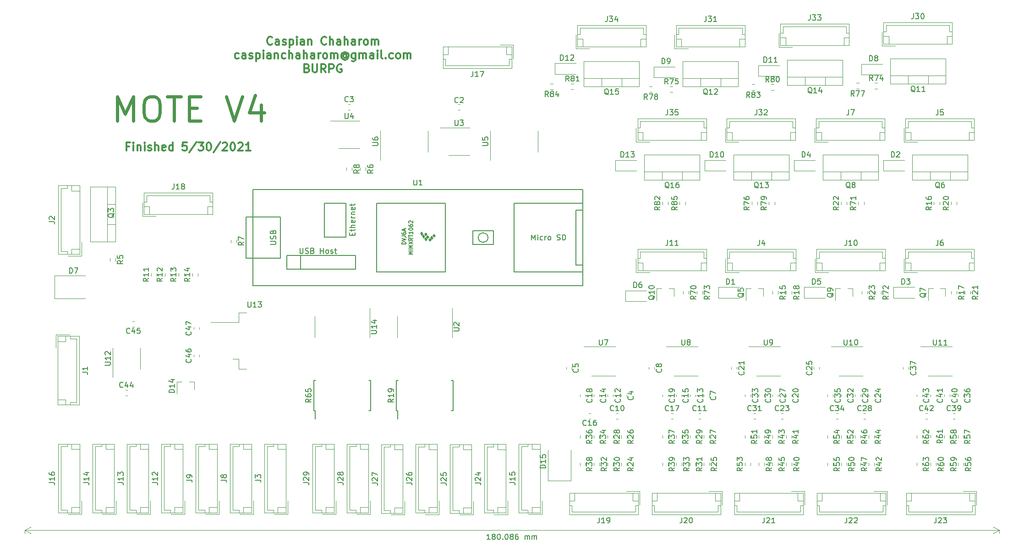
<source format=gbr>
%TF.GenerationSoftware,KiCad,Pcbnew,5.1.10*%
%TF.CreationDate,2021-07-06T21:53:34-04:00*%
%TF.ProjectId,mote pcb,6d6f7465-2070-4636-922e-6b696361645f,rev?*%
%TF.SameCoordinates,Original*%
%TF.FileFunction,Legend,Top*%
%TF.FilePolarity,Positive*%
%FSLAX46Y46*%
G04 Gerber Fmt 4.6, Leading zero omitted, Abs format (unit mm)*
G04 Created by KiCad (PCBNEW 5.1.10) date 2021-07-06 21:53:34*
%MOMM*%
%LPD*%
G01*
G04 APERTURE LIST*
%ADD10C,0.600000*%
%ADD11C,0.300000*%
%ADD12C,0.150000*%
%ADD13C,0.120000*%
%ADD14C,0.100000*%
G04 APERTURE END LIST*
D10*
X78555142Y-76457714D02*
X78555142Y-71957714D01*
X80055142Y-75172000D01*
X81555142Y-71957714D01*
X81555142Y-76457714D01*
X84555142Y-71957714D02*
X85412285Y-71957714D01*
X85840857Y-72172000D01*
X86269428Y-72600571D01*
X86483714Y-73457714D01*
X86483714Y-74957714D01*
X86269428Y-75814857D01*
X85840857Y-76243428D01*
X85412285Y-76457714D01*
X84555142Y-76457714D01*
X84126571Y-76243428D01*
X83698000Y-75814857D01*
X83483714Y-74957714D01*
X83483714Y-73457714D01*
X83698000Y-72600571D01*
X84126571Y-72172000D01*
X84555142Y-71957714D01*
X87769428Y-71957714D02*
X90340857Y-71957714D01*
X89055142Y-76457714D02*
X89055142Y-71957714D01*
X91840857Y-74100571D02*
X93340857Y-74100571D01*
X93983714Y-76457714D02*
X91840857Y-76457714D01*
X91840857Y-71957714D01*
X93983714Y-71957714D01*
X98698000Y-71957714D02*
X100198000Y-76457714D01*
X101698000Y-71957714D01*
X105126571Y-73457714D02*
X105126571Y-76457714D01*
X104055142Y-71743428D02*
X102983714Y-74957714D01*
X105769428Y-74957714D01*
D11*
X107193142Y-62247714D02*
X107121714Y-62319142D01*
X106907428Y-62390571D01*
X106764571Y-62390571D01*
X106550285Y-62319142D01*
X106407428Y-62176285D01*
X106335999Y-62033428D01*
X106264571Y-61747714D01*
X106264571Y-61533428D01*
X106335999Y-61247714D01*
X106407428Y-61104857D01*
X106550285Y-60962000D01*
X106764571Y-60890571D01*
X106907428Y-60890571D01*
X107121714Y-60962000D01*
X107193142Y-61033428D01*
X108478857Y-62390571D02*
X108478857Y-61604857D01*
X108407428Y-61462000D01*
X108264571Y-61390571D01*
X107978857Y-61390571D01*
X107835999Y-61462000D01*
X108478857Y-62319142D02*
X108335999Y-62390571D01*
X107978857Y-62390571D01*
X107835999Y-62319142D01*
X107764571Y-62176285D01*
X107764571Y-62033428D01*
X107835999Y-61890571D01*
X107978857Y-61819142D01*
X108335999Y-61819142D01*
X108478857Y-61747714D01*
X109121714Y-62319142D02*
X109264571Y-62390571D01*
X109550285Y-62390571D01*
X109693142Y-62319142D01*
X109764571Y-62176285D01*
X109764571Y-62104857D01*
X109693142Y-61962000D01*
X109550285Y-61890571D01*
X109335999Y-61890571D01*
X109193142Y-61819142D01*
X109121714Y-61676285D01*
X109121714Y-61604857D01*
X109193142Y-61462000D01*
X109335999Y-61390571D01*
X109550285Y-61390571D01*
X109693142Y-61462000D01*
X110407428Y-61390571D02*
X110407428Y-62890571D01*
X110407428Y-61462000D02*
X110550285Y-61390571D01*
X110835999Y-61390571D01*
X110978857Y-61462000D01*
X111050285Y-61533428D01*
X111121714Y-61676285D01*
X111121714Y-62104857D01*
X111050285Y-62247714D01*
X110978857Y-62319142D01*
X110835999Y-62390571D01*
X110550285Y-62390571D01*
X110407428Y-62319142D01*
X111764571Y-62390571D02*
X111764571Y-61390571D01*
X111764571Y-60890571D02*
X111693142Y-60962000D01*
X111764571Y-61033428D01*
X111835999Y-60962000D01*
X111764571Y-60890571D01*
X111764571Y-61033428D01*
X113121714Y-62390571D02*
X113121714Y-61604857D01*
X113050285Y-61462000D01*
X112907428Y-61390571D01*
X112621714Y-61390571D01*
X112478857Y-61462000D01*
X113121714Y-62319142D02*
X112978857Y-62390571D01*
X112621714Y-62390571D01*
X112478857Y-62319142D01*
X112407428Y-62176285D01*
X112407428Y-62033428D01*
X112478857Y-61890571D01*
X112621714Y-61819142D01*
X112978857Y-61819142D01*
X113121714Y-61747714D01*
X113836000Y-61390571D02*
X113836000Y-62390571D01*
X113836000Y-61533428D02*
X113907428Y-61462000D01*
X114050285Y-61390571D01*
X114264571Y-61390571D01*
X114407428Y-61462000D01*
X114478857Y-61604857D01*
X114478857Y-62390571D01*
X117193142Y-62247714D02*
X117121714Y-62319142D01*
X116907428Y-62390571D01*
X116764571Y-62390571D01*
X116550285Y-62319142D01*
X116407428Y-62176285D01*
X116335999Y-62033428D01*
X116264571Y-61747714D01*
X116264571Y-61533428D01*
X116335999Y-61247714D01*
X116407428Y-61104857D01*
X116550285Y-60962000D01*
X116764571Y-60890571D01*
X116907428Y-60890571D01*
X117121714Y-60962000D01*
X117193142Y-61033428D01*
X117835999Y-62390571D02*
X117835999Y-60890571D01*
X118478857Y-62390571D02*
X118478857Y-61604857D01*
X118407428Y-61462000D01*
X118264571Y-61390571D01*
X118050285Y-61390571D01*
X117907428Y-61462000D01*
X117835999Y-61533428D01*
X119835999Y-62390571D02*
X119835999Y-61604857D01*
X119764571Y-61462000D01*
X119621714Y-61390571D01*
X119335999Y-61390571D01*
X119193142Y-61462000D01*
X119835999Y-62319142D02*
X119693142Y-62390571D01*
X119335999Y-62390571D01*
X119193142Y-62319142D01*
X119121714Y-62176285D01*
X119121714Y-62033428D01*
X119193142Y-61890571D01*
X119335999Y-61819142D01*
X119693142Y-61819142D01*
X119835999Y-61747714D01*
X120550285Y-62390571D02*
X120550285Y-60890571D01*
X121193142Y-62390571D02*
X121193142Y-61604857D01*
X121121714Y-61462000D01*
X120978857Y-61390571D01*
X120764571Y-61390571D01*
X120621714Y-61462000D01*
X120550285Y-61533428D01*
X122550285Y-62390571D02*
X122550285Y-61604857D01*
X122478857Y-61462000D01*
X122335999Y-61390571D01*
X122050285Y-61390571D01*
X121907428Y-61462000D01*
X122550285Y-62319142D02*
X122407428Y-62390571D01*
X122050285Y-62390571D01*
X121907428Y-62319142D01*
X121835999Y-62176285D01*
X121835999Y-62033428D01*
X121907428Y-61890571D01*
X122050285Y-61819142D01*
X122407428Y-61819142D01*
X122550285Y-61747714D01*
X123264571Y-62390571D02*
X123264571Y-61390571D01*
X123264571Y-61676285D02*
X123335999Y-61533428D01*
X123407428Y-61462000D01*
X123550285Y-61390571D01*
X123693142Y-61390571D01*
X124407428Y-62390571D02*
X124264571Y-62319142D01*
X124193142Y-62247714D01*
X124121714Y-62104857D01*
X124121714Y-61676285D01*
X124193142Y-61533428D01*
X124264571Y-61462000D01*
X124407428Y-61390571D01*
X124621714Y-61390571D01*
X124764571Y-61462000D01*
X124835999Y-61533428D01*
X124907428Y-61676285D01*
X124907428Y-62104857D01*
X124835999Y-62247714D01*
X124764571Y-62319142D01*
X124621714Y-62390571D01*
X124407428Y-62390571D01*
X125550285Y-62390571D02*
X125550285Y-61390571D01*
X125550285Y-61533428D02*
X125621714Y-61462000D01*
X125764571Y-61390571D01*
X125978857Y-61390571D01*
X126121714Y-61462000D01*
X126193142Y-61604857D01*
X126193142Y-62390571D01*
X126193142Y-61604857D02*
X126264571Y-61462000D01*
X126407428Y-61390571D01*
X126621714Y-61390571D01*
X126764571Y-61462000D01*
X126835999Y-61604857D01*
X126835999Y-62390571D01*
X101014571Y-64869142D02*
X100871714Y-64940571D01*
X100586000Y-64940571D01*
X100443142Y-64869142D01*
X100371714Y-64797714D01*
X100300285Y-64654857D01*
X100300285Y-64226285D01*
X100371714Y-64083428D01*
X100443142Y-64012000D01*
X100586000Y-63940571D01*
X100871714Y-63940571D01*
X101014571Y-64012000D01*
X102300285Y-64940571D02*
X102300285Y-64154857D01*
X102228857Y-64012000D01*
X102086000Y-63940571D01*
X101800285Y-63940571D01*
X101657428Y-64012000D01*
X102300285Y-64869142D02*
X102157428Y-64940571D01*
X101800285Y-64940571D01*
X101657428Y-64869142D01*
X101586000Y-64726285D01*
X101586000Y-64583428D01*
X101657428Y-64440571D01*
X101800285Y-64369142D01*
X102157428Y-64369142D01*
X102300285Y-64297714D01*
X102943142Y-64869142D02*
X103086000Y-64940571D01*
X103371714Y-64940571D01*
X103514571Y-64869142D01*
X103586000Y-64726285D01*
X103586000Y-64654857D01*
X103514571Y-64512000D01*
X103371714Y-64440571D01*
X103157428Y-64440571D01*
X103014571Y-64369142D01*
X102943142Y-64226285D01*
X102943142Y-64154857D01*
X103014571Y-64012000D01*
X103157428Y-63940571D01*
X103371714Y-63940571D01*
X103514571Y-64012000D01*
X104228857Y-63940571D02*
X104228857Y-65440571D01*
X104228857Y-64012000D02*
X104371714Y-63940571D01*
X104657428Y-63940571D01*
X104800285Y-64012000D01*
X104871714Y-64083428D01*
X104943142Y-64226285D01*
X104943142Y-64654857D01*
X104871714Y-64797714D01*
X104800285Y-64869142D01*
X104657428Y-64940571D01*
X104371714Y-64940571D01*
X104228857Y-64869142D01*
X105586000Y-64940571D02*
X105586000Y-63940571D01*
X105586000Y-63440571D02*
X105514571Y-63512000D01*
X105586000Y-63583428D01*
X105657428Y-63512000D01*
X105586000Y-63440571D01*
X105586000Y-63583428D01*
X106943142Y-64940571D02*
X106943142Y-64154857D01*
X106871714Y-64012000D01*
X106728857Y-63940571D01*
X106443142Y-63940571D01*
X106300285Y-64012000D01*
X106943142Y-64869142D02*
X106800285Y-64940571D01*
X106443142Y-64940571D01*
X106300285Y-64869142D01*
X106228857Y-64726285D01*
X106228857Y-64583428D01*
X106300285Y-64440571D01*
X106443142Y-64369142D01*
X106800285Y-64369142D01*
X106943142Y-64297714D01*
X107657428Y-63940571D02*
X107657428Y-64940571D01*
X107657428Y-64083428D02*
X107728857Y-64012000D01*
X107871714Y-63940571D01*
X108086000Y-63940571D01*
X108228857Y-64012000D01*
X108300285Y-64154857D01*
X108300285Y-64940571D01*
X109657428Y-64869142D02*
X109514571Y-64940571D01*
X109228857Y-64940571D01*
X109086000Y-64869142D01*
X109014571Y-64797714D01*
X108943142Y-64654857D01*
X108943142Y-64226285D01*
X109014571Y-64083428D01*
X109086000Y-64012000D01*
X109228857Y-63940571D01*
X109514571Y-63940571D01*
X109657428Y-64012000D01*
X110300285Y-64940571D02*
X110300285Y-63440571D01*
X110943142Y-64940571D02*
X110943142Y-64154857D01*
X110871714Y-64012000D01*
X110728857Y-63940571D01*
X110514571Y-63940571D01*
X110371714Y-64012000D01*
X110300285Y-64083428D01*
X112300285Y-64940571D02*
X112300285Y-64154857D01*
X112228857Y-64012000D01*
X112086000Y-63940571D01*
X111800285Y-63940571D01*
X111657428Y-64012000D01*
X112300285Y-64869142D02*
X112157428Y-64940571D01*
X111800285Y-64940571D01*
X111657428Y-64869142D01*
X111586000Y-64726285D01*
X111586000Y-64583428D01*
X111657428Y-64440571D01*
X111800285Y-64369142D01*
X112157428Y-64369142D01*
X112300285Y-64297714D01*
X113014571Y-64940571D02*
X113014571Y-63440571D01*
X113657428Y-64940571D02*
X113657428Y-64154857D01*
X113586000Y-64012000D01*
X113443142Y-63940571D01*
X113228857Y-63940571D01*
X113086000Y-64012000D01*
X113014571Y-64083428D01*
X115014571Y-64940571D02*
X115014571Y-64154857D01*
X114943142Y-64012000D01*
X114800285Y-63940571D01*
X114514571Y-63940571D01*
X114371714Y-64012000D01*
X115014571Y-64869142D02*
X114871714Y-64940571D01*
X114514571Y-64940571D01*
X114371714Y-64869142D01*
X114300285Y-64726285D01*
X114300285Y-64583428D01*
X114371714Y-64440571D01*
X114514571Y-64369142D01*
X114871714Y-64369142D01*
X115014571Y-64297714D01*
X115728857Y-64940571D02*
X115728857Y-63940571D01*
X115728857Y-64226285D02*
X115800285Y-64083428D01*
X115871714Y-64012000D01*
X116014571Y-63940571D01*
X116157428Y-63940571D01*
X116871714Y-64940571D02*
X116728857Y-64869142D01*
X116657428Y-64797714D01*
X116586000Y-64654857D01*
X116586000Y-64226285D01*
X116657428Y-64083428D01*
X116728857Y-64012000D01*
X116871714Y-63940571D01*
X117086000Y-63940571D01*
X117228857Y-64012000D01*
X117300285Y-64083428D01*
X117371714Y-64226285D01*
X117371714Y-64654857D01*
X117300285Y-64797714D01*
X117228857Y-64869142D01*
X117086000Y-64940571D01*
X116871714Y-64940571D01*
X118014571Y-64940571D02*
X118014571Y-63940571D01*
X118014571Y-64083428D02*
X118086000Y-64012000D01*
X118228857Y-63940571D01*
X118443142Y-63940571D01*
X118586000Y-64012000D01*
X118657428Y-64154857D01*
X118657428Y-64940571D01*
X118657428Y-64154857D02*
X118728857Y-64012000D01*
X118871714Y-63940571D01*
X119086000Y-63940571D01*
X119228857Y-64012000D01*
X119300285Y-64154857D01*
X119300285Y-64940571D01*
X120943142Y-64226285D02*
X120871714Y-64154857D01*
X120728857Y-64083428D01*
X120586000Y-64083428D01*
X120443142Y-64154857D01*
X120371714Y-64226285D01*
X120300285Y-64369142D01*
X120300285Y-64512000D01*
X120371714Y-64654857D01*
X120443142Y-64726285D01*
X120586000Y-64797714D01*
X120728857Y-64797714D01*
X120871714Y-64726285D01*
X120943142Y-64654857D01*
X120943142Y-64083428D02*
X120943142Y-64654857D01*
X121014571Y-64726285D01*
X121086000Y-64726285D01*
X121228857Y-64654857D01*
X121300285Y-64512000D01*
X121300285Y-64154857D01*
X121157428Y-63940571D01*
X120943142Y-63797714D01*
X120657428Y-63726285D01*
X120371714Y-63797714D01*
X120157428Y-63940571D01*
X120014571Y-64154857D01*
X119943142Y-64440571D01*
X120014571Y-64726285D01*
X120157428Y-64940571D01*
X120371714Y-65083428D01*
X120657428Y-65154857D01*
X120943142Y-65083428D01*
X121157428Y-64940571D01*
X122586000Y-63940571D02*
X122586000Y-65154857D01*
X122514571Y-65297714D01*
X122443142Y-65369142D01*
X122300285Y-65440571D01*
X122086000Y-65440571D01*
X121943142Y-65369142D01*
X122586000Y-64869142D02*
X122443142Y-64940571D01*
X122157428Y-64940571D01*
X122014571Y-64869142D01*
X121943142Y-64797714D01*
X121871714Y-64654857D01*
X121871714Y-64226285D01*
X121943142Y-64083428D01*
X122014571Y-64012000D01*
X122157428Y-63940571D01*
X122443142Y-63940571D01*
X122586000Y-64012000D01*
X123300285Y-64940571D02*
X123300285Y-63940571D01*
X123300285Y-64083428D02*
X123371714Y-64012000D01*
X123514571Y-63940571D01*
X123728857Y-63940571D01*
X123871714Y-64012000D01*
X123943142Y-64154857D01*
X123943142Y-64940571D01*
X123943142Y-64154857D02*
X124014571Y-64012000D01*
X124157428Y-63940571D01*
X124371714Y-63940571D01*
X124514571Y-64012000D01*
X124586000Y-64154857D01*
X124586000Y-64940571D01*
X125943142Y-64940571D02*
X125943142Y-64154857D01*
X125871714Y-64012000D01*
X125728857Y-63940571D01*
X125443142Y-63940571D01*
X125300285Y-64012000D01*
X125943142Y-64869142D02*
X125800285Y-64940571D01*
X125443142Y-64940571D01*
X125300285Y-64869142D01*
X125228857Y-64726285D01*
X125228857Y-64583428D01*
X125300285Y-64440571D01*
X125443142Y-64369142D01*
X125800285Y-64369142D01*
X125943142Y-64297714D01*
X126657428Y-64940571D02*
X126657428Y-63940571D01*
X126657428Y-63440571D02*
X126586000Y-63512000D01*
X126657428Y-63583428D01*
X126728857Y-63512000D01*
X126657428Y-63440571D01*
X126657428Y-63583428D01*
X127586000Y-64940571D02*
X127443142Y-64869142D01*
X127371714Y-64726285D01*
X127371714Y-63440571D01*
X128157428Y-64797714D02*
X128228857Y-64869142D01*
X128157428Y-64940571D01*
X128086000Y-64869142D01*
X128157428Y-64797714D01*
X128157428Y-64940571D01*
X129514571Y-64869142D02*
X129371714Y-64940571D01*
X129086000Y-64940571D01*
X128943142Y-64869142D01*
X128871714Y-64797714D01*
X128800285Y-64654857D01*
X128800285Y-64226285D01*
X128871714Y-64083428D01*
X128943142Y-64012000D01*
X129086000Y-63940571D01*
X129371714Y-63940571D01*
X129514571Y-64012000D01*
X130371714Y-64940571D02*
X130228857Y-64869142D01*
X130157428Y-64797714D01*
X130086000Y-64654857D01*
X130086000Y-64226285D01*
X130157428Y-64083428D01*
X130228857Y-64012000D01*
X130371714Y-63940571D01*
X130586000Y-63940571D01*
X130728857Y-64012000D01*
X130800285Y-64083428D01*
X130871714Y-64226285D01*
X130871714Y-64654857D01*
X130800285Y-64797714D01*
X130728857Y-64869142D01*
X130586000Y-64940571D01*
X130371714Y-64940571D01*
X131514571Y-64940571D02*
X131514571Y-63940571D01*
X131514571Y-64083428D02*
X131586000Y-64012000D01*
X131728857Y-63940571D01*
X131943142Y-63940571D01*
X132086000Y-64012000D01*
X132157428Y-64154857D01*
X132157428Y-64940571D01*
X132157428Y-64154857D02*
X132228857Y-64012000D01*
X132371714Y-63940571D01*
X132586000Y-63940571D01*
X132728857Y-64012000D01*
X132800285Y-64154857D01*
X132800285Y-64940571D01*
X113657428Y-66704857D02*
X113871714Y-66776285D01*
X113943142Y-66847714D01*
X114014571Y-66990571D01*
X114014571Y-67204857D01*
X113943142Y-67347714D01*
X113871714Y-67419142D01*
X113728857Y-67490571D01*
X113157428Y-67490571D01*
X113157428Y-65990571D01*
X113657428Y-65990571D01*
X113800285Y-66062000D01*
X113871714Y-66133428D01*
X113943142Y-66276285D01*
X113943142Y-66419142D01*
X113871714Y-66562000D01*
X113800285Y-66633428D01*
X113657428Y-66704857D01*
X113157428Y-66704857D01*
X114657428Y-65990571D02*
X114657428Y-67204857D01*
X114728857Y-67347714D01*
X114800285Y-67419142D01*
X114943142Y-67490571D01*
X115228857Y-67490571D01*
X115371714Y-67419142D01*
X115443142Y-67347714D01*
X115514571Y-67204857D01*
X115514571Y-65990571D01*
X117086000Y-67490571D02*
X116586000Y-66776285D01*
X116228857Y-67490571D02*
X116228857Y-65990571D01*
X116800285Y-65990571D01*
X116943142Y-66062000D01*
X117014571Y-66133428D01*
X117086000Y-66276285D01*
X117086000Y-66490571D01*
X117014571Y-66633428D01*
X116943142Y-66704857D01*
X116800285Y-66776285D01*
X116228857Y-66776285D01*
X117728857Y-67490571D02*
X117728857Y-65990571D01*
X118300285Y-65990571D01*
X118443142Y-66062000D01*
X118514571Y-66133428D01*
X118586000Y-66276285D01*
X118586000Y-66490571D01*
X118514571Y-66633428D01*
X118443142Y-66704857D01*
X118300285Y-66776285D01*
X117728857Y-66776285D01*
X120014571Y-66062000D02*
X119871714Y-65990571D01*
X119657428Y-65990571D01*
X119443142Y-66062000D01*
X119300285Y-66204857D01*
X119228857Y-66347714D01*
X119157428Y-66633428D01*
X119157428Y-66847714D01*
X119228857Y-67133428D01*
X119300285Y-67276285D01*
X119443142Y-67419142D01*
X119657428Y-67490571D01*
X119800285Y-67490571D01*
X120014571Y-67419142D01*
X120086000Y-67347714D01*
X120086000Y-66847714D01*
X119800285Y-66847714D01*
D12*
X147463380Y-153868380D02*
X146891952Y-153868380D01*
X147177666Y-153868380D02*
X147177666Y-152868380D01*
X147082428Y-153011238D01*
X146987190Y-153106476D01*
X146891952Y-153154095D01*
X148034809Y-153296952D02*
X147939571Y-153249333D01*
X147891952Y-153201714D01*
X147844333Y-153106476D01*
X147844333Y-153058857D01*
X147891952Y-152963619D01*
X147939571Y-152916000D01*
X148034809Y-152868380D01*
X148225285Y-152868380D01*
X148320523Y-152916000D01*
X148368142Y-152963619D01*
X148415761Y-153058857D01*
X148415761Y-153106476D01*
X148368142Y-153201714D01*
X148320523Y-153249333D01*
X148225285Y-153296952D01*
X148034809Y-153296952D01*
X147939571Y-153344571D01*
X147891952Y-153392190D01*
X147844333Y-153487428D01*
X147844333Y-153677904D01*
X147891952Y-153773142D01*
X147939571Y-153820761D01*
X148034809Y-153868380D01*
X148225285Y-153868380D01*
X148320523Y-153820761D01*
X148368142Y-153773142D01*
X148415761Y-153677904D01*
X148415761Y-153487428D01*
X148368142Y-153392190D01*
X148320523Y-153344571D01*
X148225285Y-153296952D01*
X149034809Y-152868380D02*
X149130047Y-152868380D01*
X149225285Y-152916000D01*
X149272904Y-152963619D01*
X149320523Y-153058857D01*
X149368142Y-153249333D01*
X149368142Y-153487428D01*
X149320523Y-153677904D01*
X149272904Y-153773142D01*
X149225285Y-153820761D01*
X149130047Y-153868380D01*
X149034809Y-153868380D01*
X148939571Y-153820761D01*
X148891952Y-153773142D01*
X148844333Y-153677904D01*
X148796714Y-153487428D01*
X148796714Y-153249333D01*
X148844333Y-153058857D01*
X148891952Y-152963619D01*
X148939571Y-152916000D01*
X149034809Y-152868380D01*
X149796714Y-153773142D02*
X149844333Y-153820761D01*
X149796714Y-153868380D01*
X149749095Y-153820761D01*
X149796714Y-153773142D01*
X149796714Y-153868380D01*
X150463380Y-152868380D02*
X150558619Y-152868380D01*
X150653857Y-152916000D01*
X150701476Y-152963619D01*
X150749095Y-153058857D01*
X150796714Y-153249333D01*
X150796714Y-153487428D01*
X150749095Y-153677904D01*
X150701476Y-153773142D01*
X150653857Y-153820761D01*
X150558619Y-153868380D01*
X150463380Y-153868380D01*
X150368142Y-153820761D01*
X150320523Y-153773142D01*
X150272904Y-153677904D01*
X150225285Y-153487428D01*
X150225285Y-153249333D01*
X150272904Y-153058857D01*
X150320523Y-152963619D01*
X150368142Y-152916000D01*
X150463380Y-152868380D01*
X151368142Y-153296952D02*
X151272904Y-153249333D01*
X151225285Y-153201714D01*
X151177666Y-153106476D01*
X151177666Y-153058857D01*
X151225285Y-152963619D01*
X151272904Y-152916000D01*
X151368142Y-152868380D01*
X151558619Y-152868380D01*
X151653857Y-152916000D01*
X151701476Y-152963619D01*
X151749095Y-153058857D01*
X151749095Y-153106476D01*
X151701476Y-153201714D01*
X151653857Y-153249333D01*
X151558619Y-153296952D01*
X151368142Y-153296952D01*
X151272904Y-153344571D01*
X151225285Y-153392190D01*
X151177666Y-153487428D01*
X151177666Y-153677904D01*
X151225285Y-153773142D01*
X151272904Y-153820761D01*
X151368142Y-153868380D01*
X151558619Y-153868380D01*
X151653857Y-153820761D01*
X151701476Y-153773142D01*
X151749095Y-153677904D01*
X151749095Y-153487428D01*
X151701476Y-153392190D01*
X151653857Y-153344571D01*
X151558619Y-153296952D01*
X152606238Y-152868380D02*
X152415761Y-152868380D01*
X152320523Y-152916000D01*
X152272904Y-152963619D01*
X152177666Y-153106476D01*
X152130047Y-153296952D01*
X152130047Y-153677904D01*
X152177666Y-153773142D01*
X152225285Y-153820761D01*
X152320523Y-153868380D01*
X152511000Y-153868380D01*
X152606238Y-153820761D01*
X152653857Y-153773142D01*
X152701476Y-153677904D01*
X152701476Y-153439809D01*
X152653857Y-153344571D01*
X152606238Y-153296952D01*
X152511000Y-153249333D01*
X152320523Y-153249333D01*
X152225285Y-153296952D01*
X152177666Y-153344571D01*
X152130047Y-153439809D01*
X153891952Y-153868380D02*
X153891952Y-153201714D01*
X153891952Y-153296952D02*
X153939571Y-153249333D01*
X154034809Y-153201714D01*
X154177666Y-153201714D01*
X154272904Y-153249333D01*
X154320523Y-153344571D01*
X154320523Y-153868380D01*
X154320523Y-153344571D02*
X154368142Y-153249333D01*
X154463380Y-153201714D01*
X154606238Y-153201714D01*
X154701476Y-153249333D01*
X154749095Y-153344571D01*
X154749095Y-153868380D01*
X155225285Y-153868380D02*
X155225285Y-153201714D01*
X155225285Y-153296952D02*
X155272904Y-153249333D01*
X155368142Y-153201714D01*
X155511000Y-153201714D01*
X155606238Y-153249333D01*
X155653857Y-153344571D01*
X155653857Y-153868380D01*
X155653857Y-153344571D02*
X155701476Y-153249333D01*
X155796714Y-153201714D01*
X155939571Y-153201714D01*
X156034809Y-153249333D01*
X156082428Y-153344571D01*
X156082428Y-153868380D01*
D13*
X61468000Y-152146000D02*
X241554000Y-152146000D01*
X61468000Y-152146000D02*
X61468000Y-152732421D01*
X241554000Y-152146000D02*
X241554000Y-152732421D01*
X241554000Y-152146000D02*
X240427496Y-152732421D01*
X241554000Y-152146000D02*
X240427496Y-151559579D01*
X61468000Y-152146000D02*
X62594504Y-152732421D01*
X61468000Y-152146000D02*
X62594504Y-151559579D01*
D11*
X80765428Y-81172857D02*
X80265428Y-81172857D01*
X80265428Y-81958571D02*
X80265428Y-80458571D01*
X80979714Y-80458571D01*
X81551142Y-81958571D02*
X81551142Y-80958571D01*
X81551142Y-80458571D02*
X81479714Y-80530000D01*
X81551142Y-80601428D01*
X81622571Y-80530000D01*
X81551142Y-80458571D01*
X81551142Y-80601428D01*
X82265428Y-80958571D02*
X82265428Y-81958571D01*
X82265428Y-81101428D02*
X82336857Y-81030000D01*
X82479714Y-80958571D01*
X82694000Y-80958571D01*
X82836857Y-81030000D01*
X82908285Y-81172857D01*
X82908285Y-81958571D01*
X83622571Y-81958571D02*
X83622571Y-80958571D01*
X83622571Y-80458571D02*
X83551142Y-80530000D01*
X83622571Y-80601428D01*
X83694000Y-80530000D01*
X83622571Y-80458571D01*
X83622571Y-80601428D01*
X84265428Y-81887142D02*
X84408285Y-81958571D01*
X84694000Y-81958571D01*
X84836857Y-81887142D01*
X84908285Y-81744285D01*
X84908285Y-81672857D01*
X84836857Y-81530000D01*
X84694000Y-81458571D01*
X84479714Y-81458571D01*
X84336857Y-81387142D01*
X84265428Y-81244285D01*
X84265428Y-81172857D01*
X84336857Y-81030000D01*
X84479714Y-80958571D01*
X84694000Y-80958571D01*
X84836857Y-81030000D01*
X85551142Y-81958571D02*
X85551142Y-80458571D01*
X86194000Y-81958571D02*
X86194000Y-81172857D01*
X86122571Y-81030000D01*
X85979714Y-80958571D01*
X85765428Y-80958571D01*
X85622571Y-81030000D01*
X85551142Y-81101428D01*
X87479714Y-81887142D02*
X87336857Y-81958571D01*
X87051142Y-81958571D01*
X86908285Y-81887142D01*
X86836857Y-81744285D01*
X86836857Y-81172857D01*
X86908285Y-81030000D01*
X87051142Y-80958571D01*
X87336857Y-80958571D01*
X87479714Y-81030000D01*
X87551142Y-81172857D01*
X87551142Y-81315714D01*
X86836857Y-81458571D01*
X88836857Y-81958571D02*
X88836857Y-80458571D01*
X88836857Y-81887142D02*
X88694000Y-81958571D01*
X88408285Y-81958571D01*
X88265428Y-81887142D01*
X88194000Y-81815714D01*
X88122571Y-81672857D01*
X88122571Y-81244285D01*
X88194000Y-81101428D01*
X88265428Y-81030000D01*
X88408285Y-80958571D01*
X88694000Y-80958571D01*
X88836857Y-81030000D01*
X91408285Y-80458571D02*
X90694000Y-80458571D01*
X90622571Y-81172857D01*
X90694000Y-81101428D01*
X90836857Y-81030000D01*
X91194000Y-81030000D01*
X91336857Y-81101428D01*
X91408285Y-81172857D01*
X91479714Y-81315714D01*
X91479714Y-81672857D01*
X91408285Y-81815714D01*
X91336857Y-81887142D01*
X91194000Y-81958571D01*
X90836857Y-81958571D01*
X90694000Y-81887142D01*
X90622571Y-81815714D01*
X93194000Y-80387142D02*
X91908285Y-82315714D01*
X93551142Y-80458571D02*
X94479714Y-80458571D01*
X93979714Y-81030000D01*
X94194000Y-81030000D01*
X94336857Y-81101428D01*
X94408285Y-81172857D01*
X94479714Y-81315714D01*
X94479714Y-81672857D01*
X94408285Y-81815714D01*
X94336857Y-81887142D01*
X94194000Y-81958571D01*
X93765428Y-81958571D01*
X93622571Y-81887142D01*
X93551142Y-81815714D01*
X95408285Y-80458571D02*
X95551142Y-80458571D01*
X95694000Y-80530000D01*
X95765428Y-80601428D01*
X95836857Y-80744285D01*
X95908285Y-81030000D01*
X95908285Y-81387142D01*
X95836857Y-81672857D01*
X95765428Y-81815714D01*
X95694000Y-81887142D01*
X95551142Y-81958571D01*
X95408285Y-81958571D01*
X95265428Y-81887142D01*
X95194000Y-81815714D01*
X95122571Y-81672857D01*
X95051142Y-81387142D01*
X95051142Y-81030000D01*
X95122571Y-80744285D01*
X95194000Y-80601428D01*
X95265428Y-80530000D01*
X95408285Y-80458571D01*
X97622571Y-80387142D02*
X96336857Y-82315714D01*
X98051142Y-80601428D02*
X98122571Y-80530000D01*
X98265428Y-80458571D01*
X98622571Y-80458571D01*
X98765428Y-80530000D01*
X98836857Y-80601428D01*
X98908285Y-80744285D01*
X98908285Y-80887142D01*
X98836857Y-81101428D01*
X97979714Y-81958571D01*
X98908285Y-81958571D01*
X99836857Y-80458571D02*
X99979714Y-80458571D01*
X100122571Y-80530000D01*
X100194000Y-80601428D01*
X100265428Y-80744285D01*
X100336857Y-81030000D01*
X100336857Y-81387142D01*
X100265428Y-81672857D01*
X100194000Y-81815714D01*
X100122571Y-81887142D01*
X99979714Y-81958571D01*
X99836857Y-81958571D01*
X99694000Y-81887142D01*
X99622571Y-81815714D01*
X99551142Y-81672857D01*
X99479714Y-81387142D01*
X99479714Y-81030000D01*
X99551142Y-80744285D01*
X99622571Y-80601428D01*
X99694000Y-80530000D01*
X99836857Y-80458571D01*
X100908285Y-80601428D02*
X100979714Y-80530000D01*
X101122571Y-80458571D01*
X101479714Y-80458571D01*
X101622571Y-80530000D01*
X101694000Y-80601428D01*
X101765428Y-80744285D01*
X101765428Y-80887142D01*
X101694000Y-81101428D01*
X100836857Y-81958571D01*
X101765428Y-81958571D01*
X103194000Y-81958571D02*
X102336857Y-81958571D01*
X102765428Y-81958571D02*
X102765428Y-80458571D01*
X102622571Y-80672857D01*
X102479714Y-80815714D01*
X102336857Y-80887142D01*
D13*
%TO.C,D13*%
X170597000Y-83709000D02*
X174497000Y-83709000D01*
X170597000Y-85709000D02*
X174497000Y-85709000D01*
X170597000Y-83709000D02*
X170597000Y-85709000D01*
%TO.C,D12*%
X159421000Y-65802000D02*
X163321000Y-65802000D01*
X159421000Y-67802000D02*
X163321000Y-67802000D01*
X159421000Y-65802000D02*
X159421000Y-67802000D01*
%TO.C,D11*%
X197013000Y-66183000D02*
X200913000Y-66183000D01*
X197013000Y-68183000D02*
X200913000Y-68183000D01*
X197013000Y-66183000D02*
X197013000Y-68183000D01*
%TO.C,D10*%
X187107000Y-83709000D02*
X191007000Y-83709000D01*
X187107000Y-85709000D02*
X191007000Y-85709000D01*
X187107000Y-83709000D02*
X187107000Y-85709000D01*
%TO.C,D9*%
X177709000Y-66437000D02*
X181609000Y-66437000D01*
X177709000Y-68437000D02*
X181609000Y-68437000D01*
X177709000Y-66437000D02*
X177709000Y-68437000D01*
%TO.C,D8*%
X216063000Y-65929000D02*
X219963000Y-65929000D01*
X216063000Y-67929000D02*
X219963000Y-67929000D01*
X216063000Y-65929000D02*
X216063000Y-67929000D01*
%TO.C,D6*%
X172502000Y-107839000D02*
X176402000Y-107839000D01*
X172502000Y-109839000D02*
X176402000Y-109839000D01*
X172502000Y-107839000D02*
X172502000Y-109839000D01*
%TO.C,D5*%
X205522000Y-107204000D02*
X209422000Y-107204000D01*
X205522000Y-109204000D02*
X209422000Y-109204000D01*
X205522000Y-107204000D02*
X205522000Y-109204000D01*
%TO.C,D4*%
X203617000Y-83709000D02*
X207517000Y-83709000D01*
X203617000Y-85709000D02*
X207517000Y-85709000D01*
X203617000Y-83709000D02*
X203617000Y-85709000D01*
%TO.C,D3*%
X222032000Y-107204000D02*
X225932000Y-107204000D01*
X222032000Y-109204000D02*
X225932000Y-109204000D01*
X222032000Y-107204000D02*
X222032000Y-109204000D01*
%TO.C,D2*%
X220127000Y-83709000D02*
X224027000Y-83709000D01*
X220127000Y-85709000D02*
X224027000Y-85709000D01*
X220127000Y-83709000D02*
X220127000Y-85709000D01*
%TO.C,D1*%
X189647000Y-107204000D02*
X193547000Y-107204000D01*
X189647000Y-109204000D02*
X193547000Y-109204000D01*
X189647000Y-107204000D02*
X189647000Y-109204000D01*
%TO.C,R77*%
X215646724Y-69454500D02*
X215137276Y-69454500D01*
X215646724Y-70499500D02*
X215137276Y-70499500D01*
%TO.C,R74*%
X218566276Y-70499500D02*
X219075724Y-70499500D01*
X218566276Y-69454500D02*
X219075724Y-69454500D01*
%TO.C,J17*%
X151754000Y-62414000D02*
X149254000Y-62414000D01*
X151754000Y-64914000D02*
X151754000Y-62414000D01*
X139734000Y-64214000D02*
X139734000Y-62714000D01*
X138734000Y-64214000D02*
X139734000Y-64214000D01*
X150454000Y-64214000D02*
X150454000Y-62714000D01*
X151454000Y-64214000D02*
X150454000Y-64214000D01*
X139234000Y-65024000D02*
X138734000Y-65024000D01*
X139234000Y-66234000D02*
X139234000Y-65024000D01*
X150954000Y-66234000D02*
X139234000Y-66234000D01*
X150954000Y-65024000D02*
X150954000Y-66234000D01*
X151454000Y-65024000D02*
X150954000Y-65024000D01*
X138734000Y-66734000D02*
X151454000Y-66734000D01*
X138734000Y-62714000D02*
X138734000Y-66734000D01*
X151454000Y-62714000D02*
X138734000Y-62714000D01*
X151454000Y-66734000D02*
X151454000Y-62714000D01*
%TO.C,J18*%
X83196000Y-94050000D02*
X85696000Y-94050000D01*
X83196000Y-91550000D02*
X83196000Y-94050000D01*
X95216000Y-92250000D02*
X95216000Y-93750000D01*
X96216000Y-92250000D02*
X95216000Y-92250000D01*
X84496000Y-92250000D02*
X84496000Y-93750000D01*
X83496000Y-92250000D02*
X84496000Y-92250000D01*
X95716000Y-91440000D02*
X96216000Y-91440000D01*
X95716000Y-90230000D02*
X95716000Y-91440000D01*
X83996000Y-90230000D02*
X95716000Y-90230000D01*
X83996000Y-91440000D02*
X83996000Y-90230000D01*
X83496000Y-91440000D02*
X83996000Y-91440000D01*
X96216000Y-89730000D02*
X83496000Y-89730000D01*
X96216000Y-93750000D02*
X96216000Y-89730000D01*
X83496000Y-93750000D02*
X96216000Y-93750000D01*
X83496000Y-89730000D02*
X83496000Y-93750000D01*
%TO.C,D7*%
X66944000Y-105038000D02*
X72644000Y-105038000D01*
X66944000Y-109338000D02*
X72644000Y-109338000D01*
X66944000Y-105038000D02*
X66944000Y-109338000D01*
%TO.C,D14*%
X92766000Y-124716000D02*
X92766000Y-126176000D01*
X89606000Y-124716000D02*
X89606000Y-126876000D01*
X89606000Y-124716000D02*
X90536000Y-124716000D01*
X92766000Y-124716000D02*
X91836000Y-124716000D01*
%TO.C,D15*%
X158124000Y-142996000D02*
X158124000Y-137296000D01*
X162424000Y-142996000D02*
X162424000Y-137296000D01*
X158124000Y-142996000D02*
X162424000Y-142996000D01*
%TO.C,C8*%
X176782000Y-122027733D02*
X176782000Y-122320267D01*
X177802000Y-122027733D02*
X177802000Y-122320267D01*
%TO.C,R8*%
X120889500Y-85089276D02*
X120889500Y-85598724D01*
X121934500Y-85089276D02*
X121934500Y-85598724D01*
%TO.C,R6*%
X123429500Y-85089276D02*
X123429500Y-85598724D01*
X124474500Y-85089276D02*
X124474500Y-85598724D01*
%TO.C,J15*%
X157042000Y-149214000D02*
X157042000Y-146714000D01*
X154542000Y-149214000D02*
X157042000Y-149214000D01*
X155242000Y-137194000D02*
X156742000Y-137194000D01*
X155242000Y-136194000D02*
X155242000Y-137194000D01*
X155242000Y-147914000D02*
X156742000Y-147914000D01*
X155242000Y-148914000D02*
X155242000Y-147914000D01*
X154432000Y-136694000D02*
X154432000Y-136194000D01*
X153222000Y-136694000D02*
X154432000Y-136694000D01*
X153222000Y-148414000D02*
X153222000Y-136694000D01*
X154432000Y-148414000D02*
X153222000Y-148414000D01*
X154432000Y-148914000D02*
X154432000Y-148414000D01*
X152722000Y-136194000D02*
X152722000Y-148914000D01*
X156742000Y-136194000D02*
X152722000Y-136194000D01*
X156742000Y-148914000D02*
X156742000Y-136194000D01*
X152722000Y-148914000D02*
X156742000Y-148914000D01*
%TO.C,U14*%
X125202000Y-114554000D02*
X125202000Y-111104000D01*
X125202000Y-114554000D02*
X125202000Y-116504000D01*
X115082000Y-114554000D02*
X115082000Y-112604000D01*
X115082000Y-114554000D02*
X115082000Y-116504000D01*
%TO.C,U13*%
X100978000Y-120503000D02*
X99878000Y-120503000D01*
X100978000Y-122313000D02*
X100978000Y-120503000D01*
X102478000Y-122313000D02*
X100978000Y-122313000D01*
X100978000Y-113723000D02*
X95853000Y-113723000D01*
X100978000Y-111913000D02*
X100978000Y-113723000D01*
X102478000Y-111913000D02*
X100978000Y-111913000D01*
%TO.C,U12*%
X77704000Y-120396000D02*
X77704000Y-123846000D01*
X77704000Y-120396000D02*
X77704000Y-118446000D01*
X82824000Y-120396000D02*
X82824000Y-122346000D01*
X82824000Y-120396000D02*
X82824000Y-118446000D01*
%TO.C,U11*%
X230632000Y-118169000D02*
X227032000Y-118169000D01*
X230632000Y-118169000D02*
X232832000Y-118169000D01*
X230632000Y-123639000D02*
X228432000Y-123639000D01*
X230632000Y-123639000D02*
X232832000Y-123639000D01*
%TO.C,U10*%
X214122000Y-118169000D02*
X210522000Y-118169000D01*
X214122000Y-118169000D02*
X216322000Y-118169000D01*
X214122000Y-123639000D02*
X211922000Y-123639000D01*
X214122000Y-123639000D02*
X216322000Y-123639000D01*
%TO.C,U9*%
X198882000Y-118169000D02*
X195282000Y-118169000D01*
X198882000Y-118169000D02*
X201082000Y-118169000D01*
X198882000Y-123639000D02*
X196682000Y-123639000D01*
X198882000Y-123639000D02*
X201082000Y-123639000D01*
%TO.C,U8*%
X183642000Y-118169000D02*
X180042000Y-118169000D01*
X183642000Y-118169000D02*
X185842000Y-118169000D01*
X183642000Y-123639000D02*
X181442000Y-123639000D01*
X183642000Y-123639000D02*
X185842000Y-123639000D01*
%TO.C,U7*%
X168402000Y-118169000D02*
X164802000Y-118169000D01*
X168402000Y-118169000D02*
X170602000Y-118169000D01*
X168402000Y-123639000D02*
X166202000Y-123639000D01*
X168402000Y-123639000D02*
X170602000Y-123639000D01*
%TO.C,U6*%
X127137000Y-80264000D02*
X127137000Y-83714000D01*
X127137000Y-80264000D02*
X127137000Y-78314000D01*
X136007000Y-80264000D02*
X136007000Y-82214000D01*
X136007000Y-80264000D02*
X136007000Y-78314000D01*
%TO.C,U5*%
X147457000Y-80264000D02*
X147457000Y-83714000D01*
X147457000Y-80264000D02*
X147457000Y-78314000D01*
X156327000Y-80264000D02*
X156327000Y-82214000D01*
X156327000Y-80264000D02*
X156327000Y-78314000D01*
%TO.C,U4*%
X121412000Y-76434000D02*
X117962000Y-76434000D01*
X121412000Y-76434000D02*
X123362000Y-76434000D01*
X121412000Y-81554000D02*
X119462000Y-81554000D01*
X121412000Y-81554000D02*
X123362000Y-81554000D01*
%TO.C,U3*%
X141732000Y-77704000D02*
X138282000Y-77704000D01*
X141732000Y-77704000D02*
X143682000Y-77704000D01*
X141732000Y-82824000D02*
X139782000Y-82824000D01*
X141732000Y-82824000D02*
X143682000Y-82824000D01*
%TO.C,U2*%
X140442000Y-114554000D02*
X140442000Y-111104000D01*
X140442000Y-114554000D02*
X140442000Y-116504000D01*
X130322000Y-114554000D02*
X130322000Y-112604000D01*
X130322000Y-114554000D02*
X130322000Y-116504000D01*
D14*
%TO.C,U1*%
G36*
X137309000Y-97737000D02*
G01*
X137055000Y-97991000D01*
X136801000Y-97610000D01*
X137055000Y-97356000D01*
X137309000Y-97737000D01*
G37*
X137309000Y-97737000D02*
X137055000Y-97991000D01*
X136801000Y-97610000D01*
X137055000Y-97356000D01*
X137309000Y-97737000D01*
G36*
X136928000Y-98118000D02*
G01*
X136674000Y-98372000D01*
X136420000Y-97991000D01*
X136674000Y-97737000D01*
X136928000Y-98118000D01*
G37*
X136928000Y-98118000D02*
X136674000Y-98372000D01*
X136420000Y-97991000D01*
X136674000Y-97737000D01*
X136928000Y-98118000D01*
G36*
X135023000Y-97356000D02*
G01*
X134769000Y-97610000D01*
X134515000Y-97229000D01*
X134769000Y-96975000D01*
X135023000Y-97356000D01*
G37*
X135023000Y-97356000D02*
X134769000Y-97610000D01*
X134515000Y-97229000D01*
X134769000Y-96975000D01*
X135023000Y-97356000D01*
G36*
X135404000Y-97864000D02*
G01*
X135150000Y-98118000D01*
X134896000Y-97737000D01*
X135150000Y-97483000D01*
X135404000Y-97864000D01*
G37*
X135404000Y-97864000D02*
X135150000Y-98118000D01*
X134896000Y-97737000D01*
X135150000Y-97483000D01*
X135404000Y-97864000D01*
G36*
X135785000Y-98372000D02*
G01*
X135531000Y-98626000D01*
X135277000Y-98245000D01*
X135531000Y-97991000D01*
X135785000Y-98372000D01*
G37*
X135785000Y-98372000D02*
X135531000Y-98626000D01*
X135277000Y-98245000D01*
X135531000Y-97991000D01*
X135785000Y-98372000D01*
G36*
X135785000Y-97483000D02*
G01*
X135531000Y-97737000D01*
X135277000Y-97356000D01*
X135531000Y-97102000D01*
X135785000Y-97483000D01*
G37*
X135785000Y-97483000D02*
X135531000Y-97737000D01*
X135277000Y-97356000D01*
X135531000Y-97102000D01*
X135785000Y-97483000D01*
G36*
X136166000Y-97991000D02*
G01*
X135912000Y-98245000D01*
X135658000Y-97864000D01*
X135912000Y-97610000D01*
X136166000Y-97991000D01*
G37*
X136166000Y-97991000D02*
X135912000Y-98245000D01*
X135658000Y-97864000D01*
X135912000Y-97610000D01*
X136166000Y-97991000D01*
G36*
X136547000Y-98499000D02*
G01*
X136293000Y-98753000D01*
X136039000Y-98372000D01*
X136293000Y-98118000D01*
X136547000Y-98499000D01*
G37*
X136547000Y-98499000D02*
X136293000Y-98753000D01*
X136039000Y-98372000D01*
X136293000Y-98118000D01*
X136547000Y-98499000D01*
D12*
X103632000Y-106934000D02*
X103632000Y-89154000D01*
X164592000Y-106934000D02*
X103632000Y-106934000D01*
X164592000Y-89154000D02*
X164592000Y-106934000D01*
X103632000Y-89154000D02*
X164592000Y-89154000D01*
X108712000Y-101854000D02*
X103632000Y-101854000D01*
X108712000Y-94234000D02*
X103632000Y-94234000D01*
X108712000Y-101854000D02*
X108712000Y-94234000D01*
X102362000Y-94234000D02*
X103632000Y-94234000D01*
X102362000Y-101854000D02*
X102362000Y-94234000D01*
X103632000Y-101854000D02*
X102362000Y-101854000D01*
X164592000Y-91694000D02*
X151892000Y-91694000D01*
X151892000Y-91694000D02*
X151892000Y-104394000D01*
X151892000Y-104394000D02*
X164592000Y-104394000D01*
X164592000Y-92964000D02*
X163322000Y-92964000D01*
X163322000Y-92964000D02*
X163322000Y-103124000D01*
X163322000Y-103124000D02*
X164592000Y-103124000D01*
X148082000Y-96774000D02*
X148082000Y-99314000D01*
X148082000Y-99314000D02*
X144272000Y-99314000D01*
X144272000Y-99314000D02*
X144272000Y-96774000D01*
X144272000Y-96774000D02*
X148082000Y-96774000D01*
X109931200Y-101343200D02*
X122631200Y-101343200D01*
X122631200Y-101343200D02*
X122631200Y-103883200D01*
X122631200Y-103883200D02*
X109931200Y-103883200D01*
X109931200Y-103883200D02*
X109931200Y-101343200D01*
X109931200Y-101343200D02*
X112471200Y-101343200D01*
X112471200Y-101343200D02*
X112471200Y-103883200D01*
X116862000Y-91942400D02*
X116862000Y-97942400D01*
X116862000Y-97942400D02*
X120862000Y-97942400D01*
X120862000Y-97942400D02*
X120862000Y-91692400D01*
X120862000Y-91692400D02*
X116862000Y-91692400D01*
X116862000Y-91692400D02*
X116862000Y-91942400D01*
X126492000Y-104394000D02*
X139192000Y-104394000D01*
X139192000Y-104394000D02*
X139192000Y-91694000D01*
X139192000Y-91694000D02*
X126492000Y-91694000D01*
X126492000Y-91694000D02*
X126492000Y-104394000D01*
X147075026Y-98044000D02*
G75*
G03*
X147075026Y-98044000I-898026J0D01*
G01*
D13*
%TO.C,R85*%
X183529500Y-91948724D02*
X183529500Y-91439276D01*
X182484500Y-91948724D02*
X182484500Y-91439276D01*
%TO.C,R84*%
X159131724Y-69581500D02*
X158622276Y-69581500D01*
X159131724Y-70626500D02*
X158622276Y-70626500D01*
%TO.C,R83*%
X196342724Y-69708500D02*
X195833276Y-69708500D01*
X196342724Y-70753500D02*
X195833276Y-70753500D01*
%TO.C,R82*%
X180354500Y-91948724D02*
X180354500Y-91439276D01*
X179309500Y-91948724D02*
X179309500Y-91439276D01*
%TO.C,R81*%
X162432276Y-70626500D02*
X162941724Y-70626500D01*
X162432276Y-69581500D02*
X162941724Y-69581500D01*
%TO.C,R80*%
X199389276Y-70753500D02*
X199898724Y-70753500D01*
X199389276Y-69708500D02*
X199898724Y-69708500D01*
%TO.C,R79*%
X200039500Y-91948724D02*
X200039500Y-91439276D01*
X198994500Y-91948724D02*
X198994500Y-91439276D01*
%TO.C,R78*%
X177419724Y-70089500D02*
X176910276Y-70089500D01*
X177419724Y-71134500D02*
X176910276Y-71134500D01*
%TO.C,R76*%
X196864500Y-91948724D02*
X196864500Y-91439276D01*
X195819500Y-91948724D02*
X195819500Y-91439276D01*
%TO.C,R75*%
X180720276Y-71134500D02*
X181229724Y-71134500D01*
X180720276Y-70089500D02*
X181229724Y-70089500D01*
%TO.C,R73*%
X185659500Y-107949276D02*
X185659500Y-108458724D01*
X186704500Y-107949276D02*
X186704500Y-108458724D01*
%TO.C,R72*%
X218679500Y-107949276D02*
X218679500Y-108458724D01*
X219724500Y-107949276D02*
X219724500Y-108458724D01*
%TO.C,R71*%
X216549500Y-91948724D02*
X216549500Y-91439276D01*
X215504500Y-91948724D02*
X215504500Y-91439276D01*
%TO.C,R70*%
X183119500Y-107949276D02*
X183119500Y-108458724D01*
X184164500Y-107949276D02*
X184164500Y-108458724D01*
D12*
%TO.C,R65*%
X115142000Y-130029000D02*
X115142000Y-131554000D01*
X125417000Y-130029000D02*
X125417000Y-124479000D01*
X114867000Y-130029000D02*
X114867000Y-124479000D01*
X125417000Y-130029000D02*
X125062000Y-130029000D01*
X125417000Y-124479000D02*
X125062000Y-124479000D01*
X114867000Y-124479000D02*
X115222000Y-124479000D01*
X114867000Y-130029000D02*
X115142000Y-130029000D01*
D13*
%TO.C,R63*%
X227344500Y-140208724D02*
X227344500Y-139699276D01*
X226299500Y-140208724D02*
X226299500Y-139699276D01*
%TO.C,R62*%
X227344500Y-135128724D02*
X227344500Y-134619276D01*
X226299500Y-135128724D02*
X226299500Y-134619276D01*
%TO.C,R61*%
X229884500Y-135048724D02*
X229884500Y-134539276D01*
X228839500Y-135048724D02*
X228839500Y-134539276D01*
%TO.C,R60*%
X228839500Y-139699276D02*
X228839500Y-140208724D01*
X229884500Y-139699276D02*
X229884500Y-140208724D01*
%TO.C,R59*%
X232424500Y-140208724D02*
X232424500Y-139699276D01*
X231379500Y-140208724D02*
X231379500Y-139699276D01*
%TO.C,R58*%
X232424500Y-135128724D02*
X232424500Y-134619276D01*
X231379500Y-135128724D02*
X231379500Y-134619276D01*
%TO.C,R57*%
X234964500Y-135128724D02*
X234964500Y-134619276D01*
X233919500Y-135128724D02*
X233919500Y-134619276D01*
%TO.C,R56*%
X233919500Y-139699276D02*
X233919500Y-140208724D01*
X234964500Y-139699276D02*
X234964500Y-140208724D01*
%TO.C,R55*%
X210834500Y-140208724D02*
X210834500Y-139699276D01*
X209789500Y-140208724D02*
X209789500Y-139699276D01*
%TO.C,R54*%
X210834500Y-135128724D02*
X210834500Y-134619276D01*
X209789500Y-135128724D02*
X209789500Y-134619276D01*
%TO.C,R53*%
X195594500Y-140208724D02*
X195594500Y-139699276D01*
X194549500Y-140208724D02*
X194549500Y-139699276D01*
%TO.C,R52*%
X213374500Y-135128724D02*
X213374500Y-134619276D01*
X212329500Y-135128724D02*
X212329500Y-134619276D01*
%TO.C,R51*%
X195594500Y-135128724D02*
X195594500Y-134619276D01*
X194549500Y-135128724D02*
X194549500Y-134619276D01*
%TO.C,R50*%
X212329500Y-139699276D02*
X212329500Y-140208724D01*
X213374500Y-139699276D02*
X213374500Y-140208724D01*
%TO.C,R49*%
X198134500Y-135128724D02*
X198134500Y-134619276D01*
X197089500Y-135128724D02*
X197089500Y-134619276D01*
%TO.C,R48*%
X197089500Y-139699276D02*
X197089500Y-140208724D01*
X198134500Y-139699276D02*
X198134500Y-140208724D01*
%TO.C,R47*%
X215914500Y-140208724D02*
X215914500Y-139699276D01*
X214869500Y-140208724D02*
X214869500Y-139699276D01*
%TO.C,R46*%
X215914500Y-135128724D02*
X215914500Y-134619276D01*
X214869500Y-135128724D02*
X214869500Y-134619276D01*
%TO.C,R45*%
X200674500Y-140208724D02*
X200674500Y-139699276D01*
X199629500Y-140208724D02*
X199629500Y-139699276D01*
%TO.C,R44*%
X218454500Y-135128724D02*
X218454500Y-134619276D01*
X217409500Y-135128724D02*
X217409500Y-134619276D01*
%TO.C,R43*%
X200674500Y-135128724D02*
X200674500Y-134619276D01*
X199629500Y-135128724D02*
X199629500Y-134619276D01*
%TO.C,R42*%
X217409500Y-139699276D02*
X217409500Y-140208724D01*
X218454500Y-139699276D02*
X218454500Y-140208724D01*
%TO.C,R41*%
X203214500Y-135128724D02*
X203214500Y-134619276D01*
X202169500Y-135128724D02*
X202169500Y-134619276D01*
%TO.C,R40*%
X202169500Y-139699276D02*
X202169500Y-140208724D01*
X203214500Y-139699276D02*
X203214500Y-140208724D01*
%TO.C,R39*%
X180354500Y-140208724D02*
X180354500Y-139699276D01*
X179309500Y-140208724D02*
X179309500Y-139699276D01*
%TO.C,R38*%
X165114500Y-140208724D02*
X165114500Y-139699276D01*
X164069500Y-140208724D02*
X164069500Y-139699276D01*
%TO.C,R37*%
X180354500Y-135128724D02*
X180354500Y-134619276D01*
X179309500Y-135128724D02*
X179309500Y-134619276D01*
%TO.C,R36*%
X165114500Y-135128724D02*
X165114500Y-134619276D01*
X164069500Y-135128724D02*
X164069500Y-134619276D01*
%TO.C,R35*%
X182894500Y-135128724D02*
X182894500Y-134619276D01*
X181849500Y-135128724D02*
X181849500Y-134619276D01*
%TO.C,R34*%
X167654500Y-135128724D02*
X167654500Y-134619276D01*
X166609500Y-135128724D02*
X166609500Y-134619276D01*
%TO.C,R33*%
X181849500Y-139699276D02*
X181849500Y-140208724D01*
X182894500Y-139699276D02*
X182894500Y-140208724D01*
%TO.C,R32*%
X166609500Y-139699276D02*
X166609500Y-140208724D01*
X167654500Y-139699276D02*
X167654500Y-140208724D01*
%TO.C,R31*%
X185434500Y-140208724D02*
X185434500Y-139699276D01*
X184389500Y-140208724D02*
X184389500Y-139699276D01*
%TO.C,R30*%
X170194500Y-140208724D02*
X170194500Y-139699276D01*
X169149500Y-140208724D02*
X169149500Y-139699276D01*
%TO.C,R29*%
X185434500Y-135128724D02*
X185434500Y-134619276D01*
X184389500Y-135128724D02*
X184389500Y-134619276D01*
%TO.C,R28*%
X170194500Y-135128724D02*
X170194500Y-134619276D01*
X169149500Y-135128724D02*
X169149500Y-134619276D01*
%TO.C,R27*%
X187974500Y-135128724D02*
X187974500Y-134619276D01*
X186929500Y-135128724D02*
X186929500Y-134619276D01*
%TO.C,R26*%
X172734500Y-135128724D02*
X172734500Y-134619276D01*
X171689500Y-135128724D02*
X171689500Y-134619276D01*
%TO.C,R25*%
X186929500Y-139699276D02*
X186929500Y-140208724D01*
X187974500Y-139699276D02*
X187974500Y-140208724D01*
%TO.C,R24*%
X171689500Y-139699276D02*
X171689500Y-140208724D01*
X172734500Y-139699276D02*
X172734500Y-140208724D01*
%TO.C,R23*%
X216139500Y-107949276D02*
X216139500Y-108458724D01*
X217184500Y-107949276D02*
X217184500Y-108458724D01*
%TO.C,R22*%
X213374500Y-91948724D02*
X213374500Y-91439276D01*
X212329500Y-91948724D02*
X212329500Y-91439276D01*
%TO.C,R21*%
X235189500Y-107949276D02*
X235189500Y-108458724D01*
X236234500Y-107949276D02*
X236234500Y-108458724D01*
%TO.C,R20*%
X233694500Y-91948724D02*
X233694500Y-91439276D01*
X232649500Y-91948724D02*
X232649500Y-91439276D01*
D12*
%TO.C,R19*%
X130382000Y-130029000D02*
X130382000Y-131554000D01*
X140657000Y-130029000D02*
X140657000Y-124479000D01*
X130107000Y-130029000D02*
X130107000Y-124479000D01*
X140657000Y-130029000D02*
X140302000Y-130029000D01*
X140657000Y-124479000D02*
X140302000Y-124479000D01*
X130107000Y-124479000D02*
X130462000Y-124479000D01*
X130107000Y-130029000D02*
X130382000Y-130029000D01*
D13*
%TO.C,R18*%
X202169500Y-107949276D02*
X202169500Y-108458724D01*
X203214500Y-107949276D02*
X203214500Y-108458724D01*
%TO.C,R17*%
X232649500Y-107949276D02*
X232649500Y-108458724D01*
X233694500Y-107949276D02*
X233694500Y-108458724D01*
%TO.C,R16*%
X230519500Y-91948724D02*
X230519500Y-91439276D01*
X229474500Y-91948724D02*
X229474500Y-91439276D01*
%TO.C,R15*%
X199629500Y-107949276D02*
X199629500Y-108458724D01*
X200674500Y-107949276D02*
X200674500Y-108458724D01*
%TO.C,R14*%
X93486500Y-105156724D02*
X93486500Y-104647276D01*
X92441500Y-105156724D02*
X92441500Y-104647276D01*
%TO.C,R13*%
X90946500Y-105156724D02*
X90946500Y-104647276D01*
X89901500Y-105156724D02*
X89901500Y-104647276D01*
%TO.C,R12*%
X88406500Y-105156724D02*
X88406500Y-104647276D01*
X87361500Y-105156724D02*
X87361500Y-104647276D01*
%TO.C,R11*%
X85866500Y-105156724D02*
X85866500Y-104647276D01*
X84821500Y-105156724D02*
X84821500Y-104647276D01*
%TO.C,R7*%
X99553500Y-98447776D02*
X99553500Y-98957224D01*
X100598500Y-98447776D02*
X100598500Y-98957224D01*
%TO.C,R5*%
X77201500Y-101853276D02*
X77201500Y-102362724D01*
X78246500Y-101853276D02*
X78246500Y-102362724D01*
%TO.C,Q16*%
X179251000Y-87344000D02*
X179251000Y-85834000D01*
X182952000Y-87344000D02*
X182952000Y-85834000D01*
X186222000Y-85834000D02*
X175982000Y-85834000D01*
X175982000Y-87344000D02*
X175982000Y-82703000D01*
X186222000Y-87344000D02*
X186222000Y-82703000D01*
X186222000Y-82703000D02*
X175982000Y-82703000D01*
X186222000Y-87344000D02*
X175982000Y-87344000D01*
%TO.C,Q15*%
X168075000Y-70072000D02*
X168075000Y-68562000D01*
X171776000Y-70072000D02*
X171776000Y-68562000D01*
X175046000Y-68562000D02*
X164806000Y-68562000D01*
X164806000Y-70072000D02*
X164806000Y-65431000D01*
X175046000Y-70072000D02*
X175046000Y-65431000D01*
X175046000Y-65431000D02*
X164806000Y-65431000D01*
X175046000Y-70072000D02*
X164806000Y-70072000D01*
%TO.C,Q14*%
X205667000Y-69818000D02*
X205667000Y-68308000D01*
X209368000Y-69818000D02*
X209368000Y-68308000D01*
X212638000Y-68308000D02*
X202398000Y-68308000D01*
X202398000Y-69818000D02*
X202398000Y-65177000D01*
X212638000Y-69818000D02*
X212638000Y-65177000D01*
X212638000Y-65177000D02*
X202398000Y-65177000D01*
X212638000Y-69818000D02*
X202398000Y-69818000D01*
%TO.C,Q13*%
X195761000Y-87344000D02*
X195761000Y-85834000D01*
X199462000Y-87344000D02*
X199462000Y-85834000D01*
X202732000Y-85834000D02*
X192492000Y-85834000D01*
X192492000Y-87344000D02*
X192492000Y-82703000D01*
X202732000Y-87344000D02*
X202732000Y-82703000D01*
X202732000Y-82703000D02*
X192492000Y-82703000D01*
X202732000Y-87344000D02*
X192492000Y-87344000D01*
%TO.C,Q12*%
X186363000Y-70072000D02*
X186363000Y-68562000D01*
X190064000Y-70072000D02*
X190064000Y-68562000D01*
X193334000Y-68562000D02*
X183094000Y-68562000D01*
X183094000Y-70072000D02*
X183094000Y-65431000D01*
X193334000Y-70072000D02*
X193334000Y-65431000D01*
X193334000Y-65431000D02*
X183094000Y-65431000D01*
X193334000Y-70072000D02*
X183094000Y-70072000D01*
%TO.C,Q11*%
X224717000Y-69564000D02*
X224717000Y-68054000D01*
X228418000Y-69564000D02*
X228418000Y-68054000D01*
X231688000Y-68054000D02*
X221448000Y-68054000D01*
X221448000Y-69564000D02*
X221448000Y-64923000D01*
X231688000Y-69564000D02*
X231688000Y-64923000D01*
X231688000Y-64923000D02*
X221448000Y-64923000D01*
X231688000Y-69564000D02*
X221448000Y-69564000D01*
%TO.C,Q10*%
X181412000Y-107444000D02*
X181412000Y-108904000D01*
X178252000Y-107444000D02*
X178252000Y-109604000D01*
X178252000Y-107444000D02*
X179182000Y-107444000D01*
X181412000Y-107444000D02*
X180482000Y-107444000D01*
%TO.C,Q9*%
X214432000Y-107444000D02*
X214432000Y-108904000D01*
X211272000Y-107444000D02*
X211272000Y-109604000D01*
X211272000Y-107444000D02*
X212202000Y-107444000D01*
X214432000Y-107444000D02*
X213502000Y-107444000D01*
%TO.C,Q8*%
X212271000Y-87344000D02*
X212271000Y-85834000D01*
X215972000Y-87344000D02*
X215972000Y-85834000D01*
X219242000Y-85834000D02*
X209002000Y-85834000D01*
X209002000Y-87344000D02*
X209002000Y-82703000D01*
X219242000Y-87344000D02*
X219242000Y-82703000D01*
X219242000Y-82703000D02*
X209002000Y-82703000D01*
X219242000Y-87344000D02*
X209002000Y-87344000D01*
%TO.C,Q7*%
X231577000Y-107444000D02*
X231577000Y-108904000D01*
X228417000Y-107444000D02*
X228417000Y-109604000D01*
X228417000Y-107444000D02*
X229347000Y-107444000D01*
X231577000Y-107444000D02*
X230647000Y-107444000D01*
%TO.C,Q6*%
X228781000Y-87344000D02*
X228781000Y-85834000D01*
X232482000Y-87344000D02*
X232482000Y-85834000D01*
X235752000Y-85834000D02*
X225512000Y-85834000D01*
X225512000Y-87344000D02*
X225512000Y-82703000D01*
X235752000Y-87344000D02*
X235752000Y-82703000D01*
X235752000Y-82703000D02*
X225512000Y-82703000D01*
X235752000Y-87344000D02*
X225512000Y-87344000D01*
%TO.C,Q5*%
X197922000Y-107444000D02*
X197922000Y-108904000D01*
X194762000Y-107444000D02*
X194762000Y-109604000D01*
X194762000Y-107444000D02*
X195692000Y-107444000D01*
X197922000Y-107444000D02*
X196992000Y-107444000D01*
%TO.C,Q3*%
X78200000Y-95577000D02*
X76690000Y-95577000D01*
X78200000Y-91876000D02*
X76690000Y-91876000D01*
X76690000Y-88606000D02*
X76690000Y-98846000D01*
X78200000Y-98846000D02*
X73559000Y-98846000D01*
X78200000Y-88606000D02*
X73559000Y-88606000D01*
X73559000Y-88606000D02*
X73559000Y-98846000D01*
X78200000Y-88606000D02*
X78200000Y-98846000D01*
%TO.C,J35*%
X174422000Y-80334000D02*
X176922000Y-80334000D01*
X174422000Y-77834000D02*
X174422000Y-80334000D01*
X186442000Y-78534000D02*
X186442000Y-80034000D01*
X187442000Y-78534000D02*
X186442000Y-78534000D01*
X175722000Y-78534000D02*
X175722000Y-80034000D01*
X174722000Y-78534000D02*
X175722000Y-78534000D01*
X186942000Y-77724000D02*
X187442000Y-77724000D01*
X186942000Y-76514000D02*
X186942000Y-77724000D01*
X175222000Y-76514000D02*
X186942000Y-76514000D01*
X175222000Y-77724000D02*
X175222000Y-76514000D01*
X174722000Y-77724000D02*
X175222000Y-77724000D01*
X187442000Y-76014000D02*
X174722000Y-76014000D01*
X187442000Y-80034000D02*
X187442000Y-76014000D01*
X174722000Y-80034000D02*
X187442000Y-80034000D01*
X174722000Y-76014000D02*
X174722000Y-80034000D01*
%TO.C,J34*%
X163286000Y-63062000D02*
X165786000Y-63062000D01*
X163286000Y-60562000D02*
X163286000Y-63062000D01*
X175306000Y-61262000D02*
X175306000Y-62762000D01*
X176306000Y-61262000D02*
X175306000Y-61262000D01*
X164586000Y-61262000D02*
X164586000Y-62762000D01*
X163586000Y-61262000D02*
X164586000Y-61262000D01*
X175806000Y-60452000D02*
X176306000Y-60452000D01*
X175806000Y-59242000D02*
X175806000Y-60452000D01*
X164086000Y-59242000D02*
X175806000Y-59242000D01*
X164086000Y-60452000D02*
X164086000Y-59242000D01*
X163586000Y-60452000D02*
X164086000Y-60452000D01*
X176306000Y-58742000D02*
X163586000Y-58742000D01*
X176306000Y-62762000D02*
X176306000Y-58742000D01*
X163586000Y-62762000D02*
X176306000Y-62762000D01*
X163586000Y-58742000D02*
X163586000Y-62762000D01*
%TO.C,J33*%
X200798000Y-62808000D02*
X203298000Y-62808000D01*
X200798000Y-60308000D02*
X200798000Y-62808000D01*
X212818000Y-61008000D02*
X212818000Y-62508000D01*
X213818000Y-61008000D02*
X212818000Y-61008000D01*
X202098000Y-61008000D02*
X202098000Y-62508000D01*
X201098000Y-61008000D02*
X202098000Y-61008000D01*
X213318000Y-60198000D02*
X213818000Y-60198000D01*
X213318000Y-58988000D02*
X213318000Y-60198000D01*
X201598000Y-58988000D02*
X213318000Y-58988000D01*
X201598000Y-60198000D02*
X201598000Y-58988000D01*
X201098000Y-60198000D02*
X201598000Y-60198000D01*
X213818000Y-58488000D02*
X201098000Y-58488000D01*
X213818000Y-62508000D02*
X213818000Y-58488000D01*
X201098000Y-62508000D02*
X213818000Y-62508000D01*
X201098000Y-58488000D02*
X201098000Y-62508000D01*
%TO.C,J32*%
X190892000Y-80334000D02*
X193392000Y-80334000D01*
X190892000Y-77834000D02*
X190892000Y-80334000D01*
X202912000Y-78534000D02*
X202912000Y-80034000D01*
X203912000Y-78534000D02*
X202912000Y-78534000D01*
X192192000Y-78534000D02*
X192192000Y-80034000D01*
X191192000Y-78534000D02*
X192192000Y-78534000D01*
X203412000Y-77724000D02*
X203912000Y-77724000D01*
X203412000Y-76514000D02*
X203412000Y-77724000D01*
X191692000Y-76514000D02*
X203412000Y-76514000D01*
X191692000Y-77724000D02*
X191692000Y-76514000D01*
X191192000Y-77724000D02*
X191692000Y-77724000D01*
X203912000Y-76014000D02*
X191192000Y-76014000D01*
X203912000Y-80034000D02*
X203912000Y-76014000D01*
X191192000Y-80034000D02*
X203912000Y-80034000D01*
X191192000Y-76014000D02*
X191192000Y-80034000D01*
%TO.C,J31*%
X181534000Y-63062000D02*
X184034000Y-63062000D01*
X181534000Y-60562000D02*
X181534000Y-63062000D01*
X193554000Y-61262000D02*
X193554000Y-62762000D01*
X194554000Y-61262000D02*
X193554000Y-61262000D01*
X182834000Y-61262000D02*
X182834000Y-62762000D01*
X181834000Y-61262000D02*
X182834000Y-61262000D01*
X194054000Y-60452000D02*
X194554000Y-60452000D01*
X194054000Y-59242000D02*
X194054000Y-60452000D01*
X182334000Y-59242000D02*
X194054000Y-59242000D01*
X182334000Y-60452000D02*
X182334000Y-59242000D01*
X181834000Y-60452000D02*
X182334000Y-60452000D01*
X194554000Y-58742000D02*
X181834000Y-58742000D01*
X194554000Y-62762000D02*
X194554000Y-58742000D01*
X181834000Y-62762000D02*
X194554000Y-62762000D01*
X181834000Y-58742000D02*
X181834000Y-62762000D01*
%TO.C,J30*%
X219848000Y-62554000D02*
X222348000Y-62554000D01*
X219848000Y-60054000D02*
X219848000Y-62554000D01*
X231868000Y-60754000D02*
X231868000Y-62254000D01*
X232868000Y-60754000D02*
X231868000Y-60754000D01*
X221148000Y-60754000D02*
X221148000Y-62254000D01*
X220148000Y-60754000D02*
X221148000Y-60754000D01*
X232368000Y-59944000D02*
X232868000Y-59944000D01*
X232368000Y-58734000D02*
X232368000Y-59944000D01*
X220648000Y-58734000D02*
X232368000Y-58734000D01*
X220648000Y-59944000D02*
X220648000Y-58734000D01*
X220148000Y-59944000D02*
X220648000Y-59944000D01*
X232868000Y-58234000D02*
X220148000Y-58234000D01*
X232868000Y-62254000D02*
X232868000Y-58234000D01*
X220148000Y-62254000D02*
X232868000Y-62254000D01*
X220148000Y-58234000D02*
X220148000Y-62254000D01*
%TO.C,J29*%
X118942000Y-149214000D02*
X118942000Y-146714000D01*
X116442000Y-149214000D02*
X118942000Y-149214000D01*
X117142000Y-137194000D02*
X118642000Y-137194000D01*
X117142000Y-136194000D02*
X117142000Y-137194000D01*
X117142000Y-147914000D02*
X118642000Y-147914000D01*
X117142000Y-148914000D02*
X117142000Y-147914000D01*
X116332000Y-136694000D02*
X116332000Y-136194000D01*
X115122000Y-136694000D02*
X116332000Y-136694000D01*
X115122000Y-148414000D02*
X115122000Y-136694000D01*
X116332000Y-148414000D02*
X115122000Y-148414000D01*
X116332000Y-148914000D02*
X116332000Y-148414000D01*
X114622000Y-136194000D02*
X114622000Y-148914000D01*
X118642000Y-136194000D02*
X114622000Y-136194000D01*
X118642000Y-148914000D02*
X118642000Y-136194000D01*
X114622000Y-148914000D02*
X118642000Y-148914000D01*
%TO.C,J28*%
X125292000Y-149214000D02*
X125292000Y-146714000D01*
X122792000Y-149214000D02*
X125292000Y-149214000D01*
X123492000Y-137194000D02*
X124992000Y-137194000D01*
X123492000Y-136194000D02*
X123492000Y-137194000D01*
X123492000Y-147914000D02*
X124992000Y-147914000D01*
X123492000Y-148914000D02*
X123492000Y-147914000D01*
X122682000Y-136694000D02*
X122682000Y-136194000D01*
X121472000Y-136694000D02*
X122682000Y-136694000D01*
X121472000Y-148414000D02*
X121472000Y-136694000D01*
X122682000Y-148414000D02*
X121472000Y-148414000D01*
X122682000Y-148914000D02*
X122682000Y-148414000D01*
X120972000Y-136194000D02*
X120972000Y-148914000D01*
X124992000Y-136194000D02*
X120972000Y-136194000D01*
X124992000Y-148914000D02*
X124992000Y-136194000D01*
X120972000Y-148914000D02*
X124992000Y-148914000D01*
%TO.C,J27*%
X131642000Y-149294000D02*
X131642000Y-146794000D01*
X129142000Y-149294000D02*
X131642000Y-149294000D01*
X129842000Y-137274000D02*
X131342000Y-137274000D01*
X129842000Y-136274000D02*
X129842000Y-137274000D01*
X129842000Y-147994000D02*
X131342000Y-147994000D01*
X129842000Y-148994000D02*
X129842000Y-147994000D01*
X129032000Y-136774000D02*
X129032000Y-136274000D01*
X127822000Y-136774000D02*
X129032000Y-136774000D01*
X127822000Y-148494000D02*
X127822000Y-136774000D01*
X129032000Y-148494000D02*
X127822000Y-148494000D01*
X129032000Y-148994000D02*
X129032000Y-148494000D01*
X127322000Y-136274000D02*
X127322000Y-148994000D01*
X131342000Y-136274000D02*
X127322000Y-136274000D01*
X131342000Y-148994000D02*
X131342000Y-136274000D01*
X127322000Y-148994000D02*
X131342000Y-148994000D01*
%TO.C,J26*%
X137992000Y-149254000D02*
X137992000Y-146754000D01*
X135492000Y-149254000D02*
X137992000Y-149254000D01*
X136192000Y-137234000D02*
X137692000Y-137234000D01*
X136192000Y-136234000D02*
X136192000Y-137234000D01*
X136192000Y-147954000D02*
X137692000Y-147954000D01*
X136192000Y-148954000D02*
X136192000Y-147954000D01*
X135382000Y-136734000D02*
X135382000Y-136234000D01*
X134172000Y-136734000D02*
X135382000Y-136734000D01*
X134172000Y-148454000D02*
X134172000Y-136734000D01*
X135382000Y-148454000D02*
X134172000Y-148454000D01*
X135382000Y-148954000D02*
X135382000Y-148454000D01*
X133672000Y-136234000D02*
X133672000Y-148954000D01*
X137692000Y-136234000D02*
X133672000Y-136234000D01*
X137692000Y-148954000D02*
X137692000Y-136234000D01*
X133672000Y-148954000D02*
X137692000Y-148954000D01*
%TO.C,J25*%
X144342000Y-149294000D02*
X144342000Y-146794000D01*
X141842000Y-149294000D02*
X144342000Y-149294000D01*
X142542000Y-137274000D02*
X144042000Y-137274000D01*
X142542000Y-136274000D02*
X142542000Y-137274000D01*
X142542000Y-147994000D02*
X144042000Y-147994000D01*
X142542000Y-148994000D02*
X142542000Y-147994000D01*
X141732000Y-136774000D02*
X141732000Y-136274000D01*
X140522000Y-136774000D02*
X141732000Y-136774000D01*
X140522000Y-148494000D02*
X140522000Y-136774000D01*
X141732000Y-148494000D02*
X140522000Y-148494000D01*
X141732000Y-148994000D02*
X141732000Y-148494000D01*
X140022000Y-136274000D02*
X140022000Y-148994000D01*
X144042000Y-136274000D02*
X140022000Y-136274000D01*
X144042000Y-148994000D02*
X144042000Y-136274000D01*
X140022000Y-148994000D02*
X144042000Y-148994000D01*
%TO.C,J24*%
X150692000Y-149254000D02*
X150692000Y-146754000D01*
X148192000Y-149254000D02*
X150692000Y-149254000D01*
X148892000Y-137234000D02*
X150392000Y-137234000D01*
X148892000Y-136234000D02*
X148892000Y-137234000D01*
X148892000Y-147954000D02*
X150392000Y-147954000D01*
X148892000Y-148954000D02*
X148892000Y-147954000D01*
X148082000Y-136734000D02*
X148082000Y-136234000D01*
X146872000Y-136734000D02*
X148082000Y-136734000D01*
X146872000Y-148454000D02*
X146872000Y-136734000D01*
X148082000Y-148454000D02*
X146872000Y-148454000D01*
X148082000Y-148954000D02*
X148082000Y-148454000D01*
X146372000Y-136234000D02*
X146372000Y-148954000D01*
X150392000Y-136234000D02*
X146372000Y-136234000D01*
X150392000Y-148954000D02*
X150392000Y-136234000D01*
X146372000Y-148954000D02*
X150392000Y-148954000D01*
%TO.C,J23*%
X237352000Y-144964000D02*
X234852000Y-144964000D01*
X237352000Y-147464000D02*
X237352000Y-144964000D01*
X225332000Y-146764000D02*
X225332000Y-145264000D01*
X224332000Y-146764000D02*
X225332000Y-146764000D01*
X236052000Y-146764000D02*
X236052000Y-145264000D01*
X237052000Y-146764000D02*
X236052000Y-146764000D01*
X224832000Y-147574000D02*
X224332000Y-147574000D01*
X224832000Y-148784000D02*
X224832000Y-147574000D01*
X236552000Y-148784000D02*
X224832000Y-148784000D01*
X236552000Y-147574000D02*
X236552000Y-148784000D01*
X237052000Y-147574000D02*
X236552000Y-147574000D01*
X224332000Y-149284000D02*
X237052000Y-149284000D01*
X224332000Y-145264000D02*
X224332000Y-149284000D01*
X237052000Y-145264000D02*
X224332000Y-145264000D01*
X237052000Y-149284000D02*
X237052000Y-145264000D01*
%TO.C,J22*%
X220842000Y-144964000D02*
X218342000Y-144964000D01*
X220842000Y-147464000D02*
X220842000Y-144964000D01*
X208822000Y-146764000D02*
X208822000Y-145264000D01*
X207822000Y-146764000D02*
X208822000Y-146764000D01*
X219542000Y-146764000D02*
X219542000Y-145264000D01*
X220542000Y-146764000D02*
X219542000Y-146764000D01*
X208322000Y-147574000D02*
X207822000Y-147574000D01*
X208322000Y-148784000D02*
X208322000Y-147574000D01*
X220042000Y-148784000D02*
X208322000Y-148784000D01*
X220042000Y-147574000D02*
X220042000Y-148784000D01*
X220542000Y-147574000D02*
X220042000Y-147574000D01*
X207822000Y-149284000D02*
X220542000Y-149284000D01*
X207822000Y-145264000D02*
X207822000Y-149284000D01*
X220542000Y-145264000D02*
X207822000Y-145264000D01*
X220542000Y-149284000D02*
X220542000Y-145264000D01*
%TO.C,J21*%
X205602000Y-144964000D02*
X203102000Y-144964000D01*
X205602000Y-147464000D02*
X205602000Y-144964000D01*
X193582000Y-146764000D02*
X193582000Y-145264000D01*
X192582000Y-146764000D02*
X193582000Y-146764000D01*
X204302000Y-146764000D02*
X204302000Y-145264000D01*
X205302000Y-146764000D02*
X204302000Y-146764000D01*
X193082000Y-147574000D02*
X192582000Y-147574000D01*
X193082000Y-148784000D02*
X193082000Y-147574000D01*
X204802000Y-148784000D02*
X193082000Y-148784000D01*
X204802000Y-147574000D02*
X204802000Y-148784000D01*
X205302000Y-147574000D02*
X204802000Y-147574000D01*
X192582000Y-149284000D02*
X205302000Y-149284000D01*
X192582000Y-145264000D02*
X192582000Y-149284000D01*
X205302000Y-145264000D02*
X192582000Y-145264000D01*
X205302000Y-149284000D02*
X205302000Y-145264000D01*
%TO.C,J20*%
X190362000Y-144964000D02*
X187862000Y-144964000D01*
X190362000Y-147464000D02*
X190362000Y-144964000D01*
X178342000Y-146764000D02*
X178342000Y-145264000D01*
X177342000Y-146764000D02*
X178342000Y-146764000D01*
X189062000Y-146764000D02*
X189062000Y-145264000D01*
X190062000Y-146764000D02*
X189062000Y-146764000D01*
X177842000Y-147574000D02*
X177342000Y-147574000D01*
X177842000Y-148784000D02*
X177842000Y-147574000D01*
X189562000Y-148784000D02*
X177842000Y-148784000D01*
X189562000Y-147574000D02*
X189562000Y-148784000D01*
X190062000Y-147574000D02*
X189562000Y-147574000D01*
X177342000Y-149284000D02*
X190062000Y-149284000D01*
X177342000Y-145264000D02*
X177342000Y-149284000D01*
X190062000Y-145264000D02*
X177342000Y-145264000D01*
X190062000Y-149284000D02*
X190062000Y-145264000D01*
%TO.C,J19*%
X175122000Y-144964000D02*
X172622000Y-144964000D01*
X175122000Y-147464000D02*
X175122000Y-144964000D01*
X163102000Y-146764000D02*
X163102000Y-145264000D01*
X162102000Y-146764000D02*
X163102000Y-146764000D01*
X173822000Y-146764000D02*
X173822000Y-145264000D01*
X174822000Y-146764000D02*
X173822000Y-146764000D01*
X162602000Y-147574000D02*
X162102000Y-147574000D01*
X162602000Y-148784000D02*
X162602000Y-147574000D01*
X174322000Y-148784000D02*
X162602000Y-148784000D01*
X174322000Y-147574000D02*
X174322000Y-148784000D01*
X174822000Y-147574000D02*
X174322000Y-147574000D01*
X162102000Y-149284000D02*
X174822000Y-149284000D01*
X162102000Y-145264000D02*
X162102000Y-149284000D01*
X174822000Y-145264000D02*
X162102000Y-145264000D01*
X174822000Y-149284000D02*
X174822000Y-145264000D01*
%TO.C,J16*%
X71952000Y-149214000D02*
X71952000Y-146714000D01*
X69452000Y-149214000D02*
X71952000Y-149214000D01*
X70152000Y-137194000D02*
X71652000Y-137194000D01*
X70152000Y-136194000D02*
X70152000Y-137194000D01*
X70152000Y-147914000D02*
X71652000Y-147914000D01*
X70152000Y-148914000D02*
X70152000Y-147914000D01*
X69342000Y-136694000D02*
X69342000Y-136194000D01*
X68132000Y-136694000D02*
X69342000Y-136694000D01*
X68132000Y-148414000D02*
X68132000Y-136694000D01*
X69342000Y-148414000D02*
X68132000Y-148414000D01*
X69342000Y-148914000D02*
X69342000Y-148414000D01*
X67632000Y-136194000D02*
X67632000Y-148914000D01*
X71652000Y-136194000D02*
X67632000Y-136194000D01*
X71652000Y-148914000D02*
X71652000Y-136194000D01*
X67632000Y-148914000D02*
X71652000Y-148914000D01*
%TO.C,J14*%
X78302000Y-149214000D02*
X78302000Y-146714000D01*
X75802000Y-149214000D02*
X78302000Y-149214000D01*
X76502000Y-137194000D02*
X78002000Y-137194000D01*
X76502000Y-136194000D02*
X76502000Y-137194000D01*
X76502000Y-147914000D02*
X78002000Y-147914000D01*
X76502000Y-148914000D02*
X76502000Y-147914000D01*
X75692000Y-136694000D02*
X75692000Y-136194000D01*
X74482000Y-136694000D02*
X75692000Y-136694000D01*
X74482000Y-148414000D02*
X74482000Y-136694000D01*
X75692000Y-148414000D02*
X74482000Y-148414000D01*
X75692000Y-148914000D02*
X75692000Y-148414000D01*
X73982000Y-136194000D02*
X73982000Y-148914000D01*
X78002000Y-136194000D02*
X73982000Y-136194000D01*
X78002000Y-148914000D02*
X78002000Y-136194000D01*
X73982000Y-148914000D02*
X78002000Y-148914000D01*
%TO.C,J13*%
X84652000Y-149214000D02*
X84652000Y-146714000D01*
X82152000Y-149214000D02*
X84652000Y-149214000D01*
X82852000Y-137194000D02*
X84352000Y-137194000D01*
X82852000Y-136194000D02*
X82852000Y-137194000D01*
X82852000Y-147914000D02*
X84352000Y-147914000D01*
X82852000Y-148914000D02*
X82852000Y-147914000D01*
X82042000Y-136694000D02*
X82042000Y-136194000D01*
X80832000Y-136694000D02*
X82042000Y-136694000D01*
X80832000Y-148414000D02*
X80832000Y-136694000D01*
X82042000Y-148414000D02*
X80832000Y-148414000D01*
X82042000Y-148914000D02*
X82042000Y-148414000D01*
X80332000Y-136194000D02*
X80332000Y-148914000D01*
X84352000Y-136194000D02*
X80332000Y-136194000D01*
X84352000Y-148914000D02*
X84352000Y-136194000D01*
X80332000Y-148914000D02*
X84352000Y-148914000D01*
%TO.C,J12*%
X91002000Y-149214000D02*
X91002000Y-146714000D01*
X88502000Y-149214000D02*
X91002000Y-149214000D01*
X89202000Y-137194000D02*
X90702000Y-137194000D01*
X89202000Y-136194000D02*
X89202000Y-137194000D01*
X89202000Y-147914000D02*
X90702000Y-147914000D01*
X89202000Y-148914000D02*
X89202000Y-147914000D01*
X88392000Y-136694000D02*
X88392000Y-136194000D01*
X87182000Y-136694000D02*
X88392000Y-136694000D01*
X87182000Y-148414000D02*
X87182000Y-136694000D01*
X88392000Y-148414000D02*
X87182000Y-148414000D01*
X88392000Y-148914000D02*
X88392000Y-148414000D01*
X86682000Y-136194000D02*
X86682000Y-148914000D01*
X90702000Y-136194000D02*
X86682000Y-136194000D01*
X90702000Y-148914000D02*
X90702000Y-136194000D01*
X86682000Y-148914000D02*
X90702000Y-148914000D01*
%TO.C,J11*%
X174422000Y-104464000D02*
X176922000Y-104464000D01*
X174422000Y-101964000D02*
X174422000Y-104464000D01*
X186442000Y-102664000D02*
X186442000Y-104164000D01*
X187442000Y-102664000D02*
X186442000Y-102664000D01*
X175722000Y-102664000D02*
X175722000Y-104164000D01*
X174722000Y-102664000D02*
X175722000Y-102664000D01*
X186942000Y-101854000D02*
X187442000Y-101854000D01*
X186942000Y-100644000D02*
X186942000Y-101854000D01*
X175222000Y-100644000D02*
X186942000Y-100644000D01*
X175222000Y-101854000D02*
X175222000Y-100644000D01*
X174722000Y-101854000D02*
X175222000Y-101854000D01*
X187442000Y-100144000D02*
X174722000Y-100144000D01*
X187442000Y-104164000D02*
X187442000Y-100144000D01*
X174722000Y-104164000D02*
X187442000Y-104164000D01*
X174722000Y-100144000D02*
X174722000Y-104164000D01*
%TO.C,J10*%
X207482000Y-104464000D02*
X209982000Y-104464000D01*
X207482000Y-101964000D02*
X207482000Y-104464000D01*
X219502000Y-102664000D02*
X219502000Y-104164000D01*
X220502000Y-102664000D02*
X219502000Y-102664000D01*
X208782000Y-102664000D02*
X208782000Y-104164000D01*
X207782000Y-102664000D02*
X208782000Y-102664000D01*
X220002000Y-101854000D02*
X220502000Y-101854000D01*
X220002000Y-100644000D02*
X220002000Y-101854000D01*
X208282000Y-100644000D02*
X220002000Y-100644000D01*
X208282000Y-101854000D02*
X208282000Y-100644000D01*
X207782000Y-101854000D02*
X208282000Y-101854000D01*
X220502000Y-100144000D02*
X207782000Y-100144000D01*
X220502000Y-104164000D02*
X220502000Y-100144000D01*
X207782000Y-104164000D02*
X220502000Y-104164000D01*
X207782000Y-100144000D02*
X207782000Y-104164000D01*
%TO.C,J9*%
X97352000Y-149214000D02*
X97352000Y-146714000D01*
X94852000Y-149214000D02*
X97352000Y-149214000D01*
X95552000Y-137194000D02*
X97052000Y-137194000D01*
X95552000Y-136194000D02*
X95552000Y-137194000D01*
X95552000Y-147914000D02*
X97052000Y-147914000D01*
X95552000Y-148914000D02*
X95552000Y-147914000D01*
X94742000Y-136694000D02*
X94742000Y-136194000D01*
X93532000Y-136694000D02*
X94742000Y-136694000D01*
X93532000Y-148414000D02*
X93532000Y-136694000D01*
X94742000Y-148414000D02*
X93532000Y-148414000D01*
X94742000Y-148914000D02*
X94742000Y-148414000D01*
X93032000Y-136194000D02*
X93032000Y-148914000D01*
X97052000Y-136194000D02*
X93032000Y-136194000D01*
X97052000Y-148914000D02*
X97052000Y-136194000D01*
X93032000Y-148914000D02*
X97052000Y-148914000D01*
%TO.C,J8*%
X103702000Y-149214000D02*
X103702000Y-146714000D01*
X101202000Y-149214000D02*
X103702000Y-149214000D01*
X101902000Y-137194000D02*
X103402000Y-137194000D01*
X101902000Y-136194000D02*
X101902000Y-137194000D01*
X101902000Y-147914000D02*
X103402000Y-147914000D01*
X101902000Y-148914000D02*
X101902000Y-147914000D01*
X101092000Y-136694000D02*
X101092000Y-136194000D01*
X99882000Y-136694000D02*
X101092000Y-136694000D01*
X99882000Y-148414000D02*
X99882000Y-136694000D01*
X101092000Y-148414000D02*
X99882000Y-148414000D01*
X101092000Y-148914000D02*
X101092000Y-148414000D01*
X99382000Y-136194000D02*
X99382000Y-148914000D01*
X103402000Y-136194000D02*
X99382000Y-136194000D01*
X103402000Y-148914000D02*
X103402000Y-136194000D01*
X99382000Y-148914000D02*
X103402000Y-148914000D01*
%TO.C,J7*%
X207402000Y-80334000D02*
X209902000Y-80334000D01*
X207402000Y-77834000D02*
X207402000Y-80334000D01*
X219422000Y-78534000D02*
X219422000Y-80034000D01*
X220422000Y-78534000D02*
X219422000Y-78534000D01*
X208702000Y-78534000D02*
X208702000Y-80034000D01*
X207702000Y-78534000D02*
X208702000Y-78534000D01*
X219922000Y-77724000D02*
X220422000Y-77724000D01*
X219922000Y-76514000D02*
X219922000Y-77724000D01*
X208202000Y-76514000D02*
X219922000Y-76514000D01*
X208202000Y-77724000D02*
X208202000Y-76514000D01*
X207702000Y-77724000D02*
X208202000Y-77724000D01*
X220422000Y-76014000D02*
X207702000Y-76014000D01*
X220422000Y-80034000D02*
X220422000Y-76014000D01*
X207702000Y-80034000D02*
X220422000Y-80034000D01*
X207702000Y-76014000D02*
X207702000Y-80034000D01*
%TO.C,J6*%
X223912000Y-104464000D02*
X226412000Y-104464000D01*
X223912000Y-101964000D02*
X223912000Y-104464000D01*
X235932000Y-102664000D02*
X235932000Y-104164000D01*
X236932000Y-102664000D02*
X235932000Y-102664000D01*
X225212000Y-102664000D02*
X225212000Y-104164000D01*
X224212000Y-102664000D02*
X225212000Y-102664000D01*
X236432000Y-101854000D02*
X236932000Y-101854000D01*
X236432000Y-100644000D02*
X236432000Y-101854000D01*
X224712000Y-100644000D02*
X236432000Y-100644000D01*
X224712000Y-101854000D02*
X224712000Y-100644000D01*
X224212000Y-101854000D02*
X224712000Y-101854000D01*
X236932000Y-100144000D02*
X224212000Y-100144000D01*
X236932000Y-104164000D02*
X236932000Y-100144000D01*
X224212000Y-104164000D02*
X236932000Y-104164000D01*
X224212000Y-100144000D02*
X224212000Y-104164000D01*
%TO.C,J5*%
X223912000Y-80334000D02*
X226412000Y-80334000D01*
X223912000Y-77834000D02*
X223912000Y-80334000D01*
X235932000Y-78534000D02*
X235932000Y-80034000D01*
X236932000Y-78534000D02*
X235932000Y-78534000D01*
X225212000Y-78534000D02*
X225212000Y-80034000D01*
X224212000Y-78534000D02*
X225212000Y-78534000D01*
X236432000Y-77724000D02*
X236932000Y-77724000D01*
X236432000Y-76514000D02*
X236432000Y-77724000D01*
X224712000Y-76514000D02*
X236432000Y-76514000D01*
X224712000Y-77724000D02*
X224712000Y-76514000D01*
X224212000Y-77724000D02*
X224712000Y-77724000D01*
X236932000Y-76014000D02*
X224212000Y-76014000D01*
X236932000Y-80034000D02*
X236932000Y-76014000D01*
X224212000Y-80034000D02*
X236932000Y-80034000D01*
X224212000Y-76014000D02*
X224212000Y-80034000D01*
%TO.C,J4*%
X190932000Y-104464000D02*
X193432000Y-104464000D01*
X190932000Y-101964000D02*
X190932000Y-104464000D01*
X202952000Y-102664000D02*
X202952000Y-104164000D01*
X203952000Y-102664000D02*
X202952000Y-102664000D01*
X192232000Y-102664000D02*
X192232000Y-104164000D01*
X191232000Y-102664000D02*
X192232000Y-102664000D01*
X203452000Y-101854000D02*
X203952000Y-101854000D01*
X203452000Y-100644000D02*
X203452000Y-101854000D01*
X191732000Y-100644000D02*
X203452000Y-100644000D01*
X191732000Y-101854000D02*
X191732000Y-100644000D01*
X191232000Y-101854000D02*
X191732000Y-101854000D01*
X203952000Y-100144000D02*
X191232000Y-100144000D01*
X203952000Y-104164000D02*
X203952000Y-100144000D01*
X191232000Y-104164000D02*
X203952000Y-104164000D01*
X191232000Y-100144000D02*
X191232000Y-104164000D01*
%TO.C,J3*%
X110052000Y-149214000D02*
X110052000Y-146714000D01*
X107552000Y-149214000D02*
X110052000Y-149214000D01*
X108252000Y-137194000D02*
X109752000Y-137194000D01*
X108252000Y-136194000D02*
X108252000Y-137194000D01*
X108252000Y-147914000D02*
X109752000Y-147914000D01*
X108252000Y-148914000D02*
X108252000Y-147914000D01*
X107442000Y-136694000D02*
X107442000Y-136194000D01*
X106232000Y-136694000D02*
X107442000Y-136694000D01*
X106232000Y-148414000D02*
X106232000Y-136694000D01*
X107442000Y-148414000D02*
X106232000Y-148414000D01*
X107442000Y-148914000D02*
X107442000Y-148414000D01*
X105732000Y-136194000D02*
X105732000Y-148914000D01*
X109752000Y-136194000D02*
X105732000Y-136194000D01*
X109752000Y-148914000D02*
X109752000Y-136194000D01*
X105732000Y-148914000D02*
X109752000Y-148914000D01*
%TO.C,J2*%
X71952000Y-101422000D02*
X71952000Y-98922000D01*
X69452000Y-101422000D02*
X71952000Y-101422000D01*
X70152000Y-89402000D02*
X71652000Y-89402000D01*
X70152000Y-88402000D02*
X70152000Y-89402000D01*
X70152000Y-100122000D02*
X71652000Y-100122000D01*
X70152000Y-101122000D02*
X70152000Y-100122000D01*
X69342000Y-88902000D02*
X69342000Y-88402000D01*
X68132000Y-88902000D02*
X69342000Y-88902000D01*
X68132000Y-100622000D02*
X68132000Y-88902000D01*
X69342000Y-100622000D02*
X68132000Y-100622000D01*
X69342000Y-101122000D02*
X69342000Y-100622000D01*
X67632000Y-88402000D02*
X67632000Y-101122000D01*
X71652000Y-88402000D02*
X67632000Y-88402000D01*
X71652000Y-101122000D02*
X71652000Y-88402000D01*
X67632000Y-101122000D02*
X71652000Y-101122000D01*
%TO.C,J1*%
X67240000Y-115962000D02*
X67240000Y-118462000D01*
X69740000Y-115962000D02*
X67240000Y-115962000D01*
X69040000Y-127982000D02*
X67540000Y-127982000D01*
X69040000Y-128982000D02*
X69040000Y-127982000D01*
X69040000Y-117262000D02*
X67540000Y-117262000D01*
X69040000Y-116262000D02*
X69040000Y-117262000D01*
X69850000Y-128482000D02*
X69850000Y-128982000D01*
X71060000Y-128482000D02*
X69850000Y-128482000D01*
X71060000Y-116762000D02*
X71060000Y-128482000D01*
X69850000Y-116762000D02*
X71060000Y-116762000D01*
X69850000Y-116262000D02*
X69850000Y-116762000D01*
X71560000Y-128982000D02*
X71560000Y-116262000D01*
X67540000Y-128982000D02*
X71560000Y-128982000D01*
X67540000Y-116262000D02*
X67540000Y-128982000D01*
X71560000Y-116262000D02*
X67540000Y-116262000D01*
%TO.C,C47*%
X93728000Y-114954267D02*
X93728000Y-114661733D01*
X92708000Y-114954267D02*
X92708000Y-114661733D01*
%TO.C,C46*%
X93728000Y-120034267D02*
X93728000Y-119741733D01*
X92708000Y-120034267D02*
X92708000Y-119741733D01*
%TO.C,C45*%
X81680267Y-113536000D02*
X81387733Y-113536000D01*
X81680267Y-114556000D02*
X81387733Y-114556000D01*
%TO.C,C44*%
X80117733Y-127256000D02*
X80410267Y-127256000D01*
X80117733Y-126236000D02*
X80410267Y-126236000D01*
%TO.C,C43*%
X226312000Y-127107733D02*
X226312000Y-127400267D01*
X227332000Y-127107733D02*
X227332000Y-127400267D01*
%TO.C,C42*%
X227945733Y-131574000D02*
X228238267Y-131574000D01*
X227945733Y-130554000D02*
X228238267Y-130554000D01*
%TO.C,C41*%
X229872000Y-127400267D02*
X229872000Y-127107733D01*
X228852000Y-127400267D02*
X228852000Y-127107733D01*
%TO.C,C40*%
X231392000Y-127107733D02*
X231392000Y-127400267D01*
X232412000Y-127107733D02*
X232412000Y-127400267D01*
%TO.C,C39*%
X233025733Y-131574000D02*
X233318267Y-131574000D01*
X233025733Y-130554000D02*
X233318267Y-130554000D01*
%TO.C,C37*%
X223772000Y-122027733D02*
X223772000Y-122320267D01*
X224792000Y-122027733D02*
X224792000Y-122320267D01*
%TO.C,C36*%
X234952000Y-127400267D02*
X234952000Y-127107733D01*
X233932000Y-127400267D02*
X233932000Y-127107733D01*
%TO.C,C35*%
X209802000Y-127107733D02*
X209802000Y-127400267D01*
X210822000Y-127107733D02*
X210822000Y-127400267D01*
%TO.C,C34*%
X211435733Y-131574000D02*
X211728267Y-131574000D01*
X211435733Y-130554000D02*
X211728267Y-130554000D01*
%TO.C,C33*%
X194562000Y-127107733D02*
X194562000Y-127400267D01*
X195582000Y-127107733D02*
X195582000Y-127400267D01*
%TO.C,C32*%
X213362000Y-127400267D02*
X213362000Y-127107733D01*
X212342000Y-127400267D02*
X212342000Y-127107733D01*
%TO.C,C31*%
X196195733Y-131574000D02*
X196488267Y-131574000D01*
X196195733Y-130554000D02*
X196488267Y-130554000D01*
%TO.C,C30*%
X198122000Y-127400267D02*
X198122000Y-127107733D01*
X197102000Y-127400267D02*
X197102000Y-127107733D01*
%TO.C,C29*%
X214882000Y-127107733D02*
X214882000Y-127400267D01*
X215902000Y-127107733D02*
X215902000Y-127400267D01*
%TO.C,C28*%
X216515733Y-131574000D02*
X216808267Y-131574000D01*
X216515733Y-130554000D02*
X216808267Y-130554000D01*
%TO.C,C27*%
X199642000Y-127107733D02*
X199642000Y-127400267D01*
X200662000Y-127107733D02*
X200662000Y-127400267D01*
%TO.C,C25*%
X207262000Y-122027733D02*
X207262000Y-122320267D01*
X208282000Y-122027733D02*
X208282000Y-122320267D01*
%TO.C,C24*%
X218442000Y-127400267D02*
X218442000Y-127107733D01*
X217422000Y-127400267D02*
X217422000Y-127107733D01*
%TO.C,C23*%
X201275733Y-131574000D02*
X201568267Y-131574000D01*
X201275733Y-130554000D02*
X201568267Y-130554000D01*
%TO.C,C21*%
X192022000Y-122027733D02*
X192022000Y-122320267D01*
X193042000Y-122027733D02*
X193042000Y-122320267D01*
%TO.C,C20*%
X203202000Y-127400267D02*
X203202000Y-127107733D01*
X202182000Y-127400267D02*
X202182000Y-127107733D01*
%TO.C,C19*%
X179322000Y-127107733D02*
X179322000Y-127400267D01*
X180342000Y-127107733D02*
X180342000Y-127400267D01*
%TO.C,C18*%
X164082000Y-127107733D02*
X164082000Y-127400267D01*
X165102000Y-127107733D02*
X165102000Y-127400267D01*
%TO.C,C17*%
X180955733Y-131574000D02*
X181248267Y-131574000D01*
X180955733Y-130554000D02*
X181248267Y-130554000D01*
%TO.C,C16*%
X165715733Y-131574000D02*
X166008267Y-131574000D01*
X165715733Y-130554000D02*
X166008267Y-130554000D01*
%TO.C,C15*%
X182882000Y-127400267D02*
X182882000Y-127107733D01*
X181862000Y-127400267D02*
X181862000Y-127107733D01*
%TO.C,C14*%
X167642000Y-127400267D02*
X167642000Y-127107733D01*
X166622000Y-127400267D02*
X166622000Y-127107733D01*
%TO.C,C13*%
X184402000Y-127107733D02*
X184402000Y-127400267D01*
X185422000Y-127107733D02*
X185422000Y-127400267D01*
%TO.C,C12*%
X169162000Y-127107733D02*
X169162000Y-127400267D01*
X170182000Y-127107733D02*
X170182000Y-127400267D01*
%TO.C,C11*%
X186035733Y-131574000D02*
X186328267Y-131574000D01*
X186035733Y-130554000D02*
X186328267Y-130554000D01*
%TO.C,C10*%
X170795733Y-131574000D02*
X171088267Y-131574000D01*
X170795733Y-130554000D02*
X171088267Y-130554000D01*
%TO.C,C7*%
X187962000Y-127400267D02*
X187962000Y-127107733D01*
X186942000Y-127400267D02*
X186942000Y-127107733D01*
%TO.C,C5*%
X161542000Y-122027733D02*
X161542000Y-122320267D01*
X162562000Y-122027733D02*
X162562000Y-122320267D01*
%TO.C,C4*%
X172722000Y-127400267D02*
X172722000Y-127107733D01*
X171702000Y-127400267D02*
X171702000Y-127107733D01*
%TO.C,C3*%
X121265733Y-74424000D02*
X121558267Y-74424000D01*
X121265733Y-73404000D02*
X121558267Y-73404000D01*
%TO.C,C2*%
X141585733Y-74424000D02*
X141878267Y-74424000D01*
X141585733Y-73404000D02*
X141878267Y-73404000D01*
%TO.C,D13*%
D12*
X171632714Y-83161380D02*
X171632714Y-82161380D01*
X171870809Y-82161380D01*
X172013666Y-82209000D01*
X172108904Y-82304238D01*
X172156523Y-82399476D01*
X172204142Y-82589952D01*
X172204142Y-82732809D01*
X172156523Y-82923285D01*
X172108904Y-83018523D01*
X172013666Y-83113761D01*
X171870809Y-83161380D01*
X171632714Y-83161380D01*
X173156523Y-83161380D02*
X172585095Y-83161380D01*
X172870809Y-83161380D02*
X172870809Y-82161380D01*
X172775571Y-82304238D01*
X172680333Y-82399476D01*
X172585095Y-82447095D01*
X173489857Y-82161380D02*
X174108904Y-82161380D01*
X173775571Y-82542333D01*
X173918428Y-82542333D01*
X174013666Y-82589952D01*
X174061285Y-82637571D01*
X174108904Y-82732809D01*
X174108904Y-82970904D01*
X174061285Y-83066142D01*
X174013666Y-83113761D01*
X173918428Y-83161380D01*
X173632714Y-83161380D01*
X173537476Y-83113761D01*
X173489857Y-83066142D01*
%TO.C,D12*%
X160456714Y-65254380D02*
X160456714Y-64254380D01*
X160694809Y-64254380D01*
X160837666Y-64302000D01*
X160932904Y-64397238D01*
X160980523Y-64492476D01*
X161028142Y-64682952D01*
X161028142Y-64825809D01*
X160980523Y-65016285D01*
X160932904Y-65111523D01*
X160837666Y-65206761D01*
X160694809Y-65254380D01*
X160456714Y-65254380D01*
X161980523Y-65254380D02*
X161409095Y-65254380D01*
X161694809Y-65254380D02*
X161694809Y-64254380D01*
X161599571Y-64397238D01*
X161504333Y-64492476D01*
X161409095Y-64540095D01*
X162361476Y-64349619D02*
X162409095Y-64302000D01*
X162504333Y-64254380D01*
X162742428Y-64254380D01*
X162837666Y-64302000D01*
X162885285Y-64349619D01*
X162932904Y-64444857D01*
X162932904Y-64540095D01*
X162885285Y-64682952D01*
X162313857Y-65254380D01*
X162932904Y-65254380D01*
%TO.C,D11*%
X198048714Y-65635380D02*
X198048714Y-64635380D01*
X198286809Y-64635380D01*
X198429666Y-64683000D01*
X198524904Y-64778238D01*
X198572523Y-64873476D01*
X198620142Y-65063952D01*
X198620142Y-65206809D01*
X198572523Y-65397285D01*
X198524904Y-65492523D01*
X198429666Y-65587761D01*
X198286809Y-65635380D01*
X198048714Y-65635380D01*
X199572523Y-65635380D02*
X199001095Y-65635380D01*
X199286809Y-65635380D02*
X199286809Y-64635380D01*
X199191571Y-64778238D01*
X199096333Y-64873476D01*
X199001095Y-64921095D01*
X200524904Y-65635380D02*
X199953476Y-65635380D01*
X200239190Y-65635380D02*
X200239190Y-64635380D01*
X200143952Y-64778238D01*
X200048714Y-64873476D01*
X199953476Y-64921095D01*
%TO.C,D10*%
X188142714Y-83161380D02*
X188142714Y-82161380D01*
X188380809Y-82161380D01*
X188523666Y-82209000D01*
X188618904Y-82304238D01*
X188666523Y-82399476D01*
X188714142Y-82589952D01*
X188714142Y-82732809D01*
X188666523Y-82923285D01*
X188618904Y-83018523D01*
X188523666Y-83113761D01*
X188380809Y-83161380D01*
X188142714Y-83161380D01*
X189666523Y-83161380D02*
X189095095Y-83161380D01*
X189380809Y-83161380D02*
X189380809Y-82161380D01*
X189285571Y-82304238D01*
X189190333Y-82399476D01*
X189095095Y-82447095D01*
X190285571Y-82161380D02*
X190380809Y-82161380D01*
X190476047Y-82209000D01*
X190523666Y-82256619D01*
X190571285Y-82351857D01*
X190618904Y-82542333D01*
X190618904Y-82780428D01*
X190571285Y-82970904D01*
X190523666Y-83066142D01*
X190476047Y-83113761D01*
X190380809Y-83161380D01*
X190285571Y-83161380D01*
X190190333Y-83113761D01*
X190142714Y-83066142D01*
X190095095Y-82970904D01*
X190047476Y-82780428D01*
X190047476Y-82542333D01*
X190095095Y-82351857D01*
X190142714Y-82256619D01*
X190190333Y-82209000D01*
X190285571Y-82161380D01*
%TO.C,D9*%
X179220904Y-65889380D02*
X179220904Y-64889380D01*
X179459000Y-64889380D01*
X179601857Y-64937000D01*
X179697095Y-65032238D01*
X179744714Y-65127476D01*
X179792333Y-65317952D01*
X179792333Y-65460809D01*
X179744714Y-65651285D01*
X179697095Y-65746523D01*
X179601857Y-65841761D01*
X179459000Y-65889380D01*
X179220904Y-65889380D01*
X180268523Y-65889380D02*
X180459000Y-65889380D01*
X180554238Y-65841761D01*
X180601857Y-65794142D01*
X180697095Y-65651285D01*
X180744714Y-65460809D01*
X180744714Y-65079857D01*
X180697095Y-64984619D01*
X180649476Y-64937000D01*
X180554238Y-64889380D01*
X180363761Y-64889380D01*
X180268523Y-64937000D01*
X180220904Y-64984619D01*
X180173285Y-65079857D01*
X180173285Y-65317952D01*
X180220904Y-65413190D01*
X180268523Y-65460809D01*
X180363761Y-65508428D01*
X180554238Y-65508428D01*
X180649476Y-65460809D01*
X180697095Y-65413190D01*
X180744714Y-65317952D01*
%TO.C,D8*%
X217574904Y-65381380D02*
X217574904Y-64381380D01*
X217813000Y-64381380D01*
X217955857Y-64429000D01*
X218051095Y-64524238D01*
X218098714Y-64619476D01*
X218146333Y-64809952D01*
X218146333Y-64952809D01*
X218098714Y-65143285D01*
X218051095Y-65238523D01*
X217955857Y-65333761D01*
X217813000Y-65381380D01*
X217574904Y-65381380D01*
X218717761Y-64809952D02*
X218622523Y-64762333D01*
X218574904Y-64714714D01*
X218527285Y-64619476D01*
X218527285Y-64571857D01*
X218574904Y-64476619D01*
X218622523Y-64429000D01*
X218717761Y-64381380D01*
X218908238Y-64381380D01*
X219003476Y-64429000D01*
X219051095Y-64476619D01*
X219098714Y-64571857D01*
X219098714Y-64619476D01*
X219051095Y-64714714D01*
X219003476Y-64762333D01*
X218908238Y-64809952D01*
X218717761Y-64809952D01*
X218622523Y-64857571D01*
X218574904Y-64905190D01*
X218527285Y-65000428D01*
X218527285Y-65190904D01*
X218574904Y-65286142D01*
X218622523Y-65333761D01*
X218717761Y-65381380D01*
X218908238Y-65381380D01*
X219003476Y-65333761D01*
X219051095Y-65286142D01*
X219098714Y-65190904D01*
X219098714Y-65000428D01*
X219051095Y-64905190D01*
X219003476Y-64857571D01*
X218908238Y-64809952D01*
%TO.C,D6*%
X174013904Y-107291380D02*
X174013904Y-106291380D01*
X174252000Y-106291380D01*
X174394857Y-106339000D01*
X174490095Y-106434238D01*
X174537714Y-106529476D01*
X174585333Y-106719952D01*
X174585333Y-106862809D01*
X174537714Y-107053285D01*
X174490095Y-107148523D01*
X174394857Y-107243761D01*
X174252000Y-107291380D01*
X174013904Y-107291380D01*
X175442476Y-106291380D02*
X175252000Y-106291380D01*
X175156761Y-106339000D01*
X175109142Y-106386619D01*
X175013904Y-106529476D01*
X174966285Y-106719952D01*
X174966285Y-107100904D01*
X175013904Y-107196142D01*
X175061523Y-107243761D01*
X175156761Y-107291380D01*
X175347238Y-107291380D01*
X175442476Y-107243761D01*
X175490095Y-107196142D01*
X175537714Y-107100904D01*
X175537714Y-106862809D01*
X175490095Y-106767571D01*
X175442476Y-106719952D01*
X175347238Y-106672333D01*
X175156761Y-106672333D01*
X175061523Y-106719952D01*
X175013904Y-106767571D01*
X174966285Y-106862809D01*
%TO.C,D5*%
X207033904Y-106656380D02*
X207033904Y-105656380D01*
X207272000Y-105656380D01*
X207414857Y-105704000D01*
X207510095Y-105799238D01*
X207557714Y-105894476D01*
X207605333Y-106084952D01*
X207605333Y-106227809D01*
X207557714Y-106418285D01*
X207510095Y-106513523D01*
X207414857Y-106608761D01*
X207272000Y-106656380D01*
X207033904Y-106656380D01*
X208510095Y-105656380D02*
X208033904Y-105656380D01*
X207986285Y-106132571D01*
X208033904Y-106084952D01*
X208129142Y-106037333D01*
X208367238Y-106037333D01*
X208462476Y-106084952D01*
X208510095Y-106132571D01*
X208557714Y-106227809D01*
X208557714Y-106465904D01*
X208510095Y-106561142D01*
X208462476Y-106608761D01*
X208367238Y-106656380D01*
X208129142Y-106656380D01*
X208033904Y-106608761D01*
X207986285Y-106561142D01*
%TO.C,D4*%
X205128904Y-83161380D02*
X205128904Y-82161380D01*
X205367000Y-82161380D01*
X205509857Y-82209000D01*
X205605095Y-82304238D01*
X205652714Y-82399476D01*
X205700333Y-82589952D01*
X205700333Y-82732809D01*
X205652714Y-82923285D01*
X205605095Y-83018523D01*
X205509857Y-83113761D01*
X205367000Y-83161380D01*
X205128904Y-83161380D01*
X206557476Y-82494714D02*
X206557476Y-83161380D01*
X206319380Y-82113761D02*
X206081285Y-82828047D01*
X206700333Y-82828047D01*
%TO.C,D3*%
X223543904Y-106656380D02*
X223543904Y-105656380D01*
X223782000Y-105656380D01*
X223924857Y-105704000D01*
X224020095Y-105799238D01*
X224067714Y-105894476D01*
X224115333Y-106084952D01*
X224115333Y-106227809D01*
X224067714Y-106418285D01*
X224020095Y-106513523D01*
X223924857Y-106608761D01*
X223782000Y-106656380D01*
X223543904Y-106656380D01*
X224448666Y-105656380D02*
X225067714Y-105656380D01*
X224734380Y-106037333D01*
X224877238Y-106037333D01*
X224972476Y-106084952D01*
X225020095Y-106132571D01*
X225067714Y-106227809D01*
X225067714Y-106465904D01*
X225020095Y-106561142D01*
X224972476Y-106608761D01*
X224877238Y-106656380D01*
X224591523Y-106656380D01*
X224496285Y-106608761D01*
X224448666Y-106561142D01*
%TO.C,D2*%
X221638904Y-83161380D02*
X221638904Y-82161380D01*
X221877000Y-82161380D01*
X222019857Y-82209000D01*
X222115095Y-82304238D01*
X222162714Y-82399476D01*
X222210333Y-82589952D01*
X222210333Y-82732809D01*
X222162714Y-82923285D01*
X222115095Y-83018523D01*
X222019857Y-83113761D01*
X221877000Y-83161380D01*
X221638904Y-83161380D01*
X222591285Y-82256619D02*
X222638904Y-82209000D01*
X222734142Y-82161380D01*
X222972238Y-82161380D01*
X223067476Y-82209000D01*
X223115095Y-82256619D01*
X223162714Y-82351857D01*
X223162714Y-82447095D01*
X223115095Y-82589952D01*
X222543666Y-83161380D01*
X223162714Y-83161380D01*
%TO.C,D1*%
X191158904Y-106656380D02*
X191158904Y-105656380D01*
X191397000Y-105656380D01*
X191539857Y-105704000D01*
X191635095Y-105799238D01*
X191682714Y-105894476D01*
X191730333Y-106084952D01*
X191730333Y-106227809D01*
X191682714Y-106418285D01*
X191635095Y-106513523D01*
X191539857Y-106608761D01*
X191397000Y-106656380D01*
X191158904Y-106656380D01*
X192682714Y-106656380D02*
X192111285Y-106656380D01*
X192397000Y-106656380D02*
X192397000Y-105656380D01*
X192301761Y-105799238D01*
X192206523Y-105894476D01*
X192111285Y-105942095D01*
%TO.C,R77*%
X214749142Y-71859380D02*
X214415809Y-71383190D01*
X214177714Y-71859380D02*
X214177714Y-70859380D01*
X214558666Y-70859380D01*
X214653904Y-70907000D01*
X214701523Y-70954619D01*
X214749142Y-71049857D01*
X214749142Y-71192714D01*
X214701523Y-71287952D01*
X214653904Y-71335571D01*
X214558666Y-71383190D01*
X214177714Y-71383190D01*
X215082476Y-70859380D02*
X215749142Y-70859380D01*
X215320571Y-71859380D01*
X216034857Y-70859380D02*
X216701523Y-70859380D01*
X216272952Y-71859380D01*
%TO.C,R74*%
X218178142Y-68999380D02*
X217844809Y-68523190D01*
X217606714Y-68999380D02*
X217606714Y-67999380D01*
X217987666Y-67999380D01*
X218082904Y-68047000D01*
X218130523Y-68094619D01*
X218178142Y-68189857D01*
X218178142Y-68332714D01*
X218130523Y-68427952D01*
X218082904Y-68475571D01*
X217987666Y-68523190D01*
X217606714Y-68523190D01*
X218511476Y-67999380D02*
X219178142Y-67999380D01*
X218749571Y-68999380D01*
X219987666Y-68332714D02*
X219987666Y-68999380D01*
X219749571Y-67951761D02*
X219511476Y-68666047D01*
X220130523Y-68666047D01*
%TO.C,J17*%
X144284476Y-67276380D02*
X144284476Y-67990666D01*
X144236857Y-68133523D01*
X144141619Y-68228761D01*
X143998761Y-68276380D01*
X143903523Y-68276380D01*
X145284476Y-68276380D02*
X144713047Y-68276380D01*
X144998761Y-68276380D02*
X144998761Y-67276380D01*
X144903523Y-67419238D01*
X144808285Y-67514476D01*
X144713047Y-67562095D01*
X145617809Y-67276380D02*
X146284476Y-67276380D01*
X145855904Y-68276380D01*
%TO.C,J18*%
X89046476Y-88092380D02*
X89046476Y-88806666D01*
X88998857Y-88949523D01*
X88903619Y-89044761D01*
X88760761Y-89092380D01*
X88665523Y-89092380D01*
X90046476Y-89092380D02*
X89475047Y-89092380D01*
X89760761Y-89092380D02*
X89760761Y-88092380D01*
X89665523Y-88235238D01*
X89570285Y-88330476D01*
X89475047Y-88378095D01*
X90617904Y-88520952D02*
X90522666Y-88473333D01*
X90475047Y-88425714D01*
X90427428Y-88330476D01*
X90427428Y-88282857D01*
X90475047Y-88187619D01*
X90522666Y-88140000D01*
X90617904Y-88092380D01*
X90808380Y-88092380D01*
X90903619Y-88140000D01*
X90951238Y-88187619D01*
X90998857Y-88282857D01*
X90998857Y-88330476D01*
X90951238Y-88425714D01*
X90903619Y-88473333D01*
X90808380Y-88520952D01*
X90617904Y-88520952D01*
X90522666Y-88568571D01*
X90475047Y-88616190D01*
X90427428Y-88711428D01*
X90427428Y-88901904D01*
X90475047Y-88997142D01*
X90522666Y-89044761D01*
X90617904Y-89092380D01*
X90808380Y-89092380D01*
X90903619Y-89044761D01*
X90951238Y-88997142D01*
X90998857Y-88901904D01*
X90998857Y-88711428D01*
X90951238Y-88616190D01*
X90903619Y-88568571D01*
X90808380Y-88520952D01*
%TO.C,D7*%
X69755904Y-104640380D02*
X69755904Y-103640380D01*
X69994000Y-103640380D01*
X70136857Y-103688000D01*
X70232095Y-103783238D01*
X70279714Y-103878476D01*
X70327333Y-104068952D01*
X70327333Y-104211809D01*
X70279714Y-104402285D01*
X70232095Y-104497523D01*
X70136857Y-104592761D01*
X69994000Y-104640380D01*
X69755904Y-104640380D01*
X70660666Y-103640380D02*
X71327333Y-103640380D01*
X70898761Y-104640380D01*
%TO.C,D14*%
X89138380Y-126690285D02*
X88138380Y-126690285D01*
X88138380Y-126452190D01*
X88186000Y-126309333D01*
X88281238Y-126214095D01*
X88376476Y-126166476D01*
X88566952Y-126118857D01*
X88709809Y-126118857D01*
X88900285Y-126166476D01*
X88995523Y-126214095D01*
X89090761Y-126309333D01*
X89138380Y-126452190D01*
X89138380Y-126690285D01*
X89138380Y-125166476D02*
X89138380Y-125737904D01*
X89138380Y-125452190D02*
X88138380Y-125452190D01*
X88281238Y-125547428D01*
X88376476Y-125642666D01*
X88424095Y-125737904D01*
X88471714Y-124309333D02*
X89138380Y-124309333D01*
X88090761Y-124547428D02*
X88805047Y-124785523D01*
X88805047Y-124166476D01*
%TO.C,D15*%
X157726380Y-140660285D02*
X156726380Y-140660285D01*
X156726380Y-140422190D01*
X156774000Y-140279333D01*
X156869238Y-140184095D01*
X156964476Y-140136476D01*
X157154952Y-140088857D01*
X157297809Y-140088857D01*
X157488285Y-140136476D01*
X157583523Y-140184095D01*
X157678761Y-140279333D01*
X157726380Y-140422190D01*
X157726380Y-140660285D01*
X157726380Y-139136476D02*
X157726380Y-139707904D01*
X157726380Y-139422190D02*
X156726380Y-139422190D01*
X156869238Y-139517428D01*
X156964476Y-139612666D01*
X157012095Y-139707904D01*
X156726380Y-138231714D02*
X156726380Y-138707904D01*
X157202571Y-138755523D01*
X157154952Y-138707904D01*
X157107333Y-138612666D01*
X157107333Y-138374571D01*
X157154952Y-138279333D01*
X157202571Y-138231714D01*
X157297809Y-138184095D01*
X157535904Y-138184095D01*
X157631142Y-138231714D01*
X157678761Y-138279333D01*
X157726380Y-138374571D01*
X157726380Y-138612666D01*
X157678761Y-138707904D01*
X157631142Y-138755523D01*
%TO.C,C8*%
X179079142Y-122340666D02*
X179126761Y-122388285D01*
X179174380Y-122531142D01*
X179174380Y-122626380D01*
X179126761Y-122769238D01*
X179031523Y-122864476D01*
X178936285Y-122912095D01*
X178745809Y-122959714D01*
X178602952Y-122959714D01*
X178412476Y-122912095D01*
X178317238Y-122864476D01*
X178222000Y-122769238D01*
X178174380Y-122626380D01*
X178174380Y-122531142D01*
X178222000Y-122388285D01*
X178269619Y-122340666D01*
X178602952Y-121769238D02*
X178555333Y-121864476D01*
X178507714Y-121912095D01*
X178412476Y-121959714D01*
X178364857Y-121959714D01*
X178269619Y-121912095D01*
X178222000Y-121864476D01*
X178174380Y-121769238D01*
X178174380Y-121578761D01*
X178222000Y-121483523D01*
X178269619Y-121435904D01*
X178364857Y-121388285D01*
X178412476Y-121388285D01*
X178507714Y-121435904D01*
X178555333Y-121483523D01*
X178602952Y-121578761D01*
X178602952Y-121769238D01*
X178650571Y-121864476D01*
X178698190Y-121912095D01*
X178793428Y-121959714D01*
X178983904Y-121959714D01*
X179079142Y-121912095D01*
X179126761Y-121864476D01*
X179174380Y-121769238D01*
X179174380Y-121578761D01*
X179126761Y-121483523D01*
X179079142Y-121435904D01*
X178983904Y-121388285D01*
X178793428Y-121388285D01*
X178698190Y-121435904D01*
X178650571Y-121483523D01*
X178602952Y-121578761D01*
%TO.C,R8*%
X123294380Y-85510666D02*
X122818190Y-85844000D01*
X123294380Y-86082095D02*
X122294380Y-86082095D01*
X122294380Y-85701142D01*
X122342000Y-85605904D01*
X122389619Y-85558285D01*
X122484857Y-85510666D01*
X122627714Y-85510666D01*
X122722952Y-85558285D01*
X122770571Y-85605904D01*
X122818190Y-85701142D01*
X122818190Y-86082095D01*
X122722952Y-84939238D02*
X122675333Y-85034476D01*
X122627714Y-85082095D01*
X122532476Y-85129714D01*
X122484857Y-85129714D01*
X122389619Y-85082095D01*
X122342000Y-85034476D01*
X122294380Y-84939238D01*
X122294380Y-84748761D01*
X122342000Y-84653523D01*
X122389619Y-84605904D01*
X122484857Y-84558285D01*
X122532476Y-84558285D01*
X122627714Y-84605904D01*
X122675333Y-84653523D01*
X122722952Y-84748761D01*
X122722952Y-84939238D01*
X122770571Y-85034476D01*
X122818190Y-85082095D01*
X122913428Y-85129714D01*
X123103904Y-85129714D01*
X123199142Y-85082095D01*
X123246761Y-85034476D01*
X123294380Y-84939238D01*
X123294380Y-84748761D01*
X123246761Y-84653523D01*
X123199142Y-84605904D01*
X123103904Y-84558285D01*
X122913428Y-84558285D01*
X122818190Y-84605904D01*
X122770571Y-84653523D01*
X122722952Y-84748761D01*
%TO.C,R6*%
X125834380Y-85510666D02*
X125358190Y-85844000D01*
X125834380Y-86082095D02*
X124834380Y-86082095D01*
X124834380Y-85701142D01*
X124882000Y-85605904D01*
X124929619Y-85558285D01*
X125024857Y-85510666D01*
X125167714Y-85510666D01*
X125262952Y-85558285D01*
X125310571Y-85605904D01*
X125358190Y-85701142D01*
X125358190Y-86082095D01*
X124834380Y-84653523D02*
X124834380Y-84844000D01*
X124882000Y-84939238D01*
X124929619Y-84986857D01*
X125072476Y-85082095D01*
X125262952Y-85129714D01*
X125643904Y-85129714D01*
X125739142Y-85082095D01*
X125786761Y-85034476D01*
X125834380Y-84939238D01*
X125834380Y-84748761D01*
X125786761Y-84653523D01*
X125739142Y-84605904D01*
X125643904Y-84558285D01*
X125405809Y-84558285D01*
X125310571Y-84605904D01*
X125262952Y-84653523D01*
X125215333Y-84748761D01*
X125215333Y-84939238D01*
X125262952Y-85034476D01*
X125310571Y-85082095D01*
X125405809Y-85129714D01*
%TO.C,J15*%
X151084380Y-143363523D02*
X151798666Y-143363523D01*
X151941523Y-143411142D01*
X152036761Y-143506380D01*
X152084380Y-143649238D01*
X152084380Y-143744476D01*
X152084380Y-142363523D02*
X152084380Y-142934952D01*
X152084380Y-142649238D02*
X151084380Y-142649238D01*
X151227238Y-142744476D01*
X151322476Y-142839714D01*
X151370095Y-142934952D01*
X151084380Y-141458761D02*
X151084380Y-141934952D01*
X151560571Y-141982571D01*
X151512952Y-141934952D01*
X151465333Y-141839714D01*
X151465333Y-141601619D01*
X151512952Y-141506380D01*
X151560571Y-141458761D01*
X151655809Y-141411142D01*
X151893904Y-141411142D01*
X151989142Y-141458761D01*
X152036761Y-141506380D01*
X152084380Y-141601619D01*
X152084380Y-141839714D01*
X152036761Y-141934952D01*
X151989142Y-141982571D01*
%TO.C,U14*%
X125494380Y-115792095D02*
X126303904Y-115792095D01*
X126399142Y-115744476D01*
X126446761Y-115696857D01*
X126494380Y-115601619D01*
X126494380Y-115411142D01*
X126446761Y-115315904D01*
X126399142Y-115268285D01*
X126303904Y-115220666D01*
X125494380Y-115220666D01*
X126494380Y-114220666D02*
X126494380Y-114792095D01*
X126494380Y-114506380D02*
X125494380Y-114506380D01*
X125637238Y-114601619D01*
X125732476Y-114696857D01*
X125780095Y-114792095D01*
X125827714Y-113363523D02*
X126494380Y-113363523D01*
X125446761Y-113601619D02*
X126161047Y-113839714D01*
X126161047Y-113220666D01*
%TO.C,U13*%
X102689904Y-109915380D02*
X102689904Y-110724904D01*
X102737523Y-110820142D01*
X102785142Y-110867761D01*
X102880380Y-110915380D01*
X103070857Y-110915380D01*
X103166095Y-110867761D01*
X103213714Y-110820142D01*
X103261333Y-110724904D01*
X103261333Y-109915380D01*
X104261333Y-110915380D02*
X103689904Y-110915380D01*
X103975619Y-110915380D02*
X103975619Y-109915380D01*
X103880380Y-110058238D01*
X103785142Y-110153476D01*
X103689904Y-110201095D01*
X104594666Y-109915380D02*
X105213714Y-109915380D01*
X104880380Y-110296333D01*
X105023238Y-110296333D01*
X105118476Y-110343952D01*
X105166095Y-110391571D01*
X105213714Y-110486809D01*
X105213714Y-110724904D01*
X105166095Y-110820142D01*
X105118476Y-110867761D01*
X105023238Y-110915380D01*
X104737523Y-110915380D01*
X104642285Y-110867761D01*
X104594666Y-110820142D01*
%TO.C,U12*%
X76316380Y-121634095D02*
X77125904Y-121634095D01*
X77221142Y-121586476D01*
X77268761Y-121538857D01*
X77316380Y-121443619D01*
X77316380Y-121253142D01*
X77268761Y-121157904D01*
X77221142Y-121110285D01*
X77125904Y-121062666D01*
X76316380Y-121062666D01*
X77316380Y-120062666D02*
X77316380Y-120634095D01*
X77316380Y-120348380D02*
X76316380Y-120348380D01*
X76459238Y-120443619D01*
X76554476Y-120538857D01*
X76602095Y-120634095D01*
X76411619Y-119681714D02*
X76364000Y-119634095D01*
X76316380Y-119538857D01*
X76316380Y-119300761D01*
X76364000Y-119205523D01*
X76411619Y-119157904D01*
X76506857Y-119110285D01*
X76602095Y-119110285D01*
X76744952Y-119157904D01*
X77316380Y-119729333D01*
X77316380Y-119110285D01*
%TO.C,U11*%
X229393904Y-116906380D02*
X229393904Y-117715904D01*
X229441523Y-117811142D01*
X229489142Y-117858761D01*
X229584380Y-117906380D01*
X229774857Y-117906380D01*
X229870095Y-117858761D01*
X229917714Y-117811142D01*
X229965333Y-117715904D01*
X229965333Y-116906380D01*
X230965333Y-117906380D02*
X230393904Y-117906380D01*
X230679619Y-117906380D02*
X230679619Y-116906380D01*
X230584380Y-117049238D01*
X230489142Y-117144476D01*
X230393904Y-117192095D01*
X231917714Y-117906380D02*
X231346285Y-117906380D01*
X231632000Y-117906380D02*
X231632000Y-116906380D01*
X231536761Y-117049238D01*
X231441523Y-117144476D01*
X231346285Y-117192095D01*
%TO.C,U10*%
X212883904Y-116906380D02*
X212883904Y-117715904D01*
X212931523Y-117811142D01*
X212979142Y-117858761D01*
X213074380Y-117906380D01*
X213264857Y-117906380D01*
X213360095Y-117858761D01*
X213407714Y-117811142D01*
X213455333Y-117715904D01*
X213455333Y-116906380D01*
X214455333Y-117906380D02*
X213883904Y-117906380D01*
X214169619Y-117906380D02*
X214169619Y-116906380D01*
X214074380Y-117049238D01*
X213979142Y-117144476D01*
X213883904Y-117192095D01*
X215074380Y-116906380D02*
X215169619Y-116906380D01*
X215264857Y-116954000D01*
X215312476Y-117001619D01*
X215360095Y-117096857D01*
X215407714Y-117287333D01*
X215407714Y-117525428D01*
X215360095Y-117715904D01*
X215312476Y-117811142D01*
X215264857Y-117858761D01*
X215169619Y-117906380D01*
X215074380Y-117906380D01*
X214979142Y-117858761D01*
X214931523Y-117811142D01*
X214883904Y-117715904D01*
X214836285Y-117525428D01*
X214836285Y-117287333D01*
X214883904Y-117096857D01*
X214931523Y-117001619D01*
X214979142Y-116954000D01*
X215074380Y-116906380D01*
%TO.C,U9*%
X198120095Y-116906380D02*
X198120095Y-117715904D01*
X198167714Y-117811142D01*
X198215333Y-117858761D01*
X198310571Y-117906380D01*
X198501047Y-117906380D01*
X198596285Y-117858761D01*
X198643904Y-117811142D01*
X198691523Y-117715904D01*
X198691523Y-116906380D01*
X199215333Y-117906380D02*
X199405809Y-117906380D01*
X199501047Y-117858761D01*
X199548666Y-117811142D01*
X199643904Y-117668285D01*
X199691523Y-117477809D01*
X199691523Y-117096857D01*
X199643904Y-117001619D01*
X199596285Y-116954000D01*
X199501047Y-116906380D01*
X199310571Y-116906380D01*
X199215333Y-116954000D01*
X199167714Y-117001619D01*
X199120095Y-117096857D01*
X199120095Y-117334952D01*
X199167714Y-117430190D01*
X199215333Y-117477809D01*
X199310571Y-117525428D01*
X199501047Y-117525428D01*
X199596285Y-117477809D01*
X199643904Y-117430190D01*
X199691523Y-117334952D01*
%TO.C,U8*%
X182880095Y-116906380D02*
X182880095Y-117715904D01*
X182927714Y-117811142D01*
X182975333Y-117858761D01*
X183070571Y-117906380D01*
X183261047Y-117906380D01*
X183356285Y-117858761D01*
X183403904Y-117811142D01*
X183451523Y-117715904D01*
X183451523Y-116906380D01*
X184070571Y-117334952D02*
X183975333Y-117287333D01*
X183927714Y-117239714D01*
X183880095Y-117144476D01*
X183880095Y-117096857D01*
X183927714Y-117001619D01*
X183975333Y-116954000D01*
X184070571Y-116906380D01*
X184261047Y-116906380D01*
X184356285Y-116954000D01*
X184403904Y-117001619D01*
X184451523Y-117096857D01*
X184451523Y-117144476D01*
X184403904Y-117239714D01*
X184356285Y-117287333D01*
X184261047Y-117334952D01*
X184070571Y-117334952D01*
X183975333Y-117382571D01*
X183927714Y-117430190D01*
X183880095Y-117525428D01*
X183880095Y-117715904D01*
X183927714Y-117811142D01*
X183975333Y-117858761D01*
X184070571Y-117906380D01*
X184261047Y-117906380D01*
X184356285Y-117858761D01*
X184403904Y-117811142D01*
X184451523Y-117715904D01*
X184451523Y-117525428D01*
X184403904Y-117430190D01*
X184356285Y-117382571D01*
X184261047Y-117334952D01*
%TO.C,U7*%
X167640095Y-116906380D02*
X167640095Y-117715904D01*
X167687714Y-117811142D01*
X167735333Y-117858761D01*
X167830571Y-117906380D01*
X168021047Y-117906380D01*
X168116285Y-117858761D01*
X168163904Y-117811142D01*
X168211523Y-117715904D01*
X168211523Y-116906380D01*
X168592476Y-116906380D02*
X169259142Y-116906380D01*
X168830571Y-117906380D01*
%TO.C,U6*%
X125744380Y-81025904D02*
X126553904Y-81025904D01*
X126649142Y-80978285D01*
X126696761Y-80930666D01*
X126744380Y-80835428D01*
X126744380Y-80644952D01*
X126696761Y-80549714D01*
X126649142Y-80502095D01*
X126553904Y-80454476D01*
X125744380Y-80454476D01*
X125744380Y-79549714D02*
X125744380Y-79740190D01*
X125792000Y-79835428D01*
X125839619Y-79883047D01*
X125982476Y-79978285D01*
X126172952Y-80025904D01*
X126553904Y-80025904D01*
X126649142Y-79978285D01*
X126696761Y-79930666D01*
X126744380Y-79835428D01*
X126744380Y-79644952D01*
X126696761Y-79549714D01*
X126649142Y-79502095D01*
X126553904Y-79454476D01*
X126315809Y-79454476D01*
X126220571Y-79502095D01*
X126172952Y-79549714D01*
X126125333Y-79644952D01*
X126125333Y-79835428D01*
X126172952Y-79930666D01*
X126220571Y-79978285D01*
X126315809Y-80025904D01*
%TO.C,U5*%
X146064380Y-81025904D02*
X146873904Y-81025904D01*
X146969142Y-80978285D01*
X147016761Y-80930666D01*
X147064380Y-80835428D01*
X147064380Y-80644952D01*
X147016761Y-80549714D01*
X146969142Y-80502095D01*
X146873904Y-80454476D01*
X146064380Y-80454476D01*
X146064380Y-79502095D02*
X146064380Y-79978285D01*
X146540571Y-80025904D01*
X146492952Y-79978285D01*
X146445333Y-79883047D01*
X146445333Y-79644952D01*
X146492952Y-79549714D01*
X146540571Y-79502095D01*
X146635809Y-79454476D01*
X146873904Y-79454476D01*
X146969142Y-79502095D01*
X147016761Y-79549714D01*
X147064380Y-79644952D01*
X147064380Y-79883047D01*
X147016761Y-79978285D01*
X146969142Y-80025904D01*
%TO.C,U4*%
X120650095Y-75046380D02*
X120650095Y-75855904D01*
X120697714Y-75951142D01*
X120745333Y-75998761D01*
X120840571Y-76046380D01*
X121031047Y-76046380D01*
X121126285Y-75998761D01*
X121173904Y-75951142D01*
X121221523Y-75855904D01*
X121221523Y-75046380D01*
X122126285Y-75379714D02*
X122126285Y-76046380D01*
X121888190Y-74998761D02*
X121650095Y-75713047D01*
X122269142Y-75713047D01*
%TO.C,U3*%
X140970095Y-76316380D02*
X140970095Y-77125904D01*
X141017714Y-77221142D01*
X141065333Y-77268761D01*
X141160571Y-77316380D01*
X141351047Y-77316380D01*
X141446285Y-77268761D01*
X141493904Y-77221142D01*
X141541523Y-77125904D01*
X141541523Y-76316380D01*
X141922476Y-76316380D02*
X142541523Y-76316380D01*
X142208190Y-76697333D01*
X142351047Y-76697333D01*
X142446285Y-76744952D01*
X142493904Y-76792571D01*
X142541523Y-76887809D01*
X142541523Y-77125904D01*
X142493904Y-77221142D01*
X142446285Y-77268761D01*
X142351047Y-77316380D01*
X142065333Y-77316380D01*
X141970095Y-77268761D01*
X141922476Y-77221142D01*
%TO.C,U2*%
X140734380Y-115315904D02*
X141543904Y-115315904D01*
X141639142Y-115268285D01*
X141686761Y-115220666D01*
X141734380Y-115125428D01*
X141734380Y-114934952D01*
X141686761Y-114839714D01*
X141639142Y-114792095D01*
X141543904Y-114744476D01*
X140734380Y-114744476D01*
X140829619Y-114315904D02*
X140782000Y-114268285D01*
X140734380Y-114173047D01*
X140734380Y-113934952D01*
X140782000Y-113839714D01*
X140829619Y-113792095D01*
X140924857Y-113744476D01*
X141020095Y-113744476D01*
X141162952Y-113792095D01*
X141734380Y-114363523D01*
X141734380Y-113744476D01*
%TO.C,U1*%
X133350095Y-87336380D02*
X133350095Y-88145904D01*
X133397714Y-88241142D01*
X133445333Y-88288761D01*
X133540571Y-88336380D01*
X133731047Y-88336380D01*
X133826285Y-88288761D01*
X133873904Y-88241142D01*
X133921523Y-88145904D01*
X133921523Y-87336380D01*
X134921523Y-88336380D02*
X134350095Y-88336380D01*
X134635809Y-88336380D02*
X134635809Y-87336380D01*
X134540571Y-87479238D01*
X134445333Y-87574476D01*
X134350095Y-87622095D01*
X112336676Y-99985580D02*
X112336676Y-100795104D01*
X112384295Y-100890342D01*
X112431914Y-100937961D01*
X112527152Y-100985580D01*
X112717628Y-100985580D01*
X112812866Y-100937961D01*
X112860485Y-100890342D01*
X112908104Y-100795104D01*
X112908104Y-99985580D01*
X113336676Y-100937961D02*
X113479533Y-100985580D01*
X113717628Y-100985580D01*
X113812866Y-100937961D01*
X113860485Y-100890342D01*
X113908104Y-100795104D01*
X113908104Y-100699866D01*
X113860485Y-100604628D01*
X113812866Y-100557009D01*
X113717628Y-100509390D01*
X113527152Y-100461771D01*
X113431914Y-100414152D01*
X113384295Y-100366533D01*
X113336676Y-100271295D01*
X113336676Y-100176057D01*
X113384295Y-100080819D01*
X113431914Y-100033200D01*
X113527152Y-99985580D01*
X113765247Y-99985580D01*
X113908104Y-100033200D01*
X114670009Y-100461771D02*
X114812866Y-100509390D01*
X114860485Y-100557009D01*
X114908104Y-100652247D01*
X114908104Y-100795104D01*
X114860485Y-100890342D01*
X114812866Y-100937961D01*
X114717628Y-100985580D01*
X114336676Y-100985580D01*
X114336676Y-99985580D01*
X114670009Y-99985580D01*
X114765247Y-100033200D01*
X114812866Y-100080819D01*
X114860485Y-100176057D01*
X114860485Y-100271295D01*
X114812866Y-100366533D01*
X114765247Y-100414152D01*
X114670009Y-100461771D01*
X114336676Y-100461771D01*
X116098580Y-100985580D02*
X116098580Y-99985580D01*
X116098580Y-100461771D02*
X116670009Y-100461771D01*
X116670009Y-100985580D02*
X116670009Y-99985580D01*
X117289057Y-100985580D02*
X117193819Y-100937961D01*
X117146200Y-100890342D01*
X117098580Y-100795104D01*
X117098580Y-100509390D01*
X117146200Y-100414152D01*
X117193819Y-100366533D01*
X117289057Y-100318914D01*
X117431914Y-100318914D01*
X117527152Y-100366533D01*
X117574771Y-100414152D01*
X117622390Y-100509390D01*
X117622390Y-100795104D01*
X117574771Y-100890342D01*
X117527152Y-100937961D01*
X117431914Y-100985580D01*
X117289057Y-100985580D01*
X118003342Y-100937961D02*
X118098580Y-100985580D01*
X118289057Y-100985580D01*
X118384295Y-100937961D01*
X118431914Y-100842723D01*
X118431914Y-100795104D01*
X118384295Y-100699866D01*
X118289057Y-100652247D01*
X118146200Y-100652247D01*
X118050961Y-100604628D01*
X118003342Y-100509390D01*
X118003342Y-100461771D01*
X118050961Y-100366533D01*
X118146200Y-100318914D01*
X118289057Y-100318914D01*
X118384295Y-100366533D01*
X118717628Y-100318914D02*
X119098580Y-100318914D01*
X118860485Y-99985580D02*
X118860485Y-100842723D01*
X118908104Y-100937961D01*
X119003342Y-100985580D01*
X119098580Y-100985580D01*
X121975571Y-97624542D02*
X121975571Y-97291209D01*
X122499380Y-97148352D02*
X122499380Y-97624542D01*
X121499380Y-97624542D01*
X121499380Y-97148352D01*
X121832714Y-96862638D02*
X121832714Y-96481685D01*
X121499380Y-96719780D02*
X122356523Y-96719780D01*
X122451761Y-96672161D01*
X122499380Y-96576923D01*
X122499380Y-96481685D01*
X122499380Y-96148352D02*
X121499380Y-96148352D01*
X122499380Y-95719780D02*
X121975571Y-95719780D01*
X121880333Y-95767400D01*
X121832714Y-95862638D01*
X121832714Y-96005495D01*
X121880333Y-96100733D01*
X121927952Y-96148352D01*
X122451761Y-94862638D02*
X122499380Y-94957876D01*
X122499380Y-95148352D01*
X122451761Y-95243590D01*
X122356523Y-95291209D01*
X121975571Y-95291209D01*
X121880333Y-95243590D01*
X121832714Y-95148352D01*
X121832714Y-94957876D01*
X121880333Y-94862638D01*
X121975571Y-94815019D01*
X122070809Y-94815019D01*
X122166047Y-95291209D01*
X122499380Y-94386447D02*
X121832714Y-94386447D01*
X122023190Y-94386447D02*
X121927952Y-94338828D01*
X121880333Y-94291209D01*
X121832714Y-94195971D01*
X121832714Y-94100733D01*
X121832714Y-93767400D02*
X122499380Y-93767400D01*
X121927952Y-93767400D02*
X121880333Y-93719780D01*
X121832714Y-93624542D01*
X121832714Y-93481685D01*
X121880333Y-93386447D01*
X121975571Y-93338828D01*
X122499380Y-93338828D01*
X122451761Y-92481685D02*
X122499380Y-92576923D01*
X122499380Y-92767400D01*
X122451761Y-92862638D01*
X122356523Y-92910257D01*
X121975571Y-92910257D01*
X121880333Y-92862638D01*
X121832714Y-92767400D01*
X121832714Y-92576923D01*
X121880333Y-92481685D01*
X121975571Y-92434066D01*
X122070809Y-92434066D01*
X122166047Y-92910257D01*
X121832714Y-92148352D02*
X121832714Y-91767400D01*
X121499380Y-92005495D02*
X122356523Y-92005495D01*
X122451761Y-91957876D01*
X122499380Y-91862638D01*
X122499380Y-91767400D01*
X106894380Y-99305904D02*
X107703904Y-99305904D01*
X107799142Y-99258285D01*
X107846761Y-99210666D01*
X107894380Y-99115428D01*
X107894380Y-98924952D01*
X107846761Y-98829714D01*
X107799142Y-98782095D01*
X107703904Y-98734476D01*
X106894380Y-98734476D01*
X107846761Y-98305904D02*
X107894380Y-98163047D01*
X107894380Y-97924952D01*
X107846761Y-97829714D01*
X107799142Y-97782095D01*
X107703904Y-97734476D01*
X107608666Y-97734476D01*
X107513428Y-97782095D01*
X107465809Y-97829714D01*
X107418190Y-97924952D01*
X107370571Y-98115428D01*
X107322952Y-98210666D01*
X107275333Y-98258285D01*
X107180095Y-98305904D01*
X107084857Y-98305904D01*
X106989619Y-98258285D01*
X106942000Y-98210666D01*
X106894380Y-98115428D01*
X106894380Y-97877333D01*
X106942000Y-97734476D01*
X107370571Y-96972571D02*
X107418190Y-96829714D01*
X107465809Y-96782095D01*
X107561047Y-96734476D01*
X107703904Y-96734476D01*
X107799142Y-96782095D01*
X107846761Y-96829714D01*
X107894380Y-96924952D01*
X107894380Y-97305904D01*
X106894380Y-97305904D01*
X106894380Y-96972571D01*
X106942000Y-96877333D01*
X106989619Y-96829714D01*
X107084857Y-96782095D01*
X107180095Y-96782095D01*
X107275333Y-96829714D01*
X107322952Y-96877333D01*
X107370571Y-96972571D01*
X107370571Y-97305904D01*
X155122952Y-98496380D02*
X155122952Y-97496380D01*
X155456285Y-98210666D01*
X155789619Y-97496380D01*
X155789619Y-98496380D01*
X156265809Y-98496380D02*
X156265809Y-97829714D01*
X156265809Y-97496380D02*
X156218190Y-97544000D01*
X156265809Y-97591619D01*
X156313428Y-97544000D01*
X156265809Y-97496380D01*
X156265809Y-97591619D01*
X157170571Y-98448761D02*
X157075333Y-98496380D01*
X156884857Y-98496380D01*
X156789619Y-98448761D01*
X156742000Y-98401142D01*
X156694380Y-98305904D01*
X156694380Y-98020190D01*
X156742000Y-97924952D01*
X156789619Y-97877333D01*
X156884857Y-97829714D01*
X157075333Y-97829714D01*
X157170571Y-97877333D01*
X157599142Y-98496380D02*
X157599142Y-97829714D01*
X157599142Y-98020190D02*
X157646761Y-97924952D01*
X157694380Y-97877333D01*
X157789619Y-97829714D01*
X157884857Y-97829714D01*
X158361047Y-98496380D02*
X158265809Y-98448761D01*
X158218190Y-98401142D01*
X158170571Y-98305904D01*
X158170571Y-98020190D01*
X158218190Y-97924952D01*
X158265809Y-97877333D01*
X158361047Y-97829714D01*
X158503904Y-97829714D01*
X158599142Y-97877333D01*
X158646761Y-97924952D01*
X158694380Y-98020190D01*
X158694380Y-98305904D01*
X158646761Y-98401142D01*
X158599142Y-98448761D01*
X158503904Y-98496380D01*
X158361047Y-98496380D01*
X159837238Y-98448761D02*
X159980095Y-98496380D01*
X160218190Y-98496380D01*
X160313428Y-98448761D01*
X160361047Y-98401142D01*
X160408666Y-98305904D01*
X160408666Y-98210666D01*
X160361047Y-98115428D01*
X160313428Y-98067809D01*
X160218190Y-98020190D01*
X160027714Y-97972571D01*
X159932476Y-97924952D01*
X159884857Y-97877333D01*
X159837238Y-97782095D01*
X159837238Y-97686857D01*
X159884857Y-97591619D01*
X159932476Y-97544000D01*
X160027714Y-97496380D01*
X160265809Y-97496380D01*
X160408666Y-97544000D01*
X160837238Y-98496380D02*
X160837238Y-97496380D01*
X161075333Y-97496380D01*
X161218190Y-97544000D01*
X161313428Y-97639238D01*
X161361047Y-97734476D01*
X161408666Y-97924952D01*
X161408666Y-98067809D01*
X161361047Y-98258285D01*
X161313428Y-98353523D01*
X161218190Y-98448761D01*
X161075333Y-98496380D01*
X160837238Y-98496380D01*
X133158666Y-101127333D02*
X132458666Y-101127333D01*
X132958666Y-100894000D01*
X132458666Y-100660666D01*
X133158666Y-100660666D01*
X133158666Y-100327333D02*
X132458666Y-100327333D01*
X133158666Y-99994000D02*
X132458666Y-99994000D01*
X132958666Y-99760666D01*
X132458666Y-99527333D01*
X133158666Y-99527333D01*
X132458666Y-99260666D02*
X133158666Y-98794000D01*
X132458666Y-98794000D02*
X133158666Y-99260666D01*
X133158666Y-98127333D02*
X132825333Y-98360666D01*
X133158666Y-98527333D02*
X132458666Y-98527333D01*
X132458666Y-98260666D01*
X132492000Y-98194000D01*
X132525333Y-98160666D01*
X132592000Y-98127333D01*
X132692000Y-98127333D01*
X132758666Y-98160666D01*
X132792000Y-98194000D01*
X132825333Y-98260666D01*
X132825333Y-98527333D01*
X132458666Y-97927333D02*
X132458666Y-97527333D01*
X133158666Y-97727333D02*
X132458666Y-97727333D01*
X133158666Y-96927333D02*
X133158666Y-97327333D01*
X133158666Y-97127333D02*
X132458666Y-97127333D01*
X132558666Y-97194000D01*
X132625333Y-97260666D01*
X132658666Y-97327333D01*
X132458666Y-96494000D02*
X132458666Y-96427333D01*
X132492000Y-96360666D01*
X132525333Y-96327333D01*
X132592000Y-96294000D01*
X132725333Y-96260666D01*
X132892000Y-96260666D01*
X133025333Y-96294000D01*
X133092000Y-96327333D01*
X133125333Y-96360666D01*
X133158666Y-96427333D01*
X133158666Y-96494000D01*
X133125333Y-96560666D01*
X133092000Y-96594000D01*
X133025333Y-96627333D01*
X132892000Y-96660666D01*
X132725333Y-96660666D01*
X132592000Y-96627333D01*
X132525333Y-96594000D01*
X132492000Y-96560666D01*
X132458666Y-96494000D01*
X132458666Y-95660666D02*
X132458666Y-95794000D01*
X132492000Y-95860666D01*
X132525333Y-95894000D01*
X132625333Y-95960666D01*
X132758666Y-95994000D01*
X133025333Y-95994000D01*
X133092000Y-95960666D01*
X133125333Y-95927333D01*
X133158666Y-95860666D01*
X133158666Y-95727333D01*
X133125333Y-95660666D01*
X133092000Y-95627333D01*
X133025333Y-95594000D01*
X132858666Y-95594000D01*
X132792000Y-95627333D01*
X132758666Y-95660666D01*
X132725333Y-95727333D01*
X132725333Y-95860666D01*
X132758666Y-95927333D01*
X132792000Y-95960666D01*
X132858666Y-95994000D01*
X132525333Y-95327333D02*
X132492000Y-95294000D01*
X132458666Y-95227333D01*
X132458666Y-95060666D01*
X132492000Y-94994000D01*
X132525333Y-94960666D01*
X132592000Y-94927333D01*
X132658666Y-94927333D01*
X132758666Y-94960666D01*
X133158666Y-95360666D01*
X133158666Y-94927333D01*
X131888666Y-99247333D02*
X131188666Y-99247333D01*
X131188666Y-99080666D01*
X131222000Y-98980666D01*
X131288666Y-98914000D01*
X131355333Y-98880666D01*
X131488666Y-98847333D01*
X131588666Y-98847333D01*
X131722000Y-98880666D01*
X131788666Y-98914000D01*
X131855333Y-98980666D01*
X131888666Y-99080666D01*
X131888666Y-99247333D01*
X131188666Y-98647333D02*
X131888666Y-98414000D01*
X131188666Y-98180666D01*
X131188666Y-97747333D02*
X131688666Y-97747333D01*
X131788666Y-97780666D01*
X131855333Y-97847333D01*
X131888666Y-97947333D01*
X131888666Y-98014000D01*
X131188666Y-97114000D02*
X131188666Y-97247333D01*
X131222000Y-97314000D01*
X131255333Y-97347333D01*
X131355333Y-97414000D01*
X131488666Y-97447333D01*
X131755333Y-97447333D01*
X131822000Y-97414000D01*
X131855333Y-97380666D01*
X131888666Y-97314000D01*
X131888666Y-97180666D01*
X131855333Y-97114000D01*
X131822000Y-97080666D01*
X131755333Y-97047333D01*
X131588666Y-97047333D01*
X131522000Y-97080666D01*
X131488666Y-97114000D01*
X131455333Y-97180666D01*
X131455333Y-97314000D01*
X131488666Y-97380666D01*
X131522000Y-97414000D01*
X131588666Y-97447333D01*
X131688666Y-96780666D02*
X131688666Y-96447333D01*
X131888666Y-96847333D02*
X131188666Y-96614000D01*
X131888666Y-96380666D01*
%TO.C,R85*%
X182029380Y-92336857D02*
X181553190Y-92670190D01*
X182029380Y-92908285D02*
X181029380Y-92908285D01*
X181029380Y-92527333D01*
X181077000Y-92432095D01*
X181124619Y-92384476D01*
X181219857Y-92336857D01*
X181362714Y-92336857D01*
X181457952Y-92384476D01*
X181505571Y-92432095D01*
X181553190Y-92527333D01*
X181553190Y-92908285D01*
X181457952Y-91765428D02*
X181410333Y-91860666D01*
X181362714Y-91908285D01*
X181267476Y-91955904D01*
X181219857Y-91955904D01*
X181124619Y-91908285D01*
X181077000Y-91860666D01*
X181029380Y-91765428D01*
X181029380Y-91574952D01*
X181077000Y-91479714D01*
X181124619Y-91432095D01*
X181219857Y-91384476D01*
X181267476Y-91384476D01*
X181362714Y-91432095D01*
X181410333Y-91479714D01*
X181457952Y-91574952D01*
X181457952Y-91765428D01*
X181505571Y-91860666D01*
X181553190Y-91908285D01*
X181648428Y-91955904D01*
X181838904Y-91955904D01*
X181934142Y-91908285D01*
X181981761Y-91860666D01*
X182029380Y-91765428D01*
X182029380Y-91574952D01*
X181981761Y-91479714D01*
X181934142Y-91432095D01*
X181838904Y-91384476D01*
X181648428Y-91384476D01*
X181553190Y-91432095D01*
X181505571Y-91479714D01*
X181457952Y-91574952D01*
X181029380Y-90479714D02*
X181029380Y-90955904D01*
X181505571Y-91003523D01*
X181457952Y-90955904D01*
X181410333Y-90860666D01*
X181410333Y-90622571D01*
X181457952Y-90527333D01*
X181505571Y-90479714D01*
X181600809Y-90432095D01*
X181838904Y-90432095D01*
X181934142Y-90479714D01*
X181981761Y-90527333D01*
X182029380Y-90622571D01*
X182029380Y-90860666D01*
X181981761Y-90955904D01*
X181934142Y-91003523D01*
%TO.C,R84*%
X158234142Y-71986380D02*
X157900809Y-71510190D01*
X157662714Y-71986380D02*
X157662714Y-70986380D01*
X158043666Y-70986380D01*
X158138904Y-71034000D01*
X158186523Y-71081619D01*
X158234142Y-71176857D01*
X158234142Y-71319714D01*
X158186523Y-71414952D01*
X158138904Y-71462571D01*
X158043666Y-71510190D01*
X157662714Y-71510190D01*
X158805571Y-71414952D02*
X158710333Y-71367333D01*
X158662714Y-71319714D01*
X158615095Y-71224476D01*
X158615095Y-71176857D01*
X158662714Y-71081619D01*
X158710333Y-71034000D01*
X158805571Y-70986380D01*
X158996047Y-70986380D01*
X159091285Y-71034000D01*
X159138904Y-71081619D01*
X159186523Y-71176857D01*
X159186523Y-71224476D01*
X159138904Y-71319714D01*
X159091285Y-71367333D01*
X158996047Y-71414952D01*
X158805571Y-71414952D01*
X158710333Y-71462571D01*
X158662714Y-71510190D01*
X158615095Y-71605428D01*
X158615095Y-71795904D01*
X158662714Y-71891142D01*
X158710333Y-71938761D01*
X158805571Y-71986380D01*
X158996047Y-71986380D01*
X159091285Y-71938761D01*
X159138904Y-71891142D01*
X159186523Y-71795904D01*
X159186523Y-71605428D01*
X159138904Y-71510190D01*
X159091285Y-71462571D01*
X158996047Y-71414952D01*
X160043666Y-71319714D02*
X160043666Y-71986380D01*
X159805571Y-70938761D02*
X159567476Y-71653047D01*
X160186523Y-71653047D01*
%TO.C,R83*%
X195445142Y-72113380D02*
X195111809Y-71637190D01*
X194873714Y-72113380D02*
X194873714Y-71113380D01*
X195254666Y-71113380D01*
X195349904Y-71161000D01*
X195397523Y-71208619D01*
X195445142Y-71303857D01*
X195445142Y-71446714D01*
X195397523Y-71541952D01*
X195349904Y-71589571D01*
X195254666Y-71637190D01*
X194873714Y-71637190D01*
X196016571Y-71541952D02*
X195921333Y-71494333D01*
X195873714Y-71446714D01*
X195826095Y-71351476D01*
X195826095Y-71303857D01*
X195873714Y-71208619D01*
X195921333Y-71161000D01*
X196016571Y-71113380D01*
X196207047Y-71113380D01*
X196302285Y-71161000D01*
X196349904Y-71208619D01*
X196397523Y-71303857D01*
X196397523Y-71351476D01*
X196349904Y-71446714D01*
X196302285Y-71494333D01*
X196207047Y-71541952D01*
X196016571Y-71541952D01*
X195921333Y-71589571D01*
X195873714Y-71637190D01*
X195826095Y-71732428D01*
X195826095Y-71922904D01*
X195873714Y-72018142D01*
X195921333Y-72065761D01*
X196016571Y-72113380D01*
X196207047Y-72113380D01*
X196302285Y-72065761D01*
X196349904Y-72018142D01*
X196397523Y-71922904D01*
X196397523Y-71732428D01*
X196349904Y-71637190D01*
X196302285Y-71589571D01*
X196207047Y-71541952D01*
X196730857Y-71113380D02*
X197349904Y-71113380D01*
X197016571Y-71494333D01*
X197159428Y-71494333D01*
X197254666Y-71541952D01*
X197302285Y-71589571D01*
X197349904Y-71684809D01*
X197349904Y-71922904D01*
X197302285Y-72018142D01*
X197254666Y-72065761D01*
X197159428Y-72113380D01*
X196873714Y-72113380D01*
X196778476Y-72065761D01*
X196730857Y-72018142D01*
%TO.C,R82*%
X178854380Y-92336857D02*
X178378190Y-92670190D01*
X178854380Y-92908285D02*
X177854380Y-92908285D01*
X177854380Y-92527333D01*
X177902000Y-92432095D01*
X177949619Y-92384476D01*
X178044857Y-92336857D01*
X178187714Y-92336857D01*
X178282952Y-92384476D01*
X178330571Y-92432095D01*
X178378190Y-92527333D01*
X178378190Y-92908285D01*
X178282952Y-91765428D02*
X178235333Y-91860666D01*
X178187714Y-91908285D01*
X178092476Y-91955904D01*
X178044857Y-91955904D01*
X177949619Y-91908285D01*
X177902000Y-91860666D01*
X177854380Y-91765428D01*
X177854380Y-91574952D01*
X177902000Y-91479714D01*
X177949619Y-91432095D01*
X178044857Y-91384476D01*
X178092476Y-91384476D01*
X178187714Y-91432095D01*
X178235333Y-91479714D01*
X178282952Y-91574952D01*
X178282952Y-91765428D01*
X178330571Y-91860666D01*
X178378190Y-91908285D01*
X178473428Y-91955904D01*
X178663904Y-91955904D01*
X178759142Y-91908285D01*
X178806761Y-91860666D01*
X178854380Y-91765428D01*
X178854380Y-91574952D01*
X178806761Y-91479714D01*
X178759142Y-91432095D01*
X178663904Y-91384476D01*
X178473428Y-91384476D01*
X178378190Y-91432095D01*
X178330571Y-91479714D01*
X178282952Y-91574952D01*
X177949619Y-91003523D02*
X177902000Y-90955904D01*
X177854380Y-90860666D01*
X177854380Y-90622571D01*
X177902000Y-90527333D01*
X177949619Y-90479714D01*
X178044857Y-90432095D01*
X178140095Y-90432095D01*
X178282952Y-90479714D01*
X178854380Y-91051142D01*
X178854380Y-90432095D01*
%TO.C,R81*%
X162044142Y-69126380D02*
X161710809Y-68650190D01*
X161472714Y-69126380D02*
X161472714Y-68126380D01*
X161853666Y-68126380D01*
X161948904Y-68174000D01*
X161996523Y-68221619D01*
X162044142Y-68316857D01*
X162044142Y-68459714D01*
X161996523Y-68554952D01*
X161948904Y-68602571D01*
X161853666Y-68650190D01*
X161472714Y-68650190D01*
X162615571Y-68554952D02*
X162520333Y-68507333D01*
X162472714Y-68459714D01*
X162425095Y-68364476D01*
X162425095Y-68316857D01*
X162472714Y-68221619D01*
X162520333Y-68174000D01*
X162615571Y-68126380D01*
X162806047Y-68126380D01*
X162901285Y-68174000D01*
X162948904Y-68221619D01*
X162996523Y-68316857D01*
X162996523Y-68364476D01*
X162948904Y-68459714D01*
X162901285Y-68507333D01*
X162806047Y-68554952D01*
X162615571Y-68554952D01*
X162520333Y-68602571D01*
X162472714Y-68650190D01*
X162425095Y-68745428D01*
X162425095Y-68935904D01*
X162472714Y-69031142D01*
X162520333Y-69078761D01*
X162615571Y-69126380D01*
X162806047Y-69126380D01*
X162901285Y-69078761D01*
X162948904Y-69031142D01*
X162996523Y-68935904D01*
X162996523Y-68745428D01*
X162948904Y-68650190D01*
X162901285Y-68602571D01*
X162806047Y-68554952D01*
X163948904Y-69126380D02*
X163377476Y-69126380D01*
X163663190Y-69126380D02*
X163663190Y-68126380D01*
X163567952Y-68269238D01*
X163472714Y-68364476D01*
X163377476Y-68412095D01*
%TO.C,R80*%
X199001142Y-69253380D02*
X198667809Y-68777190D01*
X198429714Y-69253380D02*
X198429714Y-68253380D01*
X198810666Y-68253380D01*
X198905904Y-68301000D01*
X198953523Y-68348619D01*
X199001142Y-68443857D01*
X199001142Y-68586714D01*
X198953523Y-68681952D01*
X198905904Y-68729571D01*
X198810666Y-68777190D01*
X198429714Y-68777190D01*
X199572571Y-68681952D02*
X199477333Y-68634333D01*
X199429714Y-68586714D01*
X199382095Y-68491476D01*
X199382095Y-68443857D01*
X199429714Y-68348619D01*
X199477333Y-68301000D01*
X199572571Y-68253380D01*
X199763047Y-68253380D01*
X199858285Y-68301000D01*
X199905904Y-68348619D01*
X199953523Y-68443857D01*
X199953523Y-68491476D01*
X199905904Y-68586714D01*
X199858285Y-68634333D01*
X199763047Y-68681952D01*
X199572571Y-68681952D01*
X199477333Y-68729571D01*
X199429714Y-68777190D01*
X199382095Y-68872428D01*
X199382095Y-69062904D01*
X199429714Y-69158142D01*
X199477333Y-69205761D01*
X199572571Y-69253380D01*
X199763047Y-69253380D01*
X199858285Y-69205761D01*
X199905904Y-69158142D01*
X199953523Y-69062904D01*
X199953523Y-68872428D01*
X199905904Y-68777190D01*
X199858285Y-68729571D01*
X199763047Y-68681952D01*
X200572571Y-68253380D02*
X200667809Y-68253380D01*
X200763047Y-68301000D01*
X200810666Y-68348619D01*
X200858285Y-68443857D01*
X200905904Y-68634333D01*
X200905904Y-68872428D01*
X200858285Y-69062904D01*
X200810666Y-69158142D01*
X200763047Y-69205761D01*
X200667809Y-69253380D01*
X200572571Y-69253380D01*
X200477333Y-69205761D01*
X200429714Y-69158142D01*
X200382095Y-69062904D01*
X200334476Y-68872428D01*
X200334476Y-68634333D01*
X200382095Y-68443857D01*
X200429714Y-68348619D01*
X200477333Y-68301000D01*
X200572571Y-68253380D01*
%TO.C,R79*%
X198539380Y-92336857D02*
X198063190Y-92670190D01*
X198539380Y-92908285D02*
X197539380Y-92908285D01*
X197539380Y-92527333D01*
X197587000Y-92432095D01*
X197634619Y-92384476D01*
X197729857Y-92336857D01*
X197872714Y-92336857D01*
X197967952Y-92384476D01*
X198015571Y-92432095D01*
X198063190Y-92527333D01*
X198063190Y-92908285D01*
X197539380Y-92003523D02*
X197539380Y-91336857D01*
X198539380Y-91765428D01*
X198539380Y-90908285D02*
X198539380Y-90717809D01*
X198491761Y-90622571D01*
X198444142Y-90574952D01*
X198301285Y-90479714D01*
X198110809Y-90432095D01*
X197729857Y-90432095D01*
X197634619Y-90479714D01*
X197587000Y-90527333D01*
X197539380Y-90622571D01*
X197539380Y-90813047D01*
X197587000Y-90908285D01*
X197634619Y-90955904D01*
X197729857Y-91003523D01*
X197967952Y-91003523D01*
X198063190Y-90955904D01*
X198110809Y-90908285D01*
X198158428Y-90813047D01*
X198158428Y-90622571D01*
X198110809Y-90527333D01*
X198063190Y-90479714D01*
X197967952Y-90432095D01*
%TO.C,R78*%
X176522142Y-72494380D02*
X176188809Y-72018190D01*
X175950714Y-72494380D02*
X175950714Y-71494380D01*
X176331666Y-71494380D01*
X176426904Y-71542000D01*
X176474523Y-71589619D01*
X176522142Y-71684857D01*
X176522142Y-71827714D01*
X176474523Y-71922952D01*
X176426904Y-71970571D01*
X176331666Y-72018190D01*
X175950714Y-72018190D01*
X176855476Y-71494380D02*
X177522142Y-71494380D01*
X177093571Y-72494380D01*
X178045952Y-71922952D02*
X177950714Y-71875333D01*
X177903095Y-71827714D01*
X177855476Y-71732476D01*
X177855476Y-71684857D01*
X177903095Y-71589619D01*
X177950714Y-71542000D01*
X178045952Y-71494380D01*
X178236428Y-71494380D01*
X178331666Y-71542000D01*
X178379285Y-71589619D01*
X178426904Y-71684857D01*
X178426904Y-71732476D01*
X178379285Y-71827714D01*
X178331666Y-71875333D01*
X178236428Y-71922952D01*
X178045952Y-71922952D01*
X177950714Y-71970571D01*
X177903095Y-72018190D01*
X177855476Y-72113428D01*
X177855476Y-72303904D01*
X177903095Y-72399142D01*
X177950714Y-72446761D01*
X178045952Y-72494380D01*
X178236428Y-72494380D01*
X178331666Y-72446761D01*
X178379285Y-72399142D01*
X178426904Y-72303904D01*
X178426904Y-72113428D01*
X178379285Y-72018190D01*
X178331666Y-71970571D01*
X178236428Y-71922952D01*
%TO.C,R76*%
X195364380Y-92336857D02*
X194888190Y-92670190D01*
X195364380Y-92908285D02*
X194364380Y-92908285D01*
X194364380Y-92527333D01*
X194412000Y-92432095D01*
X194459619Y-92384476D01*
X194554857Y-92336857D01*
X194697714Y-92336857D01*
X194792952Y-92384476D01*
X194840571Y-92432095D01*
X194888190Y-92527333D01*
X194888190Y-92908285D01*
X194364380Y-92003523D02*
X194364380Y-91336857D01*
X195364380Y-91765428D01*
X194364380Y-90527333D02*
X194364380Y-90717809D01*
X194412000Y-90813047D01*
X194459619Y-90860666D01*
X194602476Y-90955904D01*
X194792952Y-91003523D01*
X195173904Y-91003523D01*
X195269142Y-90955904D01*
X195316761Y-90908285D01*
X195364380Y-90813047D01*
X195364380Y-90622571D01*
X195316761Y-90527333D01*
X195269142Y-90479714D01*
X195173904Y-90432095D01*
X194935809Y-90432095D01*
X194840571Y-90479714D01*
X194792952Y-90527333D01*
X194745333Y-90622571D01*
X194745333Y-90813047D01*
X194792952Y-90908285D01*
X194840571Y-90955904D01*
X194935809Y-91003523D01*
%TO.C,R75*%
X180332142Y-69634380D02*
X179998809Y-69158190D01*
X179760714Y-69634380D02*
X179760714Y-68634380D01*
X180141666Y-68634380D01*
X180236904Y-68682000D01*
X180284523Y-68729619D01*
X180332142Y-68824857D01*
X180332142Y-68967714D01*
X180284523Y-69062952D01*
X180236904Y-69110571D01*
X180141666Y-69158190D01*
X179760714Y-69158190D01*
X180665476Y-68634380D02*
X181332142Y-68634380D01*
X180903571Y-69634380D01*
X182189285Y-68634380D02*
X181713095Y-68634380D01*
X181665476Y-69110571D01*
X181713095Y-69062952D01*
X181808333Y-69015333D01*
X182046428Y-69015333D01*
X182141666Y-69062952D01*
X182189285Y-69110571D01*
X182236904Y-69205809D01*
X182236904Y-69443904D01*
X182189285Y-69539142D01*
X182141666Y-69586761D01*
X182046428Y-69634380D01*
X181808333Y-69634380D01*
X181713095Y-69586761D01*
X181665476Y-69539142D01*
%TO.C,R73*%
X188064380Y-108846857D02*
X187588190Y-109180190D01*
X188064380Y-109418285D02*
X187064380Y-109418285D01*
X187064380Y-109037333D01*
X187112000Y-108942095D01*
X187159619Y-108894476D01*
X187254857Y-108846857D01*
X187397714Y-108846857D01*
X187492952Y-108894476D01*
X187540571Y-108942095D01*
X187588190Y-109037333D01*
X187588190Y-109418285D01*
X187064380Y-108513523D02*
X187064380Y-107846857D01*
X188064380Y-108275428D01*
X187064380Y-107561142D02*
X187064380Y-106942095D01*
X187445333Y-107275428D01*
X187445333Y-107132571D01*
X187492952Y-107037333D01*
X187540571Y-106989714D01*
X187635809Y-106942095D01*
X187873904Y-106942095D01*
X187969142Y-106989714D01*
X188016761Y-107037333D01*
X188064380Y-107132571D01*
X188064380Y-107418285D01*
X188016761Y-107513523D01*
X187969142Y-107561142D01*
%TO.C,R72*%
X221084380Y-108846857D02*
X220608190Y-109180190D01*
X221084380Y-109418285D02*
X220084380Y-109418285D01*
X220084380Y-109037333D01*
X220132000Y-108942095D01*
X220179619Y-108894476D01*
X220274857Y-108846857D01*
X220417714Y-108846857D01*
X220512952Y-108894476D01*
X220560571Y-108942095D01*
X220608190Y-109037333D01*
X220608190Y-109418285D01*
X220084380Y-108513523D02*
X220084380Y-107846857D01*
X221084380Y-108275428D01*
X220179619Y-107513523D02*
X220132000Y-107465904D01*
X220084380Y-107370666D01*
X220084380Y-107132571D01*
X220132000Y-107037333D01*
X220179619Y-106989714D01*
X220274857Y-106942095D01*
X220370095Y-106942095D01*
X220512952Y-106989714D01*
X221084380Y-107561142D01*
X221084380Y-106942095D01*
%TO.C,R71*%
X215049380Y-92336857D02*
X214573190Y-92670190D01*
X215049380Y-92908285D02*
X214049380Y-92908285D01*
X214049380Y-92527333D01*
X214097000Y-92432095D01*
X214144619Y-92384476D01*
X214239857Y-92336857D01*
X214382714Y-92336857D01*
X214477952Y-92384476D01*
X214525571Y-92432095D01*
X214573190Y-92527333D01*
X214573190Y-92908285D01*
X214049380Y-92003523D02*
X214049380Y-91336857D01*
X215049380Y-91765428D01*
X215049380Y-90432095D02*
X215049380Y-91003523D01*
X215049380Y-90717809D02*
X214049380Y-90717809D01*
X214192238Y-90813047D01*
X214287476Y-90908285D01*
X214335095Y-91003523D01*
%TO.C,R70*%
X185524380Y-108846857D02*
X185048190Y-109180190D01*
X185524380Y-109418285D02*
X184524380Y-109418285D01*
X184524380Y-109037333D01*
X184572000Y-108942095D01*
X184619619Y-108894476D01*
X184714857Y-108846857D01*
X184857714Y-108846857D01*
X184952952Y-108894476D01*
X185000571Y-108942095D01*
X185048190Y-109037333D01*
X185048190Y-109418285D01*
X184524380Y-108513523D02*
X184524380Y-107846857D01*
X185524380Y-108275428D01*
X184524380Y-107275428D02*
X184524380Y-107180190D01*
X184572000Y-107084952D01*
X184619619Y-107037333D01*
X184714857Y-106989714D01*
X184905333Y-106942095D01*
X185143428Y-106942095D01*
X185333904Y-106989714D01*
X185429142Y-107037333D01*
X185476761Y-107084952D01*
X185524380Y-107180190D01*
X185524380Y-107275428D01*
X185476761Y-107370666D01*
X185429142Y-107418285D01*
X185333904Y-107465904D01*
X185143428Y-107513523D01*
X184905333Y-107513523D01*
X184714857Y-107465904D01*
X184619619Y-107418285D01*
X184572000Y-107370666D01*
X184524380Y-107275428D01*
%TO.C,R65*%
X114394380Y-127896857D02*
X113918190Y-128230190D01*
X114394380Y-128468285D02*
X113394380Y-128468285D01*
X113394380Y-128087333D01*
X113442000Y-127992095D01*
X113489619Y-127944476D01*
X113584857Y-127896857D01*
X113727714Y-127896857D01*
X113822952Y-127944476D01*
X113870571Y-127992095D01*
X113918190Y-128087333D01*
X113918190Y-128468285D01*
X113394380Y-127039714D02*
X113394380Y-127230190D01*
X113442000Y-127325428D01*
X113489619Y-127373047D01*
X113632476Y-127468285D01*
X113822952Y-127515904D01*
X114203904Y-127515904D01*
X114299142Y-127468285D01*
X114346761Y-127420666D01*
X114394380Y-127325428D01*
X114394380Y-127134952D01*
X114346761Y-127039714D01*
X114299142Y-126992095D01*
X114203904Y-126944476D01*
X113965809Y-126944476D01*
X113870571Y-126992095D01*
X113822952Y-127039714D01*
X113775333Y-127134952D01*
X113775333Y-127325428D01*
X113822952Y-127420666D01*
X113870571Y-127468285D01*
X113965809Y-127515904D01*
X113394380Y-126039714D02*
X113394380Y-126515904D01*
X113870571Y-126563523D01*
X113822952Y-126515904D01*
X113775333Y-126420666D01*
X113775333Y-126182571D01*
X113822952Y-126087333D01*
X113870571Y-126039714D01*
X113965809Y-125992095D01*
X114203904Y-125992095D01*
X114299142Y-126039714D01*
X114346761Y-126087333D01*
X114394380Y-126182571D01*
X114394380Y-126420666D01*
X114346761Y-126515904D01*
X114299142Y-126563523D01*
%TO.C,R63*%
X228544380Y-140596857D02*
X228068190Y-140930190D01*
X228544380Y-141168285D02*
X227544380Y-141168285D01*
X227544380Y-140787333D01*
X227592000Y-140692095D01*
X227639619Y-140644476D01*
X227734857Y-140596857D01*
X227877714Y-140596857D01*
X227972952Y-140644476D01*
X228020571Y-140692095D01*
X228068190Y-140787333D01*
X228068190Y-141168285D01*
X227544380Y-139739714D02*
X227544380Y-139930190D01*
X227592000Y-140025428D01*
X227639619Y-140073047D01*
X227782476Y-140168285D01*
X227972952Y-140215904D01*
X228353904Y-140215904D01*
X228449142Y-140168285D01*
X228496761Y-140120666D01*
X228544380Y-140025428D01*
X228544380Y-139834952D01*
X228496761Y-139739714D01*
X228449142Y-139692095D01*
X228353904Y-139644476D01*
X228115809Y-139644476D01*
X228020571Y-139692095D01*
X227972952Y-139739714D01*
X227925333Y-139834952D01*
X227925333Y-140025428D01*
X227972952Y-140120666D01*
X228020571Y-140168285D01*
X228115809Y-140215904D01*
X227544380Y-139311142D02*
X227544380Y-138692095D01*
X227925333Y-139025428D01*
X227925333Y-138882571D01*
X227972952Y-138787333D01*
X228020571Y-138739714D01*
X228115809Y-138692095D01*
X228353904Y-138692095D01*
X228449142Y-138739714D01*
X228496761Y-138787333D01*
X228544380Y-138882571D01*
X228544380Y-139168285D01*
X228496761Y-139263523D01*
X228449142Y-139311142D01*
%TO.C,R62*%
X228544380Y-135516857D02*
X228068190Y-135850190D01*
X228544380Y-136088285D02*
X227544380Y-136088285D01*
X227544380Y-135707333D01*
X227592000Y-135612095D01*
X227639619Y-135564476D01*
X227734857Y-135516857D01*
X227877714Y-135516857D01*
X227972952Y-135564476D01*
X228020571Y-135612095D01*
X228068190Y-135707333D01*
X228068190Y-136088285D01*
X227544380Y-134659714D02*
X227544380Y-134850190D01*
X227592000Y-134945428D01*
X227639619Y-134993047D01*
X227782476Y-135088285D01*
X227972952Y-135135904D01*
X228353904Y-135135904D01*
X228449142Y-135088285D01*
X228496761Y-135040666D01*
X228544380Y-134945428D01*
X228544380Y-134754952D01*
X228496761Y-134659714D01*
X228449142Y-134612095D01*
X228353904Y-134564476D01*
X228115809Y-134564476D01*
X228020571Y-134612095D01*
X227972952Y-134659714D01*
X227925333Y-134754952D01*
X227925333Y-134945428D01*
X227972952Y-135040666D01*
X228020571Y-135088285D01*
X228115809Y-135135904D01*
X227639619Y-134183523D02*
X227592000Y-134135904D01*
X227544380Y-134040666D01*
X227544380Y-133802571D01*
X227592000Y-133707333D01*
X227639619Y-133659714D01*
X227734857Y-133612095D01*
X227830095Y-133612095D01*
X227972952Y-133659714D01*
X228544380Y-134231142D01*
X228544380Y-133612095D01*
%TO.C,R61*%
X231084380Y-135436857D02*
X230608190Y-135770190D01*
X231084380Y-136008285D02*
X230084380Y-136008285D01*
X230084380Y-135627333D01*
X230132000Y-135532095D01*
X230179619Y-135484476D01*
X230274857Y-135436857D01*
X230417714Y-135436857D01*
X230512952Y-135484476D01*
X230560571Y-135532095D01*
X230608190Y-135627333D01*
X230608190Y-136008285D01*
X230084380Y-134579714D02*
X230084380Y-134770190D01*
X230132000Y-134865428D01*
X230179619Y-134913047D01*
X230322476Y-135008285D01*
X230512952Y-135055904D01*
X230893904Y-135055904D01*
X230989142Y-135008285D01*
X231036761Y-134960666D01*
X231084380Y-134865428D01*
X231084380Y-134674952D01*
X231036761Y-134579714D01*
X230989142Y-134532095D01*
X230893904Y-134484476D01*
X230655809Y-134484476D01*
X230560571Y-134532095D01*
X230512952Y-134579714D01*
X230465333Y-134674952D01*
X230465333Y-134865428D01*
X230512952Y-134960666D01*
X230560571Y-135008285D01*
X230655809Y-135055904D01*
X231084380Y-133532095D02*
X231084380Y-134103523D01*
X231084380Y-133817809D02*
X230084380Y-133817809D01*
X230227238Y-133913047D01*
X230322476Y-134008285D01*
X230370095Y-134103523D01*
%TO.C,R60*%
X231244380Y-140596857D02*
X230768190Y-140930190D01*
X231244380Y-141168285D02*
X230244380Y-141168285D01*
X230244380Y-140787333D01*
X230292000Y-140692095D01*
X230339619Y-140644476D01*
X230434857Y-140596857D01*
X230577714Y-140596857D01*
X230672952Y-140644476D01*
X230720571Y-140692095D01*
X230768190Y-140787333D01*
X230768190Y-141168285D01*
X230244380Y-139739714D02*
X230244380Y-139930190D01*
X230292000Y-140025428D01*
X230339619Y-140073047D01*
X230482476Y-140168285D01*
X230672952Y-140215904D01*
X231053904Y-140215904D01*
X231149142Y-140168285D01*
X231196761Y-140120666D01*
X231244380Y-140025428D01*
X231244380Y-139834952D01*
X231196761Y-139739714D01*
X231149142Y-139692095D01*
X231053904Y-139644476D01*
X230815809Y-139644476D01*
X230720571Y-139692095D01*
X230672952Y-139739714D01*
X230625333Y-139834952D01*
X230625333Y-140025428D01*
X230672952Y-140120666D01*
X230720571Y-140168285D01*
X230815809Y-140215904D01*
X230244380Y-139025428D02*
X230244380Y-138930190D01*
X230292000Y-138834952D01*
X230339619Y-138787333D01*
X230434857Y-138739714D01*
X230625333Y-138692095D01*
X230863428Y-138692095D01*
X231053904Y-138739714D01*
X231149142Y-138787333D01*
X231196761Y-138834952D01*
X231244380Y-138930190D01*
X231244380Y-139025428D01*
X231196761Y-139120666D01*
X231149142Y-139168285D01*
X231053904Y-139215904D01*
X230863428Y-139263523D01*
X230625333Y-139263523D01*
X230434857Y-139215904D01*
X230339619Y-139168285D01*
X230292000Y-139120666D01*
X230244380Y-139025428D01*
%TO.C,R59*%
X233624380Y-140596857D02*
X233148190Y-140930190D01*
X233624380Y-141168285D02*
X232624380Y-141168285D01*
X232624380Y-140787333D01*
X232672000Y-140692095D01*
X232719619Y-140644476D01*
X232814857Y-140596857D01*
X232957714Y-140596857D01*
X233052952Y-140644476D01*
X233100571Y-140692095D01*
X233148190Y-140787333D01*
X233148190Y-141168285D01*
X232624380Y-139692095D02*
X232624380Y-140168285D01*
X233100571Y-140215904D01*
X233052952Y-140168285D01*
X233005333Y-140073047D01*
X233005333Y-139834952D01*
X233052952Y-139739714D01*
X233100571Y-139692095D01*
X233195809Y-139644476D01*
X233433904Y-139644476D01*
X233529142Y-139692095D01*
X233576761Y-139739714D01*
X233624380Y-139834952D01*
X233624380Y-140073047D01*
X233576761Y-140168285D01*
X233529142Y-140215904D01*
X233624380Y-139168285D02*
X233624380Y-138977809D01*
X233576761Y-138882571D01*
X233529142Y-138834952D01*
X233386285Y-138739714D01*
X233195809Y-138692095D01*
X232814857Y-138692095D01*
X232719619Y-138739714D01*
X232672000Y-138787333D01*
X232624380Y-138882571D01*
X232624380Y-139073047D01*
X232672000Y-139168285D01*
X232719619Y-139215904D01*
X232814857Y-139263523D01*
X233052952Y-139263523D01*
X233148190Y-139215904D01*
X233195809Y-139168285D01*
X233243428Y-139073047D01*
X233243428Y-138882571D01*
X233195809Y-138787333D01*
X233148190Y-138739714D01*
X233052952Y-138692095D01*
%TO.C,R58*%
X233624380Y-135516857D02*
X233148190Y-135850190D01*
X233624380Y-136088285D02*
X232624380Y-136088285D01*
X232624380Y-135707333D01*
X232672000Y-135612095D01*
X232719619Y-135564476D01*
X232814857Y-135516857D01*
X232957714Y-135516857D01*
X233052952Y-135564476D01*
X233100571Y-135612095D01*
X233148190Y-135707333D01*
X233148190Y-136088285D01*
X232624380Y-134612095D02*
X232624380Y-135088285D01*
X233100571Y-135135904D01*
X233052952Y-135088285D01*
X233005333Y-134993047D01*
X233005333Y-134754952D01*
X233052952Y-134659714D01*
X233100571Y-134612095D01*
X233195809Y-134564476D01*
X233433904Y-134564476D01*
X233529142Y-134612095D01*
X233576761Y-134659714D01*
X233624380Y-134754952D01*
X233624380Y-134993047D01*
X233576761Y-135088285D01*
X233529142Y-135135904D01*
X233052952Y-133993047D02*
X233005333Y-134088285D01*
X232957714Y-134135904D01*
X232862476Y-134183523D01*
X232814857Y-134183523D01*
X232719619Y-134135904D01*
X232672000Y-134088285D01*
X232624380Y-133993047D01*
X232624380Y-133802571D01*
X232672000Y-133707333D01*
X232719619Y-133659714D01*
X232814857Y-133612095D01*
X232862476Y-133612095D01*
X232957714Y-133659714D01*
X233005333Y-133707333D01*
X233052952Y-133802571D01*
X233052952Y-133993047D01*
X233100571Y-134088285D01*
X233148190Y-134135904D01*
X233243428Y-134183523D01*
X233433904Y-134183523D01*
X233529142Y-134135904D01*
X233576761Y-134088285D01*
X233624380Y-133993047D01*
X233624380Y-133802571D01*
X233576761Y-133707333D01*
X233529142Y-133659714D01*
X233433904Y-133612095D01*
X233243428Y-133612095D01*
X233148190Y-133659714D01*
X233100571Y-133707333D01*
X233052952Y-133802571D01*
%TO.C,R57*%
X236164380Y-135516857D02*
X235688190Y-135850190D01*
X236164380Y-136088285D02*
X235164380Y-136088285D01*
X235164380Y-135707333D01*
X235212000Y-135612095D01*
X235259619Y-135564476D01*
X235354857Y-135516857D01*
X235497714Y-135516857D01*
X235592952Y-135564476D01*
X235640571Y-135612095D01*
X235688190Y-135707333D01*
X235688190Y-136088285D01*
X235164380Y-134612095D02*
X235164380Y-135088285D01*
X235640571Y-135135904D01*
X235592952Y-135088285D01*
X235545333Y-134993047D01*
X235545333Y-134754952D01*
X235592952Y-134659714D01*
X235640571Y-134612095D01*
X235735809Y-134564476D01*
X235973904Y-134564476D01*
X236069142Y-134612095D01*
X236116761Y-134659714D01*
X236164380Y-134754952D01*
X236164380Y-134993047D01*
X236116761Y-135088285D01*
X236069142Y-135135904D01*
X235164380Y-134231142D02*
X235164380Y-133564476D01*
X236164380Y-133993047D01*
%TO.C,R56*%
X236324380Y-140596857D02*
X235848190Y-140930190D01*
X236324380Y-141168285D02*
X235324380Y-141168285D01*
X235324380Y-140787333D01*
X235372000Y-140692095D01*
X235419619Y-140644476D01*
X235514857Y-140596857D01*
X235657714Y-140596857D01*
X235752952Y-140644476D01*
X235800571Y-140692095D01*
X235848190Y-140787333D01*
X235848190Y-141168285D01*
X235324380Y-139692095D02*
X235324380Y-140168285D01*
X235800571Y-140215904D01*
X235752952Y-140168285D01*
X235705333Y-140073047D01*
X235705333Y-139834952D01*
X235752952Y-139739714D01*
X235800571Y-139692095D01*
X235895809Y-139644476D01*
X236133904Y-139644476D01*
X236229142Y-139692095D01*
X236276761Y-139739714D01*
X236324380Y-139834952D01*
X236324380Y-140073047D01*
X236276761Y-140168285D01*
X236229142Y-140215904D01*
X235324380Y-138787333D02*
X235324380Y-138977809D01*
X235372000Y-139073047D01*
X235419619Y-139120666D01*
X235562476Y-139215904D01*
X235752952Y-139263523D01*
X236133904Y-139263523D01*
X236229142Y-139215904D01*
X236276761Y-139168285D01*
X236324380Y-139073047D01*
X236324380Y-138882571D01*
X236276761Y-138787333D01*
X236229142Y-138739714D01*
X236133904Y-138692095D01*
X235895809Y-138692095D01*
X235800571Y-138739714D01*
X235752952Y-138787333D01*
X235705333Y-138882571D01*
X235705333Y-139073047D01*
X235752952Y-139168285D01*
X235800571Y-139215904D01*
X235895809Y-139263523D01*
%TO.C,R55*%
X212034380Y-140596857D02*
X211558190Y-140930190D01*
X212034380Y-141168285D02*
X211034380Y-141168285D01*
X211034380Y-140787333D01*
X211082000Y-140692095D01*
X211129619Y-140644476D01*
X211224857Y-140596857D01*
X211367714Y-140596857D01*
X211462952Y-140644476D01*
X211510571Y-140692095D01*
X211558190Y-140787333D01*
X211558190Y-141168285D01*
X211034380Y-139692095D02*
X211034380Y-140168285D01*
X211510571Y-140215904D01*
X211462952Y-140168285D01*
X211415333Y-140073047D01*
X211415333Y-139834952D01*
X211462952Y-139739714D01*
X211510571Y-139692095D01*
X211605809Y-139644476D01*
X211843904Y-139644476D01*
X211939142Y-139692095D01*
X211986761Y-139739714D01*
X212034380Y-139834952D01*
X212034380Y-140073047D01*
X211986761Y-140168285D01*
X211939142Y-140215904D01*
X211034380Y-138739714D02*
X211034380Y-139215904D01*
X211510571Y-139263523D01*
X211462952Y-139215904D01*
X211415333Y-139120666D01*
X211415333Y-138882571D01*
X211462952Y-138787333D01*
X211510571Y-138739714D01*
X211605809Y-138692095D01*
X211843904Y-138692095D01*
X211939142Y-138739714D01*
X211986761Y-138787333D01*
X212034380Y-138882571D01*
X212034380Y-139120666D01*
X211986761Y-139215904D01*
X211939142Y-139263523D01*
%TO.C,R54*%
X212034380Y-135516857D02*
X211558190Y-135850190D01*
X212034380Y-136088285D02*
X211034380Y-136088285D01*
X211034380Y-135707333D01*
X211082000Y-135612095D01*
X211129619Y-135564476D01*
X211224857Y-135516857D01*
X211367714Y-135516857D01*
X211462952Y-135564476D01*
X211510571Y-135612095D01*
X211558190Y-135707333D01*
X211558190Y-136088285D01*
X211034380Y-134612095D02*
X211034380Y-135088285D01*
X211510571Y-135135904D01*
X211462952Y-135088285D01*
X211415333Y-134993047D01*
X211415333Y-134754952D01*
X211462952Y-134659714D01*
X211510571Y-134612095D01*
X211605809Y-134564476D01*
X211843904Y-134564476D01*
X211939142Y-134612095D01*
X211986761Y-134659714D01*
X212034380Y-134754952D01*
X212034380Y-134993047D01*
X211986761Y-135088285D01*
X211939142Y-135135904D01*
X211367714Y-133707333D02*
X212034380Y-133707333D01*
X210986761Y-133945428D02*
X211701047Y-134183523D01*
X211701047Y-133564476D01*
%TO.C,R53*%
X194094380Y-140596857D02*
X193618190Y-140930190D01*
X194094380Y-141168285D02*
X193094380Y-141168285D01*
X193094380Y-140787333D01*
X193142000Y-140692095D01*
X193189619Y-140644476D01*
X193284857Y-140596857D01*
X193427714Y-140596857D01*
X193522952Y-140644476D01*
X193570571Y-140692095D01*
X193618190Y-140787333D01*
X193618190Y-141168285D01*
X193094380Y-139692095D02*
X193094380Y-140168285D01*
X193570571Y-140215904D01*
X193522952Y-140168285D01*
X193475333Y-140073047D01*
X193475333Y-139834952D01*
X193522952Y-139739714D01*
X193570571Y-139692095D01*
X193665809Y-139644476D01*
X193903904Y-139644476D01*
X193999142Y-139692095D01*
X194046761Y-139739714D01*
X194094380Y-139834952D01*
X194094380Y-140073047D01*
X194046761Y-140168285D01*
X193999142Y-140215904D01*
X193094380Y-139311142D02*
X193094380Y-138692095D01*
X193475333Y-139025428D01*
X193475333Y-138882571D01*
X193522952Y-138787333D01*
X193570571Y-138739714D01*
X193665809Y-138692095D01*
X193903904Y-138692095D01*
X193999142Y-138739714D01*
X194046761Y-138787333D01*
X194094380Y-138882571D01*
X194094380Y-139168285D01*
X194046761Y-139263523D01*
X193999142Y-139311142D01*
%TO.C,R52*%
X214574380Y-135516857D02*
X214098190Y-135850190D01*
X214574380Y-136088285D02*
X213574380Y-136088285D01*
X213574380Y-135707333D01*
X213622000Y-135612095D01*
X213669619Y-135564476D01*
X213764857Y-135516857D01*
X213907714Y-135516857D01*
X214002952Y-135564476D01*
X214050571Y-135612095D01*
X214098190Y-135707333D01*
X214098190Y-136088285D01*
X213574380Y-134612095D02*
X213574380Y-135088285D01*
X214050571Y-135135904D01*
X214002952Y-135088285D01*
X213955333Y-134993047D01*
X213955333Y-134754952D01*
X214002952Y-134659714D01*
X214050571Y-134612095D01*
X214145809Y-134564476D01*
X214383904Y-134564476D01*
X214479142Y-134612095D01*
X214526761Y-134659714D01*
X214574380Y-134754952D01*
X214574380Y-134993047D01*
X214526761Y-135088285D01*
X214479142Y-135135904D01*
X213669619Y-134183523D02*
X213622000Y-134135904D01*
X213574380Y-134040666D01*
X213574380Y-133802571D01*
X213622000Y-133707333D01*
X213669619Y-133659714D01*
X213764857Y-133612095D01*
X213860095Y-133612095D01*
X214002952Y-133659714D01*
X214574380Y-134231142D01*
X214574380Y-133612095D01*
%TO.C,R51*%
X196794380Y-135516857D02*
X196318190Y-135850190D01*
X196794380Y-136088285D02*
X195794380Y-136088285D01*
X195794380Y-135707333D01*
X195842000Y-135612095D01*
X195889619Y-135564476D01*
X195984857Y-135516857D01*
X196127714Y-135516857D01*
X196222952Y-135564476D01*
X196270571Y-135612095D01*
X196318190Y-135707333D01*
X196318190Y-136088285D01*
X195794380Y-134612095D02*
X195794380Y-135088285D01*
X196270571Y-135135904D01*
X196222952Y-135088285D01*
X196175333Y-134993047D01*
X196175333Y-134754952D01*
X196222952Y-134659714D01*
X196270571Y-134612095D01*
X196365809Y-134564476D01*
X196603904Y-134564476D01*
X196699142Y-134612095D01*
X196746761Y-134659714D01*
X196794380Y-134754952D01*
X196794380Y-134993047D01*
X196746761Y-135088285D01*
X196699142Y-135135904D01*
X196794380Y-133612095D02*
X196794380Y-134183523D01*
X196794380Y-133897809D02*
X195794380Y-133897809D01*
X195937238Y-133993047D01*
X196032476Y-134088285D01*
X196080095Y-134183523D01*
%TO.C,R50*%
X214734380Y-140596857D02*
X214258190Y-140930190D01*
X214734380Y-141168285D02*
X213734380Y-141168285D01*
X213734380Y-140787333D01*
X213782000Y-140692095D01*
X213829619Y-140644476D01*
X213924857Y-140596857D01*
X214067714Y-140596857D01*
X214162952Y-140644476D01*
X214210571Y-140692095D01*
X214258190Y-140787333D01*
X214258190Y-141168285D01*
X213734380Y-139692095D02*
X213734380Y-140168285D01*
X214210571Y-140215904D01*
X214162952Y-140168285D01*
X214115333Y-140073047D01*
X214115333Y-139834952D01*
X214162952Y-139739714D01*
X214210571Y-139692095D01*
X214305809Y-139644476D01*
X214543904Y-139644476D01*
X214639142Y-139692095D01*
X214686761Y-139739714D01*
X214734380Y-139834952D01*
X214734380Y-140073047D01*
X214686761Y-140168285D01*
X214639142Y-140215904D01*
X213734380Y-139025428D02*
X213734380Y-138930190D01*
X213782000Y-138834952D01*
X213829619Y-138787333D01*
X213924857Y-138739714D01*
X214115333Y-138692095D01*
X214353428Y-138692095D01*
X214543904Y-138739714D01*
X214639142Y-138787333D01*
X214686761Y-138834952D01*
X214734380Y-138930190D01*
X214734380Y-139025428D01*
X214686761Y-139120666D01*
X214639142Y-139168285D01*
X214543904Y-139215904D01*
X214353428Y-139263523D01*
X214115333Y-139263523D01*
X213924857Y-139215904D01*
X213829619Y-139168285D01*
X213782000Y-139120666D01*
X213734380Y-139025428D01*
%TO.C,R49*%
X199334380Y-135516857D02*
X198858190Y-135850190D01*
X199334380Y-136088285D02*
X198334380Y-136088285D01*
X198334380Y-135707333D01*
X198382000Y-135612095D01*
X198429619Y-135564476D01*
X198524857Y-135516857D01*
X198667714Y-135516857D01*
X198762952Y-135564476D01*
X198810571Y-135612095D01*
X198858190Y-135707333D01*
X198858190Y-136088285D01*
X198667714Y-134659714D02*
X199334380Y-134659714D01*
X198286761Y-134897809D02*
X199001047Y-135135904D01*
X199001047Y-134516857D01*
X199334380Y-134088285D02*
X199334380Y-133897809D01*
X199286761Y-133802571D01*
X199239142Y-133754952D01*
X199096285Y-133659714D01*
X198905809Y-133612095D01*
X198524857Y-133612095D01*
X198429619Y-133659714D01*
X198382000Y-133707333D01*
X198334380Y-133802571D01*
X198334380Y-133993047D01*
X198382000Y-134088285D01*
X198429619Y-134135904D01*
X198524857Y-134183523D01*
X198762952Y-134183523D01*
X198858190Y-134135904D01*
X198905809Y-134088285D01*
X198953428Y-133993047D01*
X198953428Y-133802571D01*
X198905809Y-133707333D01*
X198858190Y-133659714D01*
X198762952Y-133612095D01*
%TO.C,R48*%
X199494380Y-140596857D02*
X199018190Y-140930190D01*
X199494380Y-141168285D02*
X198494380Y-141168285D01*
X198494380Y-140787333D01*
X198542000Y-140692095D01*
X198589619Y-140644476D01*
X198684857Y-140596857D01*
X198827714Y-140596857D01*
X198922952Y-140644476D01*
X198970571Y-140692095D01*
X199018190Y-140787333D01*
X199018190Y-141168285D01*
X198827714Y-139739714D02*
X199494380Y-139739714D01*
X198446761Y-139977809D02*
X199161047Y-140215904D01*
X199161047Y-139596857D01*
X198922952Y-139073047D02*
X198875333Y-139168285D01*
X198827714Y-139215904D01*
X198732476Y-139263523D01*
X198684857Y-139263523D01*
X198589619Y-139215904D01*
X198542000Y-139168285D01*
X198494380Y-139073047D01*
X198494380Y-138882571D01*
X198542000Y-138787333D01*
X198589619Y-138739714D01*
X198684857Y-138692095D01*
X198732476Y-138692095D01*
X198827714Y-138739714D01*
X198875333Y-138787333D01*
X198922952Y-138882571D01*
X198922952Y-139073047D01*
X198970571Y-139168285D01*
X199018190Y-139215904D01*
X199113428Y-139263523D01*
X199303904Y-139263523D01*
X199399142Y-139215904D01*
X199446761Y-139168285D01*
X199494380Y-139073047D01*
X199494380Y-138882571D01*
X199446761Y-138787333D01*
X199399142Y-138739714D01*
X199303904Y-138692095D01*
X199113428Y-138692095D01*
X199018190Y-138739714D01*
X198970571Y-138787333D01*
X198922952Y-138882571D01*
%TO.C,R47*%
X217114380Y-140596857D02*
X216638190Y-140930190D01*
X217114380Y-141168285D02*
X216114380Y-141168285D01*
X216114380Y-140787333D01*
X216162000Y-140692095D01*
X216209619Y-140644476D01*
X216304857Y-140596857D01*
X216447714Y-140596857D01*
X216542952Y-140644476D01*
X216590571Y-140692095D01*
X216638190Y-140787333D01*
X216638190Y-141168285D01*
X216447714Y-139739714D02*
X217114380Y-139739714D01*
X216066761Y-139977809D02*
X216781047Y-140215904D01*
X216781047Y-139596857D01*
X216114380Y-139311142D02*
X216114380Y-138644476D01*
X217114380Y-139073047D01*
%TO.C,R46*%
X217114380Y-135516857D02*
X216638190Y-135850190D01*
X217114380Y-136088285D02*
X216114380Y-136088285D01*
X216114380Y-135707333D01*
X216162000Y-135612095D01*
X216209619Y-135564476D01*
X216304857Y-135516857D01*
X216447714Y-135516857D01*
X216542952Y-135564476D01*
X216590571Y-135612095D01*
X216638190Y-135707333D01*
X216638190Y-136088285D01*
X216447714Y-134659714D02*
X217114380Y-134659714D01*
X216066761Y-134897809D02*
X216781047Y-135135904D01*
X216781047Y-134516857D01*
X216114380Y-133707333D02*
X216114380Y-133897809D01*
X216162000Y-133993047D01*
X216209619Y-134040666D01*
X216352476Y-134135904D01*
X216542952Y-134183523D01*
X216923904Y-134183523D01*
X217019142Y-134135904D01*
X217066761Y-134088285D01*
X217114380Y-133993047D01*
X217114380Y-133802571D01*
X217066761Y-133707333D01*
X217019142Y-133659714D01*
X216923904Y-133612095D01*
X216685809Y-133612095D01*
X216590571Y-133659714D01*
X216542952Y-133707333D01*
X216495333Y-133802571D01*
X216495333Y-133993047D01*
X216542952Y-134088285D01*
X216590571Y-134135904D01*
X216685809Y-134183523D01*
%TO.C,R45*%
X201874380Y-140596857D02*
X201398190Y-140930190D01*
X201874380Y-141168285D02*
X200874380Y-141168285D01*
X200874380Y-140787333D01*
X200922000Y-140692095D01*
X200969619Y-140644476D01*
X201064857Y-140596857D01*
X201207714Y-140596857D01*
X201302952Y-140644476D01*
X201350571Y-140692095D01*
X201398190Y-140787333D01*
X201398190Y-141168285D01*
X201207714Y-139739714D02*
X201874380Y-139739714D01*
X200826761Y-139977809D02*
X201541047Y-140215904D01*
X201541047Y-139596857D01*
X200874380Y-138739714D02*
X200874380Y-139215904D01*
X201350571Y-139263523D01*
X201302952Y-139215904D01*
X201255333Y-139120666D01*
X201255333Y-138882571D01*
X201302952Y-138787333D01*
X201350571Y-138739714D01*
X201445809Y-138692095D01*
X201683904Y-138692095D01*
X201779142Y-138739714D01*
X201826761Y-138787333D01*
X201874380Y-138882571D01*
X201874380Y-139120666D01*
X201826761Y-139215904D01*
X201779142Y-139263523D01*
%TO.C,R44*%
X219654380Y-135516857D02*
X219178190Y-135850190D01*
X219654380Y-136088285D02*
X218654380Y-136088285D01*
X218654380Y-135707333D01*
X218702000Y-135612095D01*
X218749619Y-135564476D01*
X218844857Y-135516857D01*
X218987714Y-135516857D01*
X219082952Y-135564476D01*
X219130571Y-135612095D01*
X219178190Y-135707333D01*
X219178190Y-136088285D01*
X218987714Y-134659714D02*
X219654380Y-134659714D01*
X218606761Y-134897809D02*
X219321047Y-135135904D01*
X219321047Y-134516857D01*
X218987714Y-133707333D02*
X219654380Y-133707333D01*
X218606761Y-133945428D02*
X219321047Y-134183523D01*
X219321047Y-133564476D01*
%TO.C,R43*%
X201874380Y-135516857D02*
X201398190Y-135850190D01*
X201874380Y-136088285D02*
X200874380Y-136088285D01*
X200874380Y-135707333D01*
X200922000Y-135612095D01*
X200969619Y-135564476D01*
X201064857Y-135516857D01*
X201207714Y-135516857D01*
X201302952Y-135564476D01*
X201350571Y-135612095D01*
X201398190Y-135707333D01*
X201398190Y-136088285D01*
X201207714Y-134659714D02*
X201874380Y-134659714D01*
X200826761Y-134897809D02*
X201541047Y-135135904D01*
X201541047Y-134516857D01*
X200874380Y-134231142D02*
X200874380Y-133612095D01*
X201255333Y-133945428D01*
X201255333Y-133802571D01*
X201302952Y-133707333D01*
X201350571Y-133659714D01*
X201445809Y-133612095D01*
X201683904Y-133612095D01*
X201779142Y-133659714D01*
X201826761Y-133707333D01*
X201874380Y-133802571D01*
X201874380Y-134088285D01*
X201826761Y-134183523D01*
X201779142Y-134231142D01*
%TO.C,R42*%
X219814380Y-140596857D02*
X219338190Y-140930190D01*
X219814380Y-141168285D02*
X218814380Y-141168285D01*
X218814380Y-140787333D01*
X218862000Y-140692095D01*
X218909619Y-140644476D01*
X219004857Y-140596857D01*
X219147714Y-140596857D01*
X219242952Y-140644476D01*
X219290571Y-140692095D01*
X219338190Y-140787333D01*
X219338190Y-141168285D01*
X219147714Y-139739714D02*
X219814380Y-139739714D01*
X218766761Y-139977809D02*
X219481047Y-140215904D01*
X219481047Y-139596857D01*
X218909619Y-139263523D02*
X218862000Y-139215904D01*
X218814380Y-139120666D01*
X218814380Y-138882571D01*
X218862000Y-138787333D01*
X218909619Y-138739714D01*
X219004857Y-138692095D01*
X219100095Y-138692095D01*
X219242952Y-138739714D01*
X219814380Y-139311142D01*
X219814380Y-138692095D01*
%TO.C,R41*%
X204414380Y-135516857D02*
X203938190Y-135850190D01*
X204414380Y-136088285D02*
X203414380Y-136088285D01*
X203414380Y-135707333D01*
X203462000Y-135612095D01*
X203509619Y-135564476D01*
X203604857Y-135516857D01*
X203747714Y-135516857D01*
X203842952Y-135564476D01*
X203890571Y-135612095D01*
X203938190Y-135707333D01*
X203938190Y-136088285D01*
X203747714Y-134659714D02*
X204414380Y-134659714D01*
X203366761Y-134897809D02*
X204081047Y-135135904D01*
X204081047Y-134516857D01*
X204414380Y-133612095D02*
X204414380Y-134183523D01*
X204414380Y-133897809D02*
X203414380Y-133897809D01*
X203557238Y-133993047D01*
X203652476Y-134088285D01*
X203700095Y-134183523D01*
%TO.C,R40*%
X204574380Y-140596857D02*
X204098190Y-140930190D01*
X204574380Y-141168285D02*
X203574380Y-141168285D01*
X203574380Y-140787333D01*
X203622000Y-140692095D01*
X203669619Y-140644476D01*
X203764857Y-140596857D01*
X203907714Y-140596857D01*
X204002952Y-140644476D01*
X204050571Y-140692095D01*
X204098190Y-140787333D01*
X204098190Y-141168285D01*
X203907714Y-139739714D02*
X204574380Y-139739714D01*
X203526761Y-139977809D02*
X204241047Y-140215904D01*
X204241047Y-139596857D01*
X203574380Y-139025428D02*
X203574380Y-138930190D01*
X203622000Y-138834952D01*
X203669619Y-138787333D01*
X203764857Y-138739714D01*
X203955333Y-138692095D01*
X204193428Y-138692095D01*
X204383904Y-138739714D01*
X204479142Y-138787333D01*
X204526761Y-138834952D01*
X204574380Y-138930190D01*
X204574380Y-139025428D01*
X204526761Y-139120666D01*
X204479142Y-139168285D01*
X204383904Y-139215904D01*
X204193428Y-139263523D01*
X203955333Y-139263523D01*
X203764857Y-139215904D01*
X203669619Y-139168285D01*
X203622000Y-139120666D01*
X203574380Y-139025428D01*
%TO.C,R39*%
X181554380Y-140596857D02*
X181078190Y-140930190D01*
X181554380Y-141168285D02*
X180554380Y-141168285D01*
X180554380Y-140787333D01*
X180602000Y-140692095D01*
X180649619Y-140644476D01*
X180744857Y-140596857D01*
X180887714Y-140596857D01*
X180982952Y-140644476D01*
X181030571Y-140692095D01*
X181078190Y-140787333D01*
X181078190Y-141168285D01*
X180554380Y-140263523D02*
X180554380Y-139644476D01*
X180935333Y-139977809D01*
X180935333Y-139834952D01*
X180982952Y-139739714D01*
X181030571Y-139692095D01*
X181125809Y-139644476D01*
X181363904Y-139644476D01*
X181459142Y-139692095D01*
X181506761Y-139739714D01*
X181554380Y-139834952D01*
X181554380Y-140120666D01*
X181506761Y-140215904D01*
X181459142Y-140263523D01*
X181554380Y-139168285D02*
X181554380Y-138977809D01*
X181506761Y-138882571D01*
X181459142Y-138834952D01*
X181316285Y-138739714D01*
X181125809Y-138692095D01*
X180744857Y-138692095D01*
X180649619Y-138739714D01*
X180602000Y-138787333D01*
X180554380Y-138882571D01*
X180554380Y-139073047D01*
X180602000Y-139168285D01*
X180649619Y-139215904D01*
X180744857Y-139263523D01*
X180982952Y-139263523D01*
X181078190Y-139215904D01*
X181125809Y-139168285D01*
X181173428Y-139073047D01*
X181173428Y-138882571D01*
X181125809Y-138787333D01*
X181078190Y-138739714D01*
X180982952Y-138692095D01*
%TO.C,R38*%
X166314380Y-140596857D02*
X165838190Y-140930190D01*
X166314380Y-141168285D02*
X165314380Y-141168285D01*
X165314380Y-140787333D01*
X165362000Y-140692095D01*
X165409619Y-140644476D01*
X165504857Y-140596857D01*
X165647714Y-140596857D01*
X165742952Y-140644476D01*
X165790571Y-140692095D01*
X165838190Y-140787333D01*
X165838190Y-141168285D01*
X165314380Y-140263523D02*
X165314380Y-139644476D01*
X165695333Y-139977809D01*
X165695333Y-139834952D01*
X165742952Y-139739714D01*
X165790571Y-139692095D01*
X165885809Y-139644476D01*
X166123904Y-139644476D01*
X166219142Y-139692095D01*
X166266761Y-139739714D01*
X166314380Y-139834952D01*
X166314380Y-140120666D01*
X166266761Y-140215904D01*
X166219142Y-140263523D01*
X165742952Y-139073047D02*
X165695333Y-139168285D01*
X165647714Y-139215904D01*
X165552476Y-139263523D01*
X165504857Y-139263523D01*
X165409619Y-139215904D01*
X165362000Y-139168285D01*
X165314380Y-139073047D01*
X165314380Y-138882571D01*
X165362000Y-138787333D01*
X165409619Y-138739714D01*
X165504857Y-138692095D01*
X165552476Y-138692095D01*
X165647714Y-138739714D01*
X165695333Y-138787333D01*
X165742952Y-138882571D01*
X165742952Y-139073047D01*
X165790571Y-139168285D01*
X165838190Y-139215904D01*
X165933428Y-139263523D01*
X166123904Y-139263523D01*
X166219142Y-139215904D01*
X166266761Y-139168285D01*
X166314380Y-139073047D01*
X166314380Y-138882571D01*
X166266761Y-138787333D01*
X166219142Y-138739714D01*
X166123904Y-138692095D01*
X165933428Y-138692095D01*
X165838190Y-138739714D01*
X165790571Y-138787333D01*
X165742952Y-138882571D01*
%TO.C,R37*%
X181554380Y-135516857D02*
X181078190Y-135850190D01*
X181554380Y-136088285D02*
X180554380Y-136088285D01*
X180554380Y-135707333D01*
X180602000Y-135612095D01*
X180649619Y-135564476D01*
X180744857Y-135516857D01*
X180887714Y-135516857D01*
X180982952Y-135564476D01*
X181030571Y-135612095D01*
X181078190Y-135707333D01*
X181078190Y-136088285D01*
X180554380Y-135183523D02*
X180554380Y-134564476D01*
X180935333Y-134897809D01*
X180935333Y-134754952D01*
X180982952Y-134659714D01*
X181030571Y-134612095D01*
X181125809Y-134564476D01*
X181363904Y-134564476D01*
X181459142Y-134612095D01*
X181506761Y-134659714D01*
X181554380Y-134754952D01*
X181554380Y-135040666D01*
X181506761Y-135135904D01*
X181459142Y-135183523D01*
X180554380Y-134231142D02*
X180554380Y-133564476D01*
X181554380Y-133993047D01*
%TO.C,R36*%
X166314380Y-135516857D02*
X165838190Y-135850190D01*
X166314380Y-136088285D02*
X165314380Y-136088285D01*
X165314380Y-135707333D01*
X165362000Y-135612095D01*
X165409619Y-135564476D01*
X165504857Y-135516857D01*
X165647714Y-135516857D01*
X165742952Y-135564476D01*
X165790571Y-135612095D01*
X165838190Y-135707333D01*
X165838190Y-136088285D01*
X165314380Y-135183523D02*
X165314380Y-134564476D01*
X165695333Y-134897809D01*
X165695333Y-134754952D01*
X165742952Y-134659714D01*
X165790571Y-134612095D01*
X165885809Y-134564476D01*
X166123904Y-134564476D01*
X166219142Y-134612095D01*
X166266761Y-134659714D01*
X166314380Y-134754952D01*
X166314380Y-135040666D01*
X166266761Y-135135904D01*
X166219142Y-135183523D01*
X165314380Y-133707333D02*
X165314380Y-133897809D01*
X165362000Y-133993047D01*
X165409619Y-134040666D01*
X165552476Y-134135904D01*
X165742952Y-134183523D01*
X166123904Y-134183523D01*
X166219142Y-134135904D01*
X166266761Y-134088285D01*
X166314380Y-133993047D01*
X166314380Y-133802571D01*
X166266761Y-133707333D01*
X166219142Y-133659714D01*
X166123904Y-133612095D01*
X165885809Y-133612095D01*
X165790571Y-133659714D01*
X165742952Y-133707333D01*
X165695333Y-133802571D01*
X165695333Y-133993047D01*
X165742952Y-134088285D01*
X165790571Y-134135904D01*
X165885809Y-134183523D01*
%TO.C,R35*%
X184094380Y-135516857D02*
X183618190Y-135850190D01*
X184094380Y-136088285D02*
X183094380Y-136088285D01*
X183094380Y-135707333D01*
X183142000Y-135612095D01*
X183189619Y-135564476D01*
X183284857Y-135516857D01*
X183427714Y-135516857D01*
X183522952Y-135564476D01*
X183570571Y-135612095D01*
X183618190Y-135707333D01*
X183618190Y-136088285D01*
X183094380Y-135183523D02*
X183094380Y-134564476D01*
X183475333Y-134897809D01*
X183475333Y-134754952D01*
X183522952Y-134659714D01*
X183570571Y-134612095D01*
X183665809Y-134564476D01*
X183903904Y-134564476D01*
X183999142Y-134612095D01*
X184046761Y-134659714D01*
X184094380Y-134754952D01*
X184094380Y-135040666D01*
X184046761Y-135135904D01*
X183999142Y-135183523D01*
X183094380Y-133659714D02*
X183094380Y-134135904D01*
X183570571Y-134183523D01*
X183522952Y-134135904D01*
X183475333Y-134040666D01*
X183475333Y-133802571D01*
X183522952Y-133707333D01*
X183570571Y-133659714D01*
X183665809Y-133612095D01*
X183903904Y-133612095D01*
X183999142Y-133659714D01*
X184046761Y-133707333D01*
X184094380Y-133802571D01*
X184094380Y-134040666D01*
X184046761Y-134135904D01*
X183999142Y-134183523D01*
%TO.C,R34*%
X168854380Y-135516857D02*
X168378190Y-135850190D01*
X168854380Y-136088285D02*
X167854380Y-136088285D01*
X167854380Y-135707333D01*
X167902000Y-135612095D01*
X167949619Y-135564476D01*
X168044857Y-135516857D01*
X168187714Y-135516857D01*
X168282952Y-135564476D01*
X168330571Y-135612095D01*
X168378190Y-135707333D01*
X168378190Y-136088285D01*
X167854380Y-135183523D02*
X167854380Y-134564476D01*
X168235333Y-134897809D01*
X168235333Y-134754952D01*
X168282952Y-134659714D01*
X168330571Y-134612095D01*
X168425809Y-134564476D01*
X168663904Y-134564476D01*
X168759142Y-134612095D01*
X168806761Y-134659714D01*
X168854380Y-134754952D01*
X168854380Y-135040666D01*
X168806761Y-135135904D01*
X168759142Y-135183523D01*
X168187714Y-133707333D02*
X168854380Y-133707333D01*
X167806761Y-133945428D02*
X168521047Y-134183523D01*
X168521047Y-133564476D01*
%TO.C,R33*%
X184254380Y-140596857D02*
X183778190Y-140930190D01*
X184254380Y-141168285D02*
X183254380Y-141168285D01*
X183254380Y-140787333D01*
X183302000Y-140692095D01*
X183349619Y-140644476D01*
X183444857Y-140596857D01*
X183587714Y-140596857D01*
X183682952Y-140644476D01*
X183730571Y-140692095D01*
X183778190Y-140787333D01*
X183778190Y-141168285D01*
X183254380Y-140263523D02*
X183254380Y-139644476D01*
X183635333Y-139977809D01*
X183635333Y-139834952D01*
X183682952Y-139739714D01*
X183730571Y-139692095D01*
X183825809Y-139644476D01*
X184063904Y-139644476D01*
X184159142Y-139692095D01*
X184206761Y-139739714D01*
X184254380Y-139834952D01*
X184254380Y-140120666D01*
X184206761Y-140215904D01*
X184159142Y-140263523D01*
X183254380Y-139311142D02*
X183254380Y-138692095D01*
X183635333Y-139025428D01*
X183635333Y-138882571D01*
X183682952Y-138787333D01*
X183730571Y-138739714D01*
X183825809Y-138692095D01*
X184063904Y-138692095D01*
X184159142Y-138739714D01*
X184206761Y-138787333D01*
X184254380Y-138882571D01*
X184254380Y-139168285D01*
X184206761Y-139263523D01*
X184159142Y-139311142D01*
%TO.C,R32*%
X169014380Y-140596857D02*
X168538190Y-140930190D01*
X169014380Y-141168285D02*
X168014380Y-141168285D01*
X168014380Y-140787333D01*
X168062000Y-140692095D01*
X168109619Y-140644476D01*
X168204857Y-140596857D01*
X168347714Y-140596857D01*
X168442952Y-140644476D01*
X168490571Y-140692095D01*
X168538190Y-140787333D01*
X168538190Y-141168285D01*
X168014380Y-140263523D02*
X168014380Y-139644476D01*
X168395333Y-139977809D01*
X168395333Y-139834952D01*
X168442952Y-139739714D01*
X168490571Y-139692095D01*
X168585809Y-139644476D01*
X168823904Y-139644476D01*
X168919142Y-139692095D01*
X168966761Y-139739714D01*
X169014380Y-139834952D01*
X169014380Y-140120666D01*
X168966761Y-140215904D01*
X168919142Y-140263523D01*
X168109619Y-139263523D02*
X168062000Y-139215904D01*
X168014380Y-139120666D01*
X168014380Y-138882571D01*
X168062000Y-138787333D01*
X168109619Y-138739714D01*
X168204857Y-138692095D01*
X168300095Y-138692095D01*
X168442952Y-138739714D01*
X169014380Y-139311142D01*
X169014380Y-138692095D01*
%TO.C,R31*%
X186634380Y-140596857D02*
X186158190Y-140930190D01*
X186634380Y-141168285D02*
X185634380Y-141168285D01*
X185634380Y-140787333D01*
X185682000Y-140692095D01*
X185729619Y-140644476D01*
X185824857Y-140596857D01*
X185967714Y-140596857D01*
X186062952Y-140644476D01*
X186110571Y-140692095D01*
X186158190Y-140787333D01*
X186158190Y-141168285D01*
X185634380Y-140263523D02*
X185634380Y-139644476D01*
X186015333Y-139977809D01*
X186015333Y-139834952D01*
X186062952Y-139739714D01*
X186110571Y-139692095D01*
X186205809Y-139644476D01*
X186443904Y-139644476D01*
X186539142Y-139692095D01*
X186586761Y-139739714D01*
X186634380Y-139834952D01*
X186634380Y-140120666D01*
X186586761Y-140215904D01*
X186539142Y-140263523D01*
X186634380Y-138692095D02*
X186634380Y-139263523D01*
X186634380Y-138977809D02*
X185634380Y-138977809D01*
X185777238Y-139073047D01*
X185872476Y-139168285D01*
X185920095Y-139263523D01*
%TO.C,R30*%
X171394380Y-140596857D02*
X170918190Y-140930190D01*
X171394380Y-141168285D02*
X170394380Y-141168285D01*
X170394380Y-140787333D01*
X170442000Y-140692095D01*
X170489619Y-140644476D01*
X170584857Y-140596857D01*
X170727714Y-140596857D01*
X170822952Y-140644476D01*
X170870571Y-140692095D01*
X170918190Y-140787333D01*
X170918190Y-141168285D01*
X170394380Y-140263523D02*
X170394380Y-139644476D01*
X170775333Y-139977809D01*
X170775333Y-139834952D01*
X170822952Y-139739714D01*
X170870571Y-139692095D01*
X170965809Y-139644476D01*
X171203904Y-139644476D01*
X171299142Y-139692095D01*
X171346761Y-139739714D01*
X171394380Y-139834952D01*
X171394380Y-140120666D01*
X171346761Y-140215904D01*
X171299142Y-140263523D01*
X170394380Y-139025428D02*
X170394380Y-138930190D01*
X170442000Y-138834952D01*
X170489619Y-138787333D01*
X170584857Y-138739714D01*
X170775333Y-138692095D01*
X171013428Y-138692095D01*
X171203904Y-138739714D01*
X171299142Y-138787333D01*
X171346761Y-138834952D01*
X171394380Y-138930190D01*
X171394380Y-139025428D01*
X171346761Y-139120666D01*
X171299142Y-139168285D01*
X171203904Y-139215904D01*
X171013428Y-139263523D01*
X170775333Y-139263523D01*
X170584857Y-139215904D01*
X170489619Y-139168285D01*
X170442000Y-139120666D01*
X170394380Y-139025428D01*
%TO.C,R29*%
X186634380Y-135516857D02*
X186158190Y-135850190D01*
X186634380Y-136088285D02*
X185634380Y-136088285D01*
X185634380Y-135707333D01*
X185682000Y-135612095D01*
X185729619Y-135564476D01*
X185824857Y-135516857D01*
X185967714Y-135516857D01*
X186062952Y-135564476D01*
X186110571Y-135612095D01*
X186158190Y-135707333D01*
X186158190Y-136088285D01*
X185729619Y-135135904D02*
X185682000Y-135088285D01*
X185634380Y-134993047D01*
X185634380Y-134754952D01*
X185682000Y-134659714D01*
X185729619Y-134612095D01*
X185824857Y-134564476D01*
X185920095Y-134564476D01*
X186062952Y-134612095D01*
X186634380Y-135183523D01*
X186634380Y-134564476D01*
X186634380Y-134088285D02*
X186634380Y-133897809D01*
X186586761Y-133802571D01*
X186539142Y-133754952D01*
X186396285Y-133659714D01*
X186205809Y-133612095D01*
X185824857Y-133612095D01*
X185729619Y-133659714D01*
X185682000Y-133707333D01*
X185634380Y-133802571D01*
X185634380Y-133993047D01*
X185682000Y-134088285D01*
X185729619Y-134135904D01*
X185824857Y-134183523D01*
X186062952Y-134183523D01*
X186158190Y-134135904D01*
X186205809Y-134088285D01*
X186253428Y-133993047D01*
X186253428Y-133802571D01*
X186205809Y-133707333D01*
X186158190Y-133659714D01*
X186062952Y-133612095D01*
%TO.C,R28*%
X171394380Y-135516857D02*
X170918190Y-135850190D01*
X171394380Y-136088285D02*
X170394380Y-136088285D01*
X170394380Y-135707333D01*
X170442000Y-135612095D01*
X170489619Y-135564476D01*
X170584857Y-135516857D01*
X170727714Y-135516857D01*
X170822952Y-135564476D01*
X170870571Y-135612095D01*
X170918190Y-135707333D01*
X170918190Y-136088285D01*
X170489619Y-135135904D02*
X170442000Y-135088285D01*
X170394380Y-134993047D01*
X170394380Y-134754952D01*
X170442000Y-134659714D01*
X170489619Y-134612095D01*
X170584857Y-134564476D01*
X170680095Y-134564476D01*
X170822952Y-134612095D01*
X171394380Y-135183523D01*
X171394380Y-134564476D01*
X170822952Y-133993047D02*
X170775333Y-134088285D01*
X170727714Y-134135904D01*
X170632476Y-134183523D01*
X170584857Y-134183523D01*
X170489619Y-134135904D01*
X170442000Y-134088285D01*
X170394380Y-133993047D01*
X170394380Y-133802571D01*
X170442000Y-133707333D01*
X170489619Y-133659714D01*
X170584857Y-133612095D01*
X170632476Y-133612095D01*
X170727714Y-133659714D01*
X170775333Y-133707333D01*
X170822952Y-133802571D01*
X170822952Y-133993047D01*
X170870571Y-134088285D01*
X170918190Y-134135904D01*
X171013428Y-134183523D01*
X171203904Y-134183523D01*
X171299142Y-134135904D01*
X171346761Y-134088285D01*
X171394380Y-133993047D01*
X171394380Y-133802571D01*
X171346761Y-133707333D01*
X171299142Y-133659714D01*
X171203904Y-133612095D01*
X171013428Y-133612095D01*
X170918190Y-133659714D01*
X170870571Y-133707333D01*
X170822952Y-133802571D01*
%TO.C,R27*%
X189174380Y-135516857D02*
X188698190Y-135850190D01*
X189174380Y-136088285D02*
X188174380Y-136088285D01*
X188174380Y-135707333D01*
X188222000Y-135612095D01*
X188269619Y-135564476D01*
X188364857Y-135516857D01*
X188507714Y-135516857D01*
X188602952Y-135564476D01*
X188650571Y-135612095D01*
X188698190Y-135707333D01*
X188698190Y-136088285D01*
X188269619Y-135135904D02*
X188222000Y-135088285D01*
X188174380Y-134993047D01*
X188174380Y-134754952D01*
X188222000Y-134659714D01*
X188269619Y-134612095D01*
X188364857Y-134564476D01*
X188460095Y-134564476D01*
X188602952Y-134612095D01*
X189174380Y-135183523D01*
X189174380Y-134564476D01*
X188174380Y-134231142D02*
X188174380Y-133564476D01*
X189174380Y-133993047D01*
%TO.C,R26*%
X173934380Y-135516857D02*
X173458190Y-135850190D01*
X173934380Y-136088285D02*
X172934380Y-136088285D01*
X172934380Y-135707333D01*
X172982000Y-135612095D01*
X173029619Y-135564476D01*
X173124857Y-135516857D01*
X173267714Y-135516857D01*
X173362952Y-135564476D01*
X173410571Y-135612095D01*
X173458190Y-135707333D01*
X173458190Y-136088285D01*
X173029619Y-135135904D02*
X172982000Y-135088285D01*
X172934380Y-134993047D01*
X172934380Y-134754952D01*
X172982000Y-134659714D01*
X173029619Y-134612095D01*
X173124857Y-134564476D01*
X173220095Y-134564476D01*
X173362952Y-134612095D01*
X173934380Y-135183523D01*
X173934380Y-134564476D01*
X172934380Y-133707333D02*
X172934380Y-133897809D01*
X172982000Y-133993047D01*
X173029619Y-134040666D01*
X173172476Y-134135904D01*
X173362952Y-134183523D01*
X173743904Y-134183523D01*
X173839142Y-134135904D01*
X173886761Y-134088285D01*
X173934380Y-133993047D01*
X173934380Y-133802571D01*
X173886761Y-133707333D01*
X173839142Y-133659714D01*
X173743904Y-133612095D01*
X173505809Y-133612095D01*
X173410571Y-133659714D01*
X173362952Y-133707333D01*
X173315333Y-133802571D01*
X173315333Y-133993047D01*
X173362952Y-134088285D01*
X173410571Y-134135904D01*
X173505809Y-134183523D01*
%TO.C,R25*%
X189334380Y-140596857D02*
X188858190Y-140930190D01*
X189334380Y-141168285D02*
X188334380Y-141168285D01*
X188334380Y-140787333D01*
X188382000Y-140692095D01*
X188429619Y-140644476D01*
X188524857Y-140596857D01*
X188667714Y-140596857D01*
X188762952Y-140644476D01*
X188810571Y-140692095D01*
X188858190Y-140787333D01*
X188858190Y-141168285D01*
X188429619Y-140215904D02*
X188382000Y-140168285D01*
X188334380Y-140073047D01*
X188334380Y-139834952D01*
X188382000Y-139739714D01*
X188429619Y-139692095D01*
X188524857Y-139644476D01*
X188620095Y-139644476D01*
X188762952Y-139692095D01*
X189334380Y-140263523D01*
X189334380Y-139644476D01*
X188334380Y-138739714D02*
X188334380Y-139215904D01*
X188810571Y-139263523D01*
X188762952Y-139215904D01*
X188715333Y-139120666D01*
X188715333Y-138882571D01*
X188762952Y-138787333D01*
X188810571Y-138739714D01*
X188905809Y-138692095D01*
X189143904Y-138692095D01*
X189239142Y-138739714D01*
X189286761Y-138787333D01*
X189334380Y-138882571D01*
X189334380Y-139120666D01*
X189286761Y-139215904D01*
X189239142Y-139263523D01*
%TO.C,R24*%
X173934380Y-140596857D02*
X173458190Y-140930190D01*
X173934380Y-141168285D02*
X172934380Y-141168285D01*
X172934380Y-140787333D01*
X172982000Y-140692095D01*
X173029619Y-140644476D01*
X173124857Y-140596857D01*
X173267714Y-140596857D01*
X173362952Y-140644476D01*
X173410571Y-140692095D01*
X173458190Y-140787333D01*
X173458190Y-141168285D01*
X173029619Y-140215904D02*
X172982000Y-140168285D01*
X172934380Y-140073047D01*
X172934380Y-139834952D01*
X172982000Y-139739714D01*
X173029619Y-139692095D01*
X173124857Y-139644476D01*
X173220095Y-139644476D01*
X173362952Y-139692095D01*
X173934380Y-140263523D01*
X173934380Y-139644476D01*
X173267714Y-138787333D02*
X173934380Y-138787333D01*
X172886761Y-139025428D02*
X173601047Y-139263523D01*
X173601047Y-138644476D01*
%TO.C,R23*%
X218544380Y-108846857D02*
X218068190Y-109180190D01*
X218544380Y-109418285D02*
X217544380Y-109418285D01*
X217544380Y-109037333D01*
X217592000Y-108942095D01*
X217639619Y-108894476D01*
X217734857Y-108846857D01*
X217877714Y-108846857D01*
X217972952Y-108894476D01*
X218020571Y-108942095D01*
X218068190Y-109037333D01*
X218068190Y-109418285D01*
X217639619Y-108465904D02*
X217592000Y-108418285D01*
X217544380Y-108323047D01*
X217544380Y-108084952D01*
X217592000Y-107989714D01*
X217639619Y-107942095D01*
X217734857Y-107894476D01*
X217830095Y-107894476D01*
X217972952Y-107942095D01*
X218544380Y-108513523D01*
X218544380Y-107894476D01*
X217544380Y-107561142D02*
X217544380Y-106942095D01*
X217925333Y-107275428D01*
X217925333Y-107132571D01*
X217972952Y-107037333D01*
X218020571Y-106989714D01*
X218115809Y-106942095D01*
X218353904Y-106942095D01*
X218449142Y-106989714D01*
X218496761Y-107037333D01*
X218544380Y-107132571D01*
X218544380Y-107418285D01*
X218496761Y-107513523D01*
X218449142Y-107561142D01*
%TO.C,R22*%
X211874380Y-92336857D02*
X211398190Y-92670190D01*
X211874380Y-92908285D02*
X210874380Y-92908285D01*
X210874380Y-92527333D01*
X210922000Y-92432095D01*
X210969619Y-92384476D01*
X211064857Y-92336857D01*
X211207714Y-92336857D01*
X211302952Y-92384476D01*
X211350571Y-92432095D01*
X211398190Y-92527333D01*
X211398190Y-92908285D01*
X210969619Y-91955904D02*
X210922000Y-91908285D01*
X210874380Y-91813047D01*
X210874380Y-91574952D01*
X210922000Y-91479714D01*
X210969619Y-91432095D01*
X211064857Y-91384476D01*
X211160095Y-91384476D01*
X211302952Y-91432095D01*
X211874380Y-92003523D01*
X211874380Y-91384476D01*
X210969619Y-91003523D02*
X210922000Y-90955904D01*
X210874380Y-90860666D01*
X210874380Y-90622571D01*
X210922000Y-90527333D01*
X210969619Y-90479714D01*
X211064857Y-90432095D01*
X211160095Y-90432095D01*
X211302952Y-90479714D01*
X211874380Y-91051142D01*
X211874380Y-90432095D01*
%TO.C,R21*%
X237594380Y-108846857D02*
X237118190Y-109180190D01*
X237594380Y-109418285D02*
X236594380Y-109418285D01*
X236594380Y-109037333D01*
X236642000Y-108942095D01*
X236689619Y-108894476D01*
X236784857Y-108846857D01*
X236927714Y-108846857D01*
X237022952Y-108894476D01*
X237070571Y-108942095D01*
X237118190Y-109037333D01*
X237118190Y-109418285D01*
X236689619Y-108465904D02*
X236642000Y-108418285D01*
X236594380Y-108323047D01*
X236594380Y-108084952D01*
X236642000Y-107989714D01*
X236689619Y-107942095D01*
X236784857Y-107894476D01*
X236880095Y-107894476D01*
X237022952Y-107942095D01*
X237594380Y-108513523D01*
X237594380Y-107894476D01*
X237594380Y-106942095D02*
X237594380Y-107513523D01*
X237594380Y-107227809D02*
X236594380Y-107227809D01*
X236737238Y-107323047D01*
X236832476Y-107418285D01*
X236880095Y-107513523D01*
%TO.C,R20*%
X232194380Y-92336857D02*
X231718190Y-92670190D01*
X232194380Y-92908285D02*
X231194380Y-92908285D01*
X231194380Y-92527333D01*
X231242000Y-92432095D01*
X231289619Y-92384476D01*
X231384857Y-92336857D01*
X231527714Y-92336857D01*
X231622952Y-92384476D01*
X231670571Y-92432095D01*
X231718190Y-92527333D01*
X231718190Y-92908285D01*
X231289619Y-91955904D02*
X231242000Y-91908285D01*
X231194380Y-91813047D01*
X231194380Y-91574952D01*
X231242000Y-91479714D01*
X231289619Y-91432095D01*
X231384857Y-91384476D01*
X231480095Y-91384476D01*
X231622952Y-91432095D01*
X232194380Y-92003523D01*
X232194380Y-91384476D01*
X231194380Y-90765428D02*
X231194380Y-90670190D01*
X231242000Y-90574952D01*
X231289619Y-90527333D01*
X231384857Y-90479714D01*
X231575333Y-90432095D01*
X231813428Y-90432095D01*
X232003904Y-90479714D01*
X232099142Y-90527333D01*
X232146761Y-90574952D01*
X232194380Y-90670190D01*
X232194380Y-90765428D01*
X232146761Y-90860666D01*
X232099142Y-90908285D01*
X232003904Y-90955904D01*
X231813428Y-91003523D01*
X231575333Y-91003523D01*
X231384857Y-90955904D01*
X231289619Y-90908285D01*
X231242000Y-90860666D01*
X231194380Y-90765428D01*
%TO.C,R19*%
X129634380Y-127896857D02*
X129158190Y-128230190D01*
X129634380Y-128468285D02*
X128634380Y-128468285D01*
X128634380Y-128087333D01*
X128682000Y-127992095D01*
X128729619Y-127944476D01*
X128824857Y-127896857D01*
X128967714Y-127896857D01*
X129062952Y-127944476D01*
X129110571Y-127992095D01*
X129158190Y-128087333D01*
X129158190Y-128468285D01*
X129634380Y-126944476D02*
X129634380Y-127515904D01*
X129634380Y-127230190D02*
X128634380Y-127230190D01*
X128777238Y-127325428D01*
X128872476Y-127420666D01*
X128920095Y-127515904D01*
X129634380Y-126468285D02*
X129634380Y-126277809D01*
X129586761Y-126182571D01*
X129539142Y-126134952D01*
X129396285Y-126039714D01*
X129205809Y-125992095D01*
X128824857Y-125992095D01*
X128729619Y-126039714D01*
X128682000Y-126087333D01*
X128634380Y-126182571D01*
X128634380Y-126373047D01*
X128682000Y-126468285D01*
X128729619Y-126515904D01*
X128824857Y-126563523D01*
X129062952Y-126563523D01*
X129158190Y-126515904D01*
X129205809Y-126468285D01*
X129253428Y-126373047D01*
X129253428Y-126182571D01*
X129205809Y-126087333D01*
X129158190Y-126039714D01*
X129062952Y-125992095D01*
%TO.C,R18*%
X204574380Y-108846857D02*
X204098190Y-109180190D01*
X204574380Y-109418285D02*
X203574380Y-109418285D01*
X203574380Y-109037333D01*
X203622000Y-108942095D01*
X203669619Y-108894476D01*
X203764857Y-108846857D01*
X203907714Y-108846857D01*
X204002952Y-108894476D01*
X204050571Y-108942095D01*
X204098190Y-109037333D01*
X204098190Y-109418285D01*
X204574380Y-107894476D02*
X204574380Y-108465904D01*
X204574380Y-108180190D02*
X203574380Y-108180190D01*
X203717238Y-108275428D01*
X203812476Y-108370666D01*
X203860095Y-108465904D01*
X204002952Y-107323047D02*
X203955333Y-107418285D01*
X203907714Y-107465904D01*
X203812476Y-107513523D01*
X203764857Y-107513523D01*
X203669619Y-107465904D01*
X203622000Y-107418285D01*
X203574380Y-107323047D01*
X203574380Y-107132571D01*
X203622000Y-107037333D01*
X203669619Y-106989714D01*
X203764857Y-106942095D01*
X203812476Y-106942095D01*
X203907714Y-106989714D01*
X203955333Y-107037333D01*
X204002952Y-107132571D01*
X204002952Y-107323047D01*
X204050571Y-107418285D01*
X204098190Y-107465904D01*
X204193428Y-107513523D01*
X204383904Y-107513523D01*
X204479142Y-107465904D01*
X204526761Y-107418285D01*
X204574380Y-107323047D01*
X204574380Y-107132571D01*
X204526761Y-107037333D01*
X204479142Y-106989714D01*
X204383904Y-106942095D01*
X204193428Y-106942095D01*
X204098190Y-106989714D01*
X204050571Y-107037333D01*
X204002952Y-107132571D01*
%TO.C,R17*%
X235054380Y-108846857D02*
X234578190Y-109180190D01*
X235054380Y-109418285D02*
X234054380Y-109418285D01*
X234054380Y-109037333D01*
X234102000Y-108942095D01*
X234149619Y-108894476D01*
X234244857Y-108846857D01*
X234387714Y-108846857D01*
X234482952Y-108894476D01*
X234530571Y-108942095D01*
X234578190Y-109037333D01*
X234578190Y-109418285D01*
X235054380Y-107894476D02*
X235054380Y-108465904D01*
X235054380Y-108180190D02*
X234054380Y-108180190D01*
X234197238Y-108275428D01*
X234292476Y-108370666D01*
X234340095Y-108465904D01*
X234054380Y-107561142D02*
X234054380Y-106894476D01*
X235054380Y-107323047D01*
%TO.C,R16*%
X229019380Y-92336857D02*
X228543190Y-92670190D01*
X229019380Y-92908285D02*
X228019380Y-92908285D01*
X228019380Y-92527333D01*
X228067000Y-92432095D01*
X228114619Y-92384476D01*
X228209857Y-92336857D01*
X228352714Y-92336857D01*
X228447952Y-92384476D01*
X228495571Y-92432095D01*
X228543190Y-92527333D01*
X228543190Y-92908285D01*
X229019380Y-91384476D02*
X229019380Y-91955904D01*
X229019380Y-91670190D02*
X228019380Y-91670190D01*
X228162238Y-91765428D01*
X228257476Y-91860666D01*
X228305095Y-91955904D01*
X228019380Y-90527333D02*
X228019380Y-90717809D01*
X228067000Y-90813047D01*
X228114619Y-90860666D01*
X228257476Y-90955904D01*
X228447952Y-91003523D01*
X228828904Y-91003523D01*
X228924142Y-90955904D01*
X228971761Y-90908285D01*
X229019380Y-90813047D01*
X229019380Y-90622571D01*
X228971761Y-90527333D01*
X228924142Y-90479714D01*
X228828904Y-90432095D01*
X228590809Y-90432095D01*
X228495571Y-90479714D01*
X228447952Y-90527333D01*
X228400333Y-90622571D01*
X228400333Y-90813047D01*
X228447952Y-90908285D01*
X228495571Y-90955904D01*
X228590809Y-91003523D01*
%TO.C,R15*%
X202034380Y-108846857D02*
X201558190Y-109180190D01*
X202034380Y-109418285D02*
X201034380Y-109418285D01*
X201034380Y-109037333D01*
X201082000Y-108942095D01*
X201129619Y-108894476D01*
X201224857Y-108846857D01*
X201367714Y-108846857D01*
X201462952Y-108894476D01*
X201510571Y-108942095D01*
X201558190Y-109037333D01*
X201558190Y-109418285D01*
X202034380Y-107894476D02*
X202034380Y-108465904D01*
X202034380Y-108180190D02*
X201034380Y-108180190D01*
X201177238Y-108275428D01*
X201272476Y-108370666D01*
X201320095Y-108465904D01*
X201034380Y-106989714D02*
X201034380Y-107465904D01*
X201510571Y-107513523D01*
X201462952Y-107465904D01*
X201415333Y-107370666D01*
X201415333Y-107132571D01*
X201462952Y-107037333D01*
X201510571Y-106989714D01*
X201605809Y-106942095D01*
X201843904Y-106942095D01*
X201939142Y-106989714D01*
X201986761Y-107037333D01*
X202034380Y-107132571D01*
X202034380Y-107370666D01*
X201986761Y-107465904D01*
X201939142Y-107513523D01*
%TO.C,R14*%
X91986380Y-105544857D02*
X91510190Y-105878190D01*
X91986380Y-106116285D02*
X90986380Y-106116285D01*
X90986380Y-105735333D01*
X91034000Y-105640095D01*
X91081619Y-105592476D01*
X91176857Y-105544857D01*
X91319714Y-105544857D01*
X91414952Y-105592476D01*
X91462571Y-105640095D01*
X91510190Y-105735333D01*
X91510190Y-106116285D01*
X91986380Y-104592476D02*
X91986380Y-105163904D01*
X91986380Y-104878190D02*
X90986380Y-104878190D01*
X91129238Y-104973428D01*
X91224476Y-105068666D01*
X91272095Y-105163904D01*
X91319714Y-103735333D02*
X91986380Y-103735333D01*
X90938761Y-103973428D02*
X91653047Y-104211523D01*
X91653047Y-103592476D01*
%TO.C,R13*%
X89446380Y-105544857D02*
X88970190Y-105878190D01*
X89446380Y-106116285D02*
X88446380Y-106116285D01*
X88446380Y-105735333D01*
X88494000Y-105640095D01*
X88541619Y-105592476D01*
X88636857Y-105544857D01*
X88779714Y-105544857D01*
X88874952Y-105592476D01*
X88922571Y-105640095D01*
X88970190Y-105735333D01*
X88970190Y-106116285D01*
X89446380Y-104592476D02*
X89446380Y-105163904D01*
X89446380Y-104878190D02*
X88446380Y-104878190D01*
X88589238Y-104973428D01*
X88684476Y-105068666D01*
X88732095Y-105163904D01*
X88446380Y-104259142D02*
X88446380Y-103640095D01*
X88827333Y-103973428D01*
X88827333Y-103830571D01*
X88874952Y-103735333D01*
X88922571Y-103687714D01*
X89017809Y-103640095D01*
X89255904Y-103640095D01*
X89351142Y-103687714D01*
X89398761Y-103735333D01*
X89446380Y-103830571D01*
X89446380Y-104116285D01*
X89398761Y-104211523D01*
X89351142Y-104259142D01*
%TO.C,R12*%
X86906380Y-105544857D02*
X86430190Y-105878190D01*
X86906380Y-106116285D02*
X85906380Y-106116285D01*
X85906380Y-105735333D01*
X85954000Y-105640095D01*
X86001619Y-105592476D01*
X86096857Y-105544857D01*
X86239714Y-105544857D01*
X86334952Y-105592476D01*
X86382571Y-105640095D01*
X86430190Y-105735333D01*
X86430190Y-106116285D01*
X86906380Y-104592476D02*
X86906380Y-105163904D01*
X86906380Y-104878190D02*
X85906380Y-104878190D01*
X86049238Y-104973428D01*
X86144476Y-105068666D01*
X86192095Y-105163904D01*
X86001619Y-104211523D02*
X85954000Y-104163904D01*
X85906380Y-104068666D01*
X85906380Y-103830571D01*
X85954000Y-103735333D01*
X86001619Y-103687714D01*
X86096857Y-103640095D01*
X86192095Y-103640095D01*
X86334952Y-103687714D01*
X86906380Y-104259142D01*
X86906380Y-103640095D01*
%TO.C,R11*%
X84366380Y-105544857D02*
X83890190Y-105878190D01*
X84366380Y-106116285D02*
X83366380Y-106116285D01*
X83366380Y-105735333D01*
X83414000Y-105640095D01*
X83461619Y-105592476D01*
X83556857Y-105544857D01*
X83699714Y-105544857D01*
X83794952Y-105592476D01*
X83842571Y-105640095D01*
X83890190Y-105735333D01*
X83890190Y-106116285D01*
X84366380Y-104592476D02*
X84366380Y-105163904D01*
X84366380Y-104878190D02*
X83366380Y-104878190D01*
X83509238Y-104973428D01*
X83604476Y-105068666D01*
X83652095Y-105163904D01*
X84366380Y-103640095D02*
X84366380Y-104211523D01*
X84366380Y-103925809D02*
X83366380Y-103925809D01*
X83509238Y-104021047D01*
X83604476Y-104116285D01*
X83652095Y-104211523D01*
%TO.C,R7*%
X101958380Y-98869166D02*
X101482190Y-99202500D01*
X101958380Y-99440595D02*
X100958380Y-99440595D01*
X100958380Y-99059642D01*
X101006000Y-98964404D01*
X101053619Y-98916785D01*
X101148857Y-98869166D01*
X101291714Y-98869166D01*
X101386952Y-98916785D01*
X101434571Y-98964404D01*
X101482190Y-99059642D01*
X101482190Y-99440595D01*
X100958380Y-98535833D02*
X100958380Y-97869166D01*
X101958380Y-98297738D01*
%TO.C,R5*%
X79606380Y-102274666D02*
X79130190Y-102608000D01*
X79606380Y-102846095D02*
X78606380Y-102846095D01*
X78606380Y-102465142D01*
X78654000Y-102369904D01*
X78701619Y-102322285D01*
X78796857Y-102274666D01*
X78939714Y-102274666D01*
X79034952Y-102322285D01*
X79082571Y-102369904D01*
X79130190Y-102465142D01*
X79130190Y-102846095D01*
X78606380Y-101369904D02*
X78606380Y-101846095D01*
X79082571Y-101893714D01*
X79034952Y-101846095D01*
X78987333Y-101750857D01*
X78987333Y-101512761D01*
X79034952Y-101417523D01*
X79082571Y-101369904D01*
X79177809Y-101322285D01*
X79415904Y-101322285D01*
X79511142Y-101369904D01*
X79558761Y-101417523D01*
X79606380Y-101512761D01*
X79606380Y-101750857D01*
X79558761Y-101846095D01*
X79511142Y-101893714D01*
%TO.C,Q16*%
X180530571Y-88891619D02*
X180435333Y-88844000D01*
X180340095Y-88748761D01*
X180197238Y-88605904D01*
X180102000Y-88558285D01*
X180006761Y-88558285D01*
X180054380Y-88796380D02*
X179959142Y-88748761D01*
X179863904Y-88653523D01*
X179816285Y-88463047D01*
X179816285Y-88129714D01*
X179863904Y-87939238D01*
X179959142Y-87844000D01*
X180054380Y-87796380D01*
X180244857Y-87796380D01*
X180340095Y-87844000D01*
X180435333Y-87939238D01*
X180482952Y-88129714D01*
X180482952Y-88463047D01*
X180435333Y-88653523D01*
X180340095Y-88748761D01*
X180244857Y-88796380D01*
X180054380Y-88796380D01*
X181435333Y-88796380D02*
X180863904Y-88796380D01*
X181149619Y-88796380D02*
X181149619Y-87796380D01*
X181054380Y-87939238D01*
X180959142Y-88034476D01*
X180863904Y-88082095D01*
X182292476Y-87796380D02*
X182102000Y-87796380D01*
X182006761Y-87844000D01*
X181959142Y-87891619D01*
X181863904Y-88034476D01*
X181816285Y-88224952D01*
X181816285Y-88605904D01*
X181863904Y-88701142D01*
X181911523Y-88748761D01*
X182006761Y-88796380D01*
X182197238Y-88796380D01*
X182292476Y-88748761D01*
X182340095Y-88701142D01*
X182387714Y-88605904D01*
X182387714Y-88367809D01*
X182340095Y-88272571D01*
X182292476Y-88224952D01*
X182197238Y-88177333D01*
X182006761Y-88177333D01*
X181911523Y-88224952D01*
X181863904Y-88272571D01*
X181816285Y-88367809D01*
%TO.C,Q15*%
X169354571Y-71619619D02*
X169259333Y-71572000D01*
X169164095Y-71476761D01*
X169021238Y-71333904D01*
X168926000Y-71286285D01*
X168830761Y-71286285D01*
X168878380Y-71524380D02*
X168783142Y-71476761D01*
X168687904Y-71381523D01*
X168640285Y-71191047D01*
X168640285Y-70857714D01*
X168687904Y-70667238D01*
X168783142Y-70572000D01*
X168878380Y-70524380D01*
X169068857Y-70524380D01*
X169164095Y-70572000D01*
X169259333Y-70667238D01*
X169306952Y-70857714D01*
X169306952Y-71191047D01*
X169259333Y-71381523D01*
X169164095Y-71476761D01*
X169068857Y-71524380D01*
X168878380Y-71524380D01*
X170259333Y-71524380D02*
X169687904Y-71524380D01*
X169973619Y-71524380D02*
X169973619Y-70524380D01*
X169878380Y-70667238D01*
X169783142Y-70762476D01*
X169687904Y-70810095D01*
X171164095Y-70524380D02*
X170687904Y-70524380D01*
X170640285Y-71000571D01*
X170687904Y-70952952D01*
X170783142Y-70905333D01*
X171021238Y-70905333D01*
X171116476Y-70952952D01*
X171164095Y-71000571D01*
X171211714Y-71095809D01*
X171211714Y-71333904D01*
X171164095Y-71429142D01*
X171116476Y-71476761D01*
X171021238Y-71524380D01*
X170783142Y-71524380D01*
X170687904Y-71476761D01*
X170640285Y-71429142D01*
%TO.C,Q14*%
X206946571Y-71365619D02*
X206851333Y-71318000D01*
X206756095Y-71222761D01*
X206613238Y-71079904D01*
X206518000Y-71032285D01*
X206422761Y-71032285D01*
X206470380Y-71270380D02*
X206375142Y-71222761D01*
X206279904Y-71127523D01*
X206232285Y-70937047D01*
X206232285Y-70603714D01*
X206279904Y-70413238D01*
X206375142Y-70318000D01*
X206470380Y-70270380D01*
X206660857Y-70270380D01*
X206756095Y-70318000D01*
X206851333Y-70413238D01*
X206898952Y-70603714D01*
X206898952Y-70937047D01*
X206851333Y-71127523D01*
X206756095Y-71222761D01*
X206660857Y-71270380D01*
X206470380Y-71270380D01*
X207851333Y-71270380D02*
X207279904Y-71270380D01*
X207565619Y-71270380D02*
X207565619Y-70270380D01*
X207470380Y-70413238D01*
X207375142Y-70508476D01*
X207279904Y-70556095D01*
X208708476Y-70603714D02*
X208708476Y-71270380D01*
X208470380Y-70222761D02*
X208232285Y-70937047D01*
X208851333Y-70937047D01*
%TO.C,Q13*%
X197040571Y-88891619D02*
X196945333Y-88844000D01*
X196850095Y-88748761D01*
X196707238Y-88605904D01*
X196612000Y-88558285D01*
X196516761Y-88558285D01*
X196564380Y-88796380D02*
X196469142Y-88748761D01*
X196373904Y-88653523D01*
X196326285Y-88463047D01*
X196326285Y-88129714D01*
X196373904Y-87939238D01*
X196469142Y-87844000D01*
X196564380Y-87796380D01*
X196754857Y-87796380D01*
X196850095Y-87844000D01*
X196945333Y-87939238D01*
X196992952Y-88129714D01*
X196992952Y-88463047D01*
X196945333Y-88653523D01*
X196850095Y-88748761D01*
X196754857Y-88796380D01*
X196564380Y-88796380D01*
X197945333Y-88796380D02*
X197373904Y-88796380D01*
X197659619Y-88796380D02*
X197659619Y-87796380D01*
X197564380Y-87939238D01*
X197469142Y-88034476D01*
X197373904Y-88082095D01*
X198278666Y-87796380D02*
X198897714Y-87796380D01*
X198564380Y-88177333D01*
X198707238Y-88177333D01*
X198802476Y-88224952D01*
X198850095Y-88272571D01*
X198897714Y-88367809D01*
X198897714Y-88605904D01*
X198850095Y-88701142D01*
X198802476Y-88748761D01*
X198707238Y-88796380D01*
X198421523Y-88796380D01*
X198326285Y-88748761D01*
X198278666Y-88701142D01*
%TO.C,Q12*%
X187642571Y-71619619D02*
X187547333Y-71572000D01*
X187452095Y-71476761D01*
X187309238Y-71333904D01*
X187214000Y-71286285D01*
X187118761Y-71286285D01*
X187166380Y-71524380D02*
X187071142Y-71476761D01*
X186975904Y-71381523D01*
X186928285Y-71191047D01*
X186928285Y-70857714D01*
X186975904Y-70667238D01*
X187071142Y-70572000D01*
X187166380Y-70524380D01*
X187356857Y-70524380D01*
X187452095Y-70572000D01*
X187547333Y-70667238D01*
X187594952Y-70857714D01*
X187594952Y-71191047D01*
X187547333Y-71381523D01*
X187452095Y-71476761D01*
X187356857Y-71524380D01*
X187166380Y-71524380D01*
X188547333Y-71524380D02*
X187975904Y-71524380D01*
X188261619Y-71524380D02*
X188261619Y-70524380D01*
X188166380Y-70667238D01*
X188071142Y-70762476D01*
X187975904Y-70810095D01*
X188928285Y-70619619D02*
X188975904Y-70572000D01*
X189071142Y-70524380D01*
X189309238Y-70524380D01*
X189404476Y-70572000D01*
X189452095Y-70619619D01*
X189499714Y-70714857D01*
X189499714Y-70810095D01*
X189452095Y-70952952D01*
X188880666Y-71524380D01*
X189499714Y-71524380D01*
%TO.C,Q11*%
X225996571Y-71111619D02*
X225901333Y-71064000D01*
X225806095Y-70968761D01*
X225663238Y-70825904D01*
X225568000Y-70778285D01*
X225472761Y-70778285D01*
X225520380Y-71016380D02*
X225425142Y-70968761D01*
X225329904Y-70873523D01*
X225282285Y-70683047D01*
X225282285Y-70349714D01*
X225329904Y-70159238D01*
X225425142Y-70064000D01*
X225520380Y-70016380D01*
X225710857Y-70016380D01*
X225806095Y-70064000D01*
X225901333Y-70159238D01*
X225948952Y-70349714D01*
X225948952Y-70683047D01*
X225901333Y-70873523D01*
X225806095Y-70968761D01*
X225710857Y-71016380D01*
X225520380Y-71016380D01*
X226901333Y-71016380D02*
X226329904Y-71016380D01*
X226615619Y-71016380D02*
X226615619Y-70016380D01*
X226520380Y-70159238D01*
X226425142Y-70254476D01*
X226329904Y-70302095D01*
X227853714Y-71016380D02*
X227282285Y-71016380D01*
X227568000Y-71016380D02*
X227568000Y-70016380D01*
X227472761Y-70159238D01*
X227377523Y-70254476D01*
X227282285Y-70302095D01*
%TO.C,Q10*%
X177879619Y-108775428D02*
X177832000Y-108870666D01*
X177736761Y-108965904D01*
X177593904Y-109108761D01*
X177546285Y-109204000D01*
X177546285Y-109299238D01*
X177784380Y-109251619D02*
X177736761Y-109346857D01*
X177641523Y-109442095D01*
X177451047Y-109489714D01*
X177117714Y-109489714D01*
X176927238Y-109442095D01*
X176832000Y-109346857D01*
X176784380Y-109251619D01*
X176784380Y-109061142D01*
X176832000Y-108965904D01*
X176927238Y-108870666D01*
X177117714Y-108823047D01*
X177451047Y-108823047D01*
X177641523Y-108870666D01*
X177736761Y-108965904D01*
X177784380Y-109061142D01*
X177784380Y-109251619D01*
X177784380Y-107870666D02*
X177784380Y-108442095D01*
X177784380Y-108156380D02*
X176784380Y-108156380D01*
X176927238Y-108251619D01*
X177022476Y-108346857D01*
X177070095Y-108442095D01*
X176784380Y-107251619D02*
X176784380Y-107156380D01*
X176832000Y-107061142D01*
X176879619Y-107013523D01*
X176974857Y-106965904D01*
X177165333Y-106918285D01*
X177403428Y-106918285D01*
X177593904Y-106965904D01*
X177689142Y-107013523D01*
X177736761Y-107061142D01*
X177784380Y-107156380D01*
X177784380Y-107251619D01*
X177736761Y-107346857D01*
X177689142Y-107394476D01*
X177593904Y-107442095D01*
X177403428Y-107489714D01*
X177165333Y-107489714D01*
X176974857Y-
... [68997 chars truncated]
</source>
